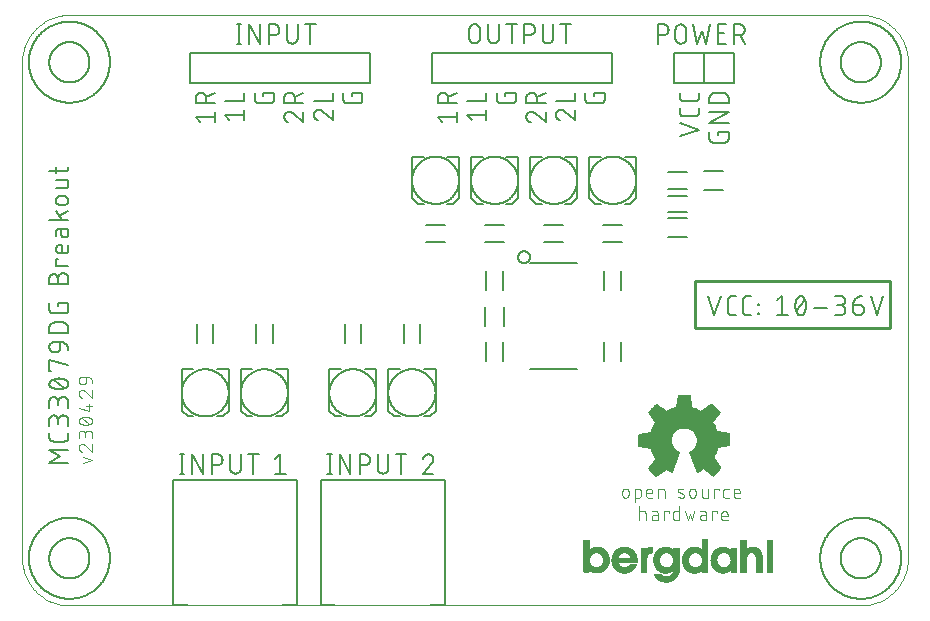
<source format=gto>
G75*
%MOIN*%
%OFA0B0*%
%FSLAX25Y25*%
%IPPOS*%
%LPD*%
%AMOC8*
5,1,8,0,0,1.08239X$1,22.5*
%
%ADD10C,0.00000*%
%ADD11C,0.00600*%
%ADD12C,0.00400*%
%ADD13C,0.01000*%
%ADD14C,0.00500*%
%ADD15C,0.00039*%
%ADD16C,0.00200*%
D10*
X0024622Y0042589D02*
X0288402Y0042589D01*
X0288783Y0042594D01*
X0289163Y0042607D01*
X0289543Y0042630D01*
X0289922Y0042663D01*
X0290300Y0042704D01*
X0290677Y0042754D01*
X0291053Y0042814D01*
X0291428Y0042882D01*
X0291800Y0042960D01*
X0292171Y0043047D01*
X0292539Y0043142D01*
X0292905Y0043247D01*
X0293268Y0043360D01*
X0293629Y0043482D01*
X0293986Y0043612D01*
X0294340Y0043752D01*
X0294691Y0043899D01*
X0295038Y0044056D01*
X0295381Y0044220D01*
X0295720Y0044393D01*
X0296055Y0044574D01*
X0296386Y0044763D01*
X0296711Y0044960D01*
X0297032Y0045164D01*
X0297348Y0045377D01*
X0297658Y0045597D01*
X0297964Y0045824D01*
X0298263Y0046059D01*
X0298557Y0046301D01*
X0298845Y0046549D01*
X0299127Y0046805D01*
X0299402Y0047068D01*
X0299671Y0047337D01*
X0299934Y0047612D01*
X0300190Y0047894D01*
X0300438Y0048182D01*
X0300680Y0048476D01*
X0300915Y0048775D01*
X0301142Y0049081D01*
X0301362Y0049391D01*
X0301575Y0049707D01*
X0301779Y0050028D01*
X0301976Y0050353D01*
X0302165Y0050684D01*
X0302346Y0051019D01*
X0302519Y0051358D01*
X0302683Y0051701D01*
X0302840Y0052048D01*
X0302987Y0052399D01*
X0303127Y0052753D01*
X0303257Y0053110D01*
X0303379Y0053471D01*
X0303492Y0053834D01*
X0303597Y0054200D01*
X0303692Y0054568D01*
X0303779Y0054939D01*
X0303857Y0055311D01*
X0303925Y0055686D01*
X0303985Y0056062D01*
X0304035Y0056439D01*
X0304076Y0056817D01*
X0304109Y0057196D01*
X0304132Y0057576D01*
X0304145Y0057956D01*
X0304150Y0058337D01*
X0304150Y0223691D01*
X0304145Y0224072D01*
X0304132Y0224452D01*
X0304109Y0224832D01*
X0304076Y0225211D01*
X0304035Y0225589D01*
X0303985Y0225966D01*
X0303925Y0226342D01*
X0303857Y0226717D01*
X0303779Y0227089D01*
X0303692Y0227460D01*
X0303597Y0227828D01*
X0303492Y0228194D01*
X0303379Y0228557D01*
X0303257Y0228918D01*
X0303127Y0229275D01*
X0302987Y0229629D01*
X0302840Y0229980D01*
X0302683Y0230327D01*
X0302519Y0230670D01*
X0302346Y0231009D01*
X0302165Y0231344D01*
X0301976Y0231675D01*
X0301779Y0232000D01*
X0301575Y0232321D01*
X0301362Y0232637D01*
X0301142Y0232947D01*
X0300915Y0233253D01*
X0300680Y0233552D01*
X0300438Y0233846D01*
X0300190Y0234134D01*
X0299934Y0234416D01*
X0299671Y0234691D01*
X0299402Y0234960D01*
X0299127Y0235223D01*
X0298845Y0235479D01*
X0298557Y0235727D01*
X0298263Y0235969D01*
X0297964Y0236204D01*
X0297658Y0236431D01*
X0297348Y0236651D01*
X0297032Y0236864D01*
X0296711Y0237068D01*
X0296386Y0237265D01*
X0296055Y0237454D01*
X0295720Y0237635D01*
X0295381Y0237808D01*
X0295038Y0237972D01*
X0294691Y0238129D01*
X0294340Y0238276D01*
X0293986Y0238416D01*
X0293629Y0238546D01*
X0293268Y0238668D01*
X0292905Y0238781D01*
X0292539Y0238886D01*
X0292171Y0238981D01*
X0291800Y0239068D01*
X0291428Y0239146D01*
X0291053Y0239214D01*
X0290677Y0239274D01*
X0290300Y0239324D01*
X0289922Y0239365D01*
X0289543Y0239398D01*
X0289163Y0239421D01*
X0288783Y0239434D01*
X0288402Y0239439D01*
X0024622Y0239439D01*
X0024241Y0239434D01*
X0023861Y0239421D01*
X0023481Y0239398D01*
X0023102Y0239365D01*
X0022724Y0239324D01*
X0022347Y0239274D01*
X0021971Y0239214D01*
X0021596Y0239146D01*
X0021224Y0239068D01*
X0020853Y0238981D01*
X0020485Y0238886D01*
X0020119Y0238781D01*
X0019756Y0238668D01*
X0019395Y0238546D01*
X0019038Y0238416D01*
X0018684Y0238276D01*
X0018333Y0238129D01*
X0017986Y0237972D01*
X0017643Y0237808D01*
X0017304Y0237635D01*
X0016969Y0237454D01*
X0016638Y0237265D01*
X0016313Y0237068D01*
X0015992Y0236864D01*
X0015676Y0236651D01*
X0015366Y0236431D01*
X0015060Y0236204D01*
X0014761Y0235969D01*
X0014467Y0235727D01*
X0014179Y0235479D01*
X0013897Y0235223D01*
X0013622Y0234960D01*
X0013353Y0234691D01*
X0013090Y0234416D01*
X0012834Y0234134D01*
X0012586Y0233846D01*
X0012344Y0233552D01*
X0012109Y0233253D01*
X0011882Y0232947D01*
X0011662Y0232637D01*
X0011449Y0232321D01*
X0011245Y0232000D01*
X0011048Y0231675D01*
X0010859Y0231344D01*
X0010678Y0231009D01*
X0010505Y0230670D01*
X0010341Y0230327D01*
X0010184Y0229980D01*
X0010037Y0229629D01*
X0009897Y0229275D01*
X0009767Y0228918D01*
X0009645Y0228557D01*
X0009532Y0228194D01*
X0009427Y0227828D01*
X0009332Y0227460D01*
X0009245Y0227089D01*
X0009167Y0226717D01*
X0009099Y0226342D01*
X0009039Y0225966D01*
X0008989Y0225589D01*
X0008948Y0225211D01*
X0008915Y0224832D01*
X0008892Y0224452D01*
X0008879Y0224072D01*
X0008874Y0223691D01*
X0008874Y0058337D01*
X0008879Y0057956D01*
X0008892Y0057576D01*
X0008915Y0057196D01*
X0008948Y0056817D01*
X0008989Y0056439D01*
X0009039Y0056062D01*
X0009099Y0055686D01*
X0009167Y0055311D01*
X0009245Y0054939D01*
X0009332Y0054568D01*
X0009427Y0054200D01*
X0009532Y0053834D01*
X0009645Y0053471D01*
X0009767Y0053110D01*
X0009897Y0052753D01*
X0010037Y0052399D01*
X0010184Y0052048D01*
X0010341Y0051701D01*
X0010505Y0051358D01*
X0010678Y0051019D01*
X0010859Y0050684D01*
X0011048Y0050353D01*
X0011245Y0050028D01*
X0011449Y0049707D01*
X0011662Y0049391D01*
X0011882Y0049081D01*
X0012109Y0048775D01*
X0012344Y0048476D01*
X0012586Y0048182D01*
X0012834Y0047894D01*
X0013090Y0047612D01*
X0013353Y0047337D01*
X0013622Y0047068D01*
X0013897Y0046805D01*
X0014179Y0046549D01*
X0014467Y0046301D01*
X0014761Y0046059D01*
X0015060Y0045824D01*
X0015366Y0045597D01*
X0015676Y0045377D01*
X0015992Y0045164D01*
X0016313Y0044960D01*
X0016638Y0044763D01*
X0016969Y0044574D01*
X0017304Y0044393D01*
X0017643Y0044220D01*
X0017986Y0044056D01*
X0018333Y0043899D01*
X0018684Y0043752D01*
X0019038Y0043612D01*
X0019395Y0043482D01*
X0019756Y0043360D01*
X0020119Y0043247D01*
X0020485Y0043142D01*
X0020853Y0043047D01*
X0021224Y0042960D01*
X0021596Y0042882D01*
X0021971Y0042814D01*
X0022347Y0042754D01*
X0022724Y0042704D01*
X0023102Y0042663D01*
X0023481Y0042630D01*
X0023861Y0042607D01*
X0024241Y0042594D01*
X0024622Y0042589D01*
D11*
X0017929Y0058337D02*
X0017931Y0058501D01*
X0017937Y0058665D01*
X0017947Y0058829D01*
X0017961Y0058993D01*
X0017979Y0059156D01*
X0018001Y0059319D01*
X0018028Y0059481D01*
X0018058Y0059643D01*
X0018092Y0059803D01*
X0018130Y0059963D01*
X0018171Y0060122D01*
X0018217Y0060280D01*
X0018267Y0060436D01*
X0018320Y0060592D01*
X0018377Y0060746D01*
X0018438Y0060898D01*
X0018503Y0061049D01*
X0018572Y0061199D01*
X0018644Y0061346D01*
X0018719Y0061492D01*
X0018799Y0061636D01*
X0018881Y0061778D01*
X0018967Y0061918D01*
X0019057Y0062055D01*
X0019150Y0062191D01*
X0019246Y0062324D01*
X0019346Y0062455D01*
X0019448Y0062583D01*
X0019554Y0062709D01*
X0019663Y0062832D01*
X0019775Y0062952D01*
X0019889Y0063070D01*
X0020007Y0063184D01*
X0020127Y0063296D01*
X0020250Y0063405D01*
X0020376Y0063511D01*
X0020504Y0063613D01*
X0020635Y0063713D01*
X0020768Y0063809D01*
X0020904Y0063902D01*
X0021041Y0063992D01*
X0021181Y0064078D01*
X0021323Y0064160D01*
X0021467Y0064240D01*
X0021613Y0064315D01*
X0021760Y0064387D01*
X0021910Y0064456D01*
X0022061Y0064521D01*
X0022213Y0064582D01*
X0022367Y0064639D01*
X0022523Y0064692D01*
X0022679Y0064742D01*
X0022837Y0064788D01*
X0022996Y0064829D01*
X0023156Y0064867D01*
X0023316Y0064901D01*
X0023478Y0064931D01*
X0023640Y0064958D01*
X0023803Y0064980D01*
X0023966Y0064998D01*
X0024130Y0065012D01*
X0024294Y0065022D01*
X0024458Y0065028D01*
X0024622Y0065030D01*
X0024786Y0065028D01*
X0024950Y0065022D01*
X0025114Y0065012D01*
X0025278Y0064998D01*
X0025441Y0064980D01*
X0025604Y0064958D01*
X0025766Y0064931D01*
X0025928Y0064901D01*
X0026088Y0064867D01*
X0026248Y0064829D01*
X0026407Y0064788D01*
X0026565Y0064742D01*
X0026721Y0064692D01*
X0026877Y0064639D01*
X0027031Y0064582D01*
X0027183Y0064521D01*
X0027334Y0064456D01*
X0027484Y0064387D01*
X0027631Y0064315D01*
X0027777Y0064240D01*
X0027921Y0064160D01*
X0028063Y0064078D01*
X0028203Y0063992D01*
X0028340Y0063902D01*
X0028476Y0063809D01*
X0028609Y0063713D01*
X0028740Y0063613D01*
X0028868Y0063511D01*
X0028994Y0063405D01*
X0029117Y0063296D01*
X0029237Y0063184D01*
X0029355Y0063070D01*
X0029469Y0062952D01*
X0029581Y0062832D01*
X0029690Y0062709D01*
X0029796Y0062583D01*
X0029898Y0062455D01*
X0029998Y0062324D01*
X0030094Y0062191D01*
X0030187Y0062055D01*
X0030277Y0061918D01*
X0030363Y0061778D01*
X0030445Y0061636D01*
X0030525Y0061492D01*
X0030600Y0061346D01*
X0030672Y0061199D01*
X0030741Y0061049D01*
X0030806Y0060898D01*
X0030867Y0060746D01*
X0030924Y0060592D01*
X0030977Y0060436D01*
X0031027Y0060280D01*
X0031073Y0060122D01*
X0031114Y0059963D01*
X0031152Y0059803D01*
X0031186Y0059643D01*
X0031216Y0059481D01*
X0031243Y0059319D01*
X0031265Y0059156D01*
X0031283Y0058993D01*
X0031297Y0058829D01*
X0031307Y0058665D01*
X0031313Y0058501D01*
X0031315Y0058337D01*
X0031313Y0058173D01*
X0031307Y0058009D01*
X0031297Y0057845D01*
X0031283Y0057681D01*
X0031265Y0057518D01*
X0031243Y0057355D01*
X0031216Y0057193D01*
X0031186Y0057031D01*
X0031152Y0056871D01*
X0031114Y0056711D01*
X0031073Y0056552D01*
X0031027Y0056394D01*
X0030977Y0056238D01*
X0030924Y0056082D01*
X0030867Y0055928D01*
X0030806Y0055776D01*
X0030741Y0055625D01*
X0030672Y0055475D01*
X0030600Y0055328D01*
X0030525Y0055182D01*
X0030445Y0055038D01*
X0030363Y0054896D01*
X0030277Y0054756D01*
X0030187Y0054619D01*
X0030094Y0054483D01*
X0029998Y0054350D01*
X0029898Y0054219D01*
X0029796Y0054091D01*
X0029690Y0053965D01*
X0029581Y0053842D01*
X0029469Y0053722D01*
X0029355Y0053604D01*
X0029237Y0053490D01*
X0029117Y0053378D01*
X0028994Y0053269D01*
X0028868Y0053163D01*
X0028740Y0053061D01*
X0028609Y0052961D01*
X0028476Y0052865D01*
X0028340Y0052772D01*
X0028203Y0052682D01*
X0028063Y0052596D01*
X0027921Y0052514D01*
X0027777Y0052434D01*
X0027631Y0052359D01*
X0027484Y0052287D01*
X0027334Y0052218D01*
X0027183Y0052153D01*
X0027031Y0052092D01*
X0026877Y0052035D01*
X0026721Y0051982D01*
X0026565Y0051932D01*
X0026407Y0051886D01*
X0026248Y0051845D01*
X0026088Y0051807D01*
X0025928Y0051773D01*
X0025766Y0051743D01*
X0025604Y0051716D01*
X0025441Y0051694D01*
X0025278Y0051676D01*
X0025114Y0051662D01*
X0024950Y0051652D01*
X0024786Y0051646D01*
X0024622Y0051644D01*
X0024458Y0051646D01*
X0024294Y0051652D01*
X0024130Y0051662D01*
X0023966Y0051676D01*
X0023803Y0051694D01*
X0023640Y0051716D01*
X0023478Y0051743D01*
X0023316Y0051773D01*
X0023156Y0051807D01*
X0022996Y0051845D01*
X0022837Y0051886D01*
X0022679Y0051932D01*
X0022523Y0051982D01*
X0022367Y0052035D01*
X0022213Y0052092D01*
X0022061Y0052153D01*
X0021910Y0052218D01*
X0021760Y0052287D01*
X0021613Y0052359D01*
X0021467Y0052434D01*
X0021323Y0052514D01*
X0021181Y0052596D01*
X0021041Y0052682D01*
X0020904Y0052772D01*
X0020768Y0052865D01*
X0020635Y0052961D01*
X0020504Y0053061D01*
X0020376Y0053163D01*
X0020250Y0053269D01*
X0020127Y0053378D01*
X0020007Y0053490D01*
X0019889Y0053604D01*
X0019775Y0053722D01*
X0019663Y0053842D01*
X0019554Y0053965D01*
X0019448Y0054091D01*
X0019346Y0054219D01*
X0019246Y0054350D01*
X0019150Y0054483D01*
X0019057Y0054619D01*
X0018967Y0054756D01*
X0018881Y0054896D01*
X0018799Y0055038D01*
X0018719Y0055182D01*
X0018644Y0055328D01*
X0018572Y0055475D01*
X0018503Y0055625D01*
X0018438Y0055776D01*
X0018377Y0055928D01*
X0018320Y0056082D01*
X0018267Y0056238D01*
X0018217Y0056394D01*
X0018171Y0056552D01*
X0018130Y0056711D01*
X0018092Y0056871D01*
X0018058Y0057031D01*
X0018028Y0057193D01*
X0018001Y0057355D01*
X0017979Y0057518D01*
X0017961Y0057681D01*
X0017947Y0057845D01*
X0017937Y0058009D01*
X0017931Y0058173D01*
X0017929Y0058337D01*
X0011122Y0058337D02*
X0011126Y0058668D01*
X0011138Y0058999D01*
X0011159Y0059330D01*
X0011187Y0059660D01*
X0011224Y0059990D01*
X0011268Y0060318D01*
X0011321Y0060645D01*
X0011381Y0060971D01*
X0011450Y0061295D01*
X0011527Y0061617D01*
X0011611Y0061938D01*
X0011703Y0062256D01*
X0011803Y0062572D01*
X0011911Y0062885D01*
X0012027Y0063196D01*
X0012150Y0063503D01*
X0012280Y0063808D01*
X0012418Y0064109D01*
X0012563Y0064407D01*
X0012716Y0064701D01*
X0012876Y0064991D01*
X0013043Y0065277D01*
X0013216Y0065559D01*
X0013397Y0065837D01*
X0013585Y0066110D01*
X0013779Y0066379D01*
X0013979Y0066643D01*
X0014186Y0066901D01*
X0014400Y0067155D01*
X0014619Y0067403D01*
X0014845Y0067646D01*
X0015076Y0067883D01*
X0015313Y0068114D01*
X0015556Y0068340D01*
X0015804Y0068559D01*
X0016058Y0068773D01*
X0016316Y0068980D01*
X0016580Y0069180D01*
X0016849Y0069374D01*
X0017122Y0069562D01*
X0017400Y0069743D01*
X0017682Y0069916D01*
X0017968Y0070083D01*
X0018258Y0070243D01*
X0018552Y0070396D01*
X0018850Y0070541D01*
X0019151Y0070679D01*
X0019456Y0070809D01*
X0019763Y0070932D01*
X0020074Y0071048D01*
X0020387Y0071156D01*
X0020703Y0071256D01*
X0021021Y0071348D01*
X0021342Y0071432D01*
X0021664Y0071509D01*
X0021988Y0071578D01*
X0022314Y0071638D01*
X0022641Y0071691D01*
X0022969Y0071735D01*
X0023299Y0071772D01*
X0023629Y0071800D01*
X0023960Y0071821D01*
X0024291Y0071833D01*
X0024622Y0071837D01*
X0024953Y0071833D01*
X0025284Y0071821D01*
X0025615Y0071800D01*
X0025945Y0071772D01*
X0026275Y0071735D01*
X0026603Y0071691D01*
X0026930Y0071638D01*
X0027256Y0071578D01*
X0027580Y0071509D01*
X0027902Y0071432D01*
X0028223Y0071348D01*
X0028541Y0071256D01*
X0028857Y0071156D01*
X0029170Y0071048D01*
X0029481Y0070932D01*
X0029788Y0070809D01*
X0030093Y0070679D01*
X0030394Y0070541D01*
X0030692Y0070396D01*
X0030986Y0070243D01*
X0031276Y0070083D01*
X0031562Y0069916D01*
X0031844Y0069743D01*
X0032122Y0069562D01*
X0032395Y0069374D01*
X0032664Y0069180D01*
X0032928Y0068980D01*
X0033186Y0068773D01*
X0033440Y0068559D01*
X0033688Y0068340D01*
X0033931Y0068114D01*
X0034168Y0067883D01*
X0034399Y0067646D01*
X0034625Y0067403D01*
X0034844Y0067155D01*
X0035058Y0066901D01*
X0035265Y0066643D01*
X0035465Y0066379D01*
X0035659Y0066110D01*
X0035847Y0065837D01*
X0036028Y0065559D01*
X0036201Y0065277D01*
X0036368Y0064991D01*
X0036528Y0064701D01*
X0036681Y0064407D01*
X0036826Y0064109D01*
X0036964Y0063808D01*
X0037094Y0063503D01*
X0037217Y0063196D01*
X0037333Y0062885D01*
X0037441Y0062572D01*
X0037541Y0062256D01*
X0037633Y0061938D01*
X0037717Y0061617D01*
X0037794Y0061295D01*
X0037863Y0060971D01*
X0037923Y0060645D01*
X0037976Y0060318D01*
X0038020Y0059990D01*
X0038057Y0059660D01*
X0038085Y0059330D01*
X0038106Y0058999D01*
X0038118Y0058668D01*
X0038122Y0058337D01*
X0038118Y0058006D01*
X0038106Y0057675D01*
X0038085Y0057344D01*
X0038057Y0057014D01*
X0038020Y0056684D01*
X0037976Y0056356D01*
X0037923Y0056029D01*
X0037863Y0055703D01*
X0037794Y0055379D01*
X0037717Y0055057D01*
X0037633Y0054736D01*
X0037541Y0054418D01*
X0037441Y0054102D01*
X0037333Y0053789D01*
X0037217Y0053478D01*
X0037094Y0053171D01*
X0036964Y0052866D01*
X0036826Y0052565D01*
X0036681Y0052267D01*
X0036528Y0051973D01*
X0036368Y0051683D01*
X0036201Y0051397D01*
X0036028Y0051115D01*
X0035847Y0050837D01*
X0035659Y0050564D01*
X0035465Y0050295D01*
X0035265Y0050031D01*
X0035058Y0049773D01*
X0034844Y0049519D01*
X0034625Y0049271D01*
X0034399Y0049028D01*
X0034168Y0048791D01*
X0033931Y0048560D01*
X0033688Y0048334D01*
X0033440Y0048115D01*
X0033186Y0047901D01*
X0032928Y0047694D01*
X0032664Y0047494D01*
X0032395Y0047300D01*
X0032122Y0047112D01*
X0031844Y0046931D01*
X0031562Y0046758D01*
X0031276Y0046591D01*
X0030986Y0046431D01*
X0030692Y0046278D01*
X0030394Y0046133D01*
X0030093Y0045995D01*
X0029788Y0045865D01*
X0029481Y0045742D01*
X0029170Y0045626D01*
X0028857Y0045518D01*
X0028541Y0045418D01*
X0028223Y0045326D01*
X0027902Y0045242D01*
X0027580Y0045165D01*
X0027256Y0045096D01*
X0026930Y0045036D01*
X0026603Y0044983D01*
X0026275Y0044939D01*
X0025945Y0044902D01*
X0025615Y0044874D01*
X0025284Y0044853D01*
X0024953Y0044841D01*
X0024622Y0044837D01*
X0024291Y0044841D01*
X0023960Y0044853D01*
X0023629Y0044874D01*
X0023299Y0044902D01*
X0022969Y0044939D01*
X0022641Y0044983D01*
X0022314Y0045036D01*
X0021988Y0045096D01*
X0021664Y0045165D01*
X0021342Y0045242D01*
X0021021Y0045326D01*
X0020703Y0045418D01*
X0020387Y0045518D01*
X0020074Y0045626D01*
X0019763Y0045742D01*
X0019456Y0045865D01*
X0019151Y0045995D01*
X0018850Y0046133D01*
X0018552Y0046278D01*
X0018258Y0046431D01*
X0017968Y0046591D01*
X0017682Y0046758D01*
X0017400Y0046931D01*
X0017122Y0047112D01*
X0016849Y0047300D01*
X0016580Y0047494D01*
X0016316Y0047694D01*
X0016058Y0047901D01*
X0015804Y0048115D01*
X0015556Y0048334D01*
X0015313Y0048560D01*
X0015076Y0048791D01*
X0014845Y0049028D01*
X0014619Y0049271D01*
X0014400Y0049519D01*
X0014186Y0049773D01*
X0013979Y0050031D01*
X0013779Y0050295D01*
X0013585Y0050564D01*
X0013397Y0050837D01*
X0013216Y0051115D01*
X0013043Y0051397D01*
X0012876Y0051683D01*
X0012716Y0051973D01*
X0012563Y0052267D01*
X0012418Y0052565D01*
X0012280Y0052866D01*
X0012150Y0053171D01*
X0012027Y0053478D01*
X0011911Y0053789D01*
X0011803Y0054102D01*
X0011703Y0054418D01*
X0011611Y0054736D01*
X0011527Y0055057D01*
X0011450Y0055379D01*
X0011381Y0055703D01*
X0011321Y0056029D01*
X0011268Y0056356D01*
X0011224Y0056684D01*
X0011187Y0057014D01*
X0011159Y0057344D01*
X0011138Y0057675D01*
X0011126Y0058006D01*
X0011122Y0058337D01*
X0017922Y0090133D02*
X0021478Y0092266D01*
X0017922Y0094399D01*
X0024322Y0094399D01*
X0022900Y0097242D02*
X0019344Y0097242D01*
X0019270Y0097244D01*
X0019195Y0097250D01*
X0019122Y0097260D01*
X0019048Y0097273D01*
X0018976Y0097290D01*
X0018905Y0097312D01*
X0018834Y0097336D01*
X0018766Y0097365D01*
X0018698Y0097397D01*
X0018633Y0097433D01*
X0018570Y0097471D01*
X0018508Y0097514D01*
X0018449Y0097559D01*
X0018393Y0097607D01*
X0018339Y0097658D01*
X0018287Y0097712D01*
X0018239Y0097769D01*
X0018194Y0097828D01*
X0018151Y0097890D01*
X0018113Y0097953D01*
X0018077Y0098018D01*
X0018045Y0098086D01*
X0018016Y0098154D01*
X0017992Y0098225D01*
X0017970Y0098296D01*
X0017953Y0098368D01*
X0017940Y0098442D01*
X0017930Y0098515D01*
X0017924Y0098590D01*
X0017922Y0098664D01*
X0017922Y0100087D01*
X0017922Y0102386D02*
X0017922Y0104519D01*
X0017924Y0104593D01*
X0017930Y0104668D01*
X0017940Y0104741D01*
X0017953Y0104815D01*
X0017970Y0104887D01*
X0017992Y0104958D01*
X0018016Y0105029D01*
X0018045Y0105097D01*
X0018077Y0105165D01*
X0018113Y0105230D01*
X0018151Y0105293D01*
X0018194Y0105355D01*
X0018239Y0105414D01*
X0018287Y0105471D01*
X0018338Y0105525D01*
X0018392Y0105576D01*
X0018449Y0105624D01*
X0018508Y0105669D01*
X0018570Y0105712D01*
X0018633Y0105750D01*
X0018698Y0105786D01*
X0018766Y0105818D01*
X0018834Y0105847D01*
X0018905Y0105871D01*
X0018976Y0105893D01*
X0019048Y0105910D01*
X0019122Y0105923D01*
X0019195Y0105933D01*
X0019270Y0105939D01*
X0019344Y0105941D01*
X0019418Y0105939D01*
X0019493Y0105933D01*
X0019566Y0105923D01*
X0019640Y0105910D01*
X0019712Y0105893D01*
X0019783Y0105871D01*
X0019854Y0105847D01*
X0019922Y0105818D01*
X0019990Y0105786D01*
X0020055Y0105750D01*
X0020118Y0105712D01*
X0020180Y0105669D01*
X0020239Y0105624D01*
X0020296Y0105576D01*
X0020350Y0105525D01*
X0020401Y0105471D01*
X0020449Y0105414D01*
X0020494Y0105355D01*
X0020537Y0105293D01*
X0020575Y0105230D01*
X0020611Y0105165D01*
X0020643Y0105097D01*
X0020672Y0105029D01*
X0020696Y0104958D01*
X0020718Y0104887D01*
X0020735Y0104815D01*
X0020748Y0104741D01*
X0020758Y0104668D01*
X0020764Y0104593D01*
X0020766Y0104519D01*
X0020766Y0103097D01*
X0020766Y0104164D02*
X0020768Y0104247D01*
X0020774Y0104330D01*
X0020784Y0104413D01*
X0020797Y0104496D01*
X0020815Y0104577D01*
X0020836Y0104658D01*
X0020861Y0104737D01*
X0020890Y0104815D01*
X0020922Y0104892D01*
X0020958Y0104967D01*
X0020997Y0105041D01*
X0021040Y0105112D01*
X0021086Y0105182D01*
X0021136Y0105249D01*
X0021188Y0105314D01*
X0021243Y0105376D01*
X0021302Y0105436D01*
X0021363Y0105493D01*
X0021426Y0105547D01*
X0021492Y0105598D01*
X0021561Y0105645D01*
X0021631Y0105690D01*
X0021704Y0105731D01*
X0021778Y0105768D01*
X0021854Y0105803D01*
X0021932Y0105833D01*
X0022010Y0105860D01*
X0022091Y0105883D01*
X0022172Y0105903D01*
X0022254Y0105918D01*
X0022336Y0105930D01*
X0022419Y0105938D01*
X0022502Y0105942D01*
X0022586Y0105942D01*
X0022669Y0105938D01*
X0022752Y0105930D01*
X0022834Y0105918D01*
X0022916Y0105903D01*
X0022997Y0105883D01*
X0023078Y0105860D01*
X0023156Y0105833D01*
X0023234Y0105803D01*
X0023310Y0105768D01*
X0023384Y0105731D01*
X0023457Y0105690D01*
X0023527Y0105645D01*
X0023596Y0105598D01*
X0023662Y0105547D01*
X0023725Y0105493D01*
X0023786Y0105436D01*
X0023845Y0105376D01*
X0023900Y0105314D01*
X0023952Y0105249D01*
X0024002Y0105182D01*
X0024048Y0105112D01*
X0024091Y0105041D01*
X0024130Y0104967D01*
X0024166Y0104892D01*
X0024198Y0104815D01*
X0024227Y0104737D01*
X0024252Y0104658D01*
X0024273Y0104577D01*
X0024291Y0104496D01*
X0024304Y0104413D01*
X0024314Y0104330D01*
X0024320Y0104247D01*
X0024322Y0104164D01*
X0024322Y0102386D01*
X0024322Y0100087D02*
X0024322Y0098664D01*
X0024320Y0098590D01*
X0024314Y0098515D01*
X0024304Y0098442D01*
X0024291Y0098368D01*
X0024274Y0098296D01*
X0024252Y0098225D01*
X0024228Y0098154D01*
X0024199Y0098086D01*
X0024167Y0098018D01*
X0024131Y0097953D01*
X0024093Y0097890D01*
X0024050Y0097828D01*
X0024005Y0097769D01*
X0023957Y0097712D01*
X0023906Y0097658D01*
X0023852Y0097607D01*
X0023795Y0097559D01*
X0023736Y0097514D01*
X0023674Y0097471D01*
X0023611Y0097433D01*
X0023546Y0097397D01*
X0023478Y0097365D01*
X0023410Y0097336D01*
X0023339Y0097312D01*
X0023268Y0097290D01*
X0023196Y0097273D01*
X0023122Y0097260D01*
X0023049Y0097250D01*
X0022974Y0097244D01*
X0022900Y0097242D01*
X0024322Y0090133D02*
X0017922Y0090133D01*
X0017922Y0108540D02*
X0017922Y0110673D01*
X0017924Y0110747D01*
X0017930Y0110822D01*
X0017940Y0110895D01*
X0017953Y0110969D01*
X0017970Y0111041D01*
X0017992Y0111112D01*
X0018016Y0111183D01*
X0018045Y0111251D01*
X0018077Y0111319D01*
X0018113Y0111384D01*
X0018151Y0111447D01*
X0018194Y0111509D01*
X0018239Y0111568D01*
X0018287Y0111625D01*
X0018338Y0111679D01*
X0018392Y0111730D01*
X0018449Y0111778D01*
X0018508Y0111823D01*
X0018570Y0111866D01*
X0018633Y0111904D01*
X0018698Y0111940D01*
X0018766Y0111972D01*
X0018834Y0112001D01*
X0018905Y0112025D01*
X0018976Y0112047D01*
X0019048Y0112064D01*
X0019122Y0112077D01*
X0019195Y0112087D01*
X0019270Y0112093D01*
X0019344Y0112095D01*
X0019418Y0112093D01*
X0019493Y0112087D01*
X0019566Y0112077D01*
X0019640Y0112064D01*
X0019712Y0112047D01*
X0019783Y0112025D01*
X0019854Y0112001D01*
X0019922Y0111972D01*
X0019990Y0111940D01*
X0020055Y0111904D01*
X0020118Y0111866D01*
X0020180Y0111823D01*
X0020239Y0111778D01*
X0020296Y0111730D01*
X0020350Y0111679D01*
X0020401Y0111625D01*
X0020449Y0111568D01*
X0020494Y0111509D01*
X0020537Y0111447D01*
X0020575Y0111384D01*
X0020611Y0111319D01*
X0020643Y0111251D01*
X0020672Y0111183D01*
X0020696Y0111112D01*
X0020718Y0111041D01*
X0020735Y0110969D01*
X0020748Y0110895D01*
X0020758Y0110822D01*
X0020764Y0110747D01*
X0020766Y0110673D01*
X0020766Y0109251D01*
X0020766Y0110318D02*
X0020768Y0110401D01*
X0020774Y0110484D01*
X0020784Y0110567D01*
X0020797Y0110650D01*
X0020815Y0110731D01*
X0020836Y0110812D01*
X0020861Y0110891D01*
X0020890Y0110969D01*
X0020922Y0111046D01*
X0020958Y0111121D01*
X0020997Y0111195D01*
X0021040Y0111266D01*
X0021086Y0111336D01*
X0021136Y0111403D01*
X0021188Y0111468D01*
X0021243Y0111530D01*
X0021302Y0111590D01*
X0021363Y0111647D01*
X0021426Y0111701D01*
X0021492Y0111752D01*
X0021561Y0111799D01*
X0021631Y0111844D01*
X0021704Y0111885D01*
X0021778Y0111922D01*
X0021854Y0111957D01*
X0021932Y0111987D01*
X0022010Y0112014D01*
X0022091Y0112037D01*
X0022172Y0112057D01*
X0022254Y0112072D01*
X0022336Y0112084D01*
X0022419Y0112092D01*
X0022502Y0112096D01*
X0022586Y0112096D01*
X0022669Y0112092D01*
X0022752Y0112084D01*
X0022834Y0112072D01*
X0022916Y0112057D01*
X0022997Y0112037D01*
X0023078Y0112014D01*
X0023156Y0111987D01*
X0023234Y0111957D01*
X0023310Y0111922D01*
X0023384Y0111885D01*
X0023457Y0111844D01*
X0023527Y0111799D01*
X0023596Y0111752D01*
X0023662Y0111701D01*
X0023725Y0111647D01*
X0023786Y0111590D01*
X0023845Y0111530D01*
X0023900Y0111468D01*
X0023952Y0111403D01*
X0024002Y0111336D01*
X0024048Y0111266D01*
X0024091Y0111195D01*
X0024130Y0111121D01*
X0024166Y0111046D01*
X0024198Y0110969D01*
X0024227Y0110891D01*
X0024252Y0110812D01*
X0024273Y0110731D01*
X0024291Y0110650D01*
X0024304Y0110567D01*
X0024314Y0110484D01*
X0024320Y0110401D01*
X0024322Y0110318D01*
X0024322Y0108540D01*
X0023433Y0117716D02*
X0023306Y0117776D01*
X0023177Y0117832D01*
X0023047Y0117885D01*
X0022915Y0117935D01*
X0022782Y0117981D01*
X0022648Y0118023D01*
X0022513Y0118062D01*
X0022376Y0118098D01*
X0022239Y0118129D01*
X0022101Y0118157D01*
X0021963Y0118182D01*
X0021824Y0118202D01*
X0021684Y0118219D01*
X0021544Y0118232D01*
X0021403Y0118241D01*
X0021263Y0118247D01*
X0021122Y0118249D01*
X0021122Y0114694D02*
X0020981Y0114696D01*
X0020841Y0114702D01*
X0020700Y0114711D01*
X0020560Y0114724D01*
X0020420Y0114741D01*
X0020281Y0114761D01*
X0020143Y0114786D01*
X0020005Y0114814D01*
X0019868Y0114845D01*
X0019731Y0114881D01*
X0019596Y0114920D01*
X0019462Y0114962D01*
X0019329Y0115008D01*
X0019197Y0115058D01*
X0019067Y0115111D01*
X0018938Y0115167D01*
X0018811Y0115227D01*
X0017922Y0116472D02*
X0017924Y0116543D01*
X0017930Y0116614D01*
X0017939Y0116684D01*
X0017953Y0116754D01*
X0017970Y0116823D01*
X0017990Y0116890D01*
X0018015Y0116957D01*
X0018043Y0117022D01*
X0018074Y0117086D01*
X0018109Y0117148D01*
X0018147Y0117208D01*
X0018188Y0117266D01*
X0018232Y0117321D01*
X0018280Y0117374D01*
X0018330Y0117424D01*
X0018382Y0117472D01*
X0018437Y0117517D01*
X0018495Y0117558D01*
X0018555Y0117597D01*
X0018616Y0117632D01*
X0018680Y0117664D01*
X0018745Y0117692D01*
X0018811Y0117717D01*
X0019344Y0117894D02*
X0022900Y0115050D01*
X0024322Y0116472D02*
X0024320Y0116543D01*
X0024314Y0116614D01*
X0024305Y0116684D01*
X0024291Y0116754D01*
X0024274Y0116823D01*
X0024254Y0116890D01*
X0024229Y0116957D01*
X0024201Y0117022D01*
X0024170Y0117086D01*
X0024135Y0117148D01*
X0024097Y0117208D01*
X0024056Y0117265D01*
X0024012Y0117321D01*
X0023964Y0117374D01*
X0023914Y0117424D01*
X0023862Y0117472D01*
X0023807Y0117517D01*
X0023749Y0117558D01*
X0023689Y0117597D01*
X0023628Y0117632D01*
X0023564Y0117664D01*
X0023499Y0117692D01*
X0023433Y0117717D01*
X0024322Y0116472D02*
X0024320Y0116401D01*
X0024314Y0116330D01*
X0024305Y0116260D01*
X0024291Y0116190D01*
X0024274Y0116121D01*
X0024254Y0116054D01*
X0024229Y0115987D01*
X0024201Y0115922D01*
X0024170Y0115858D01*
X0024135Y0115796D01*
X0024097Y0115736D01*
X0024056Y0115678D01*
X0024012Y0115623D01*
X0023964Y0115570D01*
X0023914Y0115520D01*
X0023862Y0115472D01*
X0023807Y0115427D01*
X0023749Y0115386D01*
X0023689Y0115347D01*
X0023628Y0115312D01*
X0023564Y0115280D01*
X0023499Y0115252D01*
X0023433Y0115227D01*
X0021122Y0118249D02*
X0020981Y0118247D01*
X0020841Y0118241D01*
X0020700Y0118232D01*
X0020560Y0118219D01*
X0020420Y0118202D01*
X0020281Y0118182D01*
X0020143Y0118157D01*
X0020005Y0118129D01*
X0019868Y0118098D01*
X0019731Y0118062D01*
X0019596Y0118023D01*
X0019462Y0117981D01*
X0019329Y0117935D01*
X0019197Y0117885D01*
X0019067Y0117832D01*
X0018938Y0117776D01*
X0018811Y0117716D01*
X0017922Y0116472D02*
X0017924Y0116401D01*
X0017930Y0116330D01*
X0017939Y0116260D01*
X0017953Y0116190D01*
X0017970Y0116121D01*
X0017990Y0116054D01*
X0018015Y0115987D01*
X0018043Y0115922D01*
X0018074Y0115858D01*
X0018109Y0115796D01*
X0018147Y0115736D01*
X0018188Y0115678D01*
X0018232Y0115623D01*
X0018280Y0115570D01*
X0018330Y0115520D01*
X0018382Y0115472D01*
X0018437Y0115427D01*
X0018495Y0115386D01*
X0018555Y0115347D01*
X0018616Y0115312D01*
X0018680Y0115280D01*
X0018745Y0115252D01*
X0018811Y0115227D01*
X0021122Y0114694D02*
X0021263Y0114696D01*
X0021403Y0114702D01*
X0021544Y0114711D01*
X0021684Y0114724D01*
X0021824Y0114741D01*
X0021963Y0114761D01*
X0022101Y0114786D01*
X0022239Y0114814D01*
X0022376Y0114845D01*
X0022513Y0114881D01*
X0022648Y0114920D01*
X0022782Y0114962D01*
X0022915Y0115008D01*
X0023047Y0115058D01*
X0023177Y0115111D01*
X0023306Y0115167D01*
X0023433Y0115227D01*
X0018633Y0120848D02*
X0017922Y0120848D01*
X0017922Y0124404D01*
X0024322Y0122626D01*
X0024322Y0127713D02*
X0024320Y0127817D01*
X0024314Y0127921D01*
X0024305Y0128024D01*
X0024292Y0128127D01*
X0024275Y0128230D01*
X0024254Y0128331D01*
X0024230Y0128432D01*
X0024201Y0128532D01*
X0024170Y0128631D01*
X0024134Y0128729D01*
X0024095Y0128825D01*
X0024053Y0128920D01*
X0024007Y0129013D01*
X0023958Y0129105D01*
X0023906Y0129195D01*
X0023850Y0129282D01*
X0023791Y0129368D01*
X0023729Y0129451D01*
X0023664Y0129532D01*
X0023596Y0129611D01*
X0023525Y0129687D01*
X0023452Y0129760D01*
X0023376Y0129831D01*
X0023297Y0129899D01*
X0023216Y0129964D01*
X0023133Y0130026D01*
X0023047Y0130085D01*
X0022960Y0130141D01*
X0022870Y0130193D01*
X0022778Y0130242D01*
X0022685Y0130288D01*
X0022590Y0130330D01*
X0022494Y0130369D01*
X0022396Y0130405D01*
X0022297Y0130436D01*
X0022197Y0130465D01*
X0022096Y0130489D01*
X0021995Y0130510D01*
X0021892Y0130527D01*
X0021789Y0130540D01*
X0021686Y0130549D01*
X0021582Y0130555D01*
X0021478Y0130557D01*
X0021478Y0130558D02*
X0019700Y0130558D01*
X0021478Y0130558D02*
X0021478Y0128424D01*
X0021477Y0128424D02*
X0021475Y0128350D01*
X0021469Y0128275D01*
X0021459Y0128202D01*
X0021446Y0128128D01*
X0021429Y0128056D01*
X0021407Y0127985D01*
X0021383Y0127914D01*
X0021354Y0127846D01*
X0021322Y0127778D01*
X0021286Y0127713D01*
X0021248Y0127650D01*
X0021205Y0127588D01*
X0021160Y0127529D01*
X0021112Y0127472D01*
X0021061Y0127418D01*
X0021007Y0127367D01*
X0020950Y0127319D01*
X0020891Y0127274D01*
X0020829Y0127231D01*
X0020766Y0127193D01*
X0020701Y0127157D01*
X0020633Y0127125D01*
X0020565Y0127096D01*
X0020494Y0127072D01*
X0020423Y0127050D01*
X0020351Y0127033D01*
X0020277Y0127020D01*
X0020204Y0127010D01*
X0020129Y0127004D01*
X0020055Y0127002D01*
X0019700Y0127002D01*
X0019617Y0127004D01*
X0019534Y0127010D01*
X0019451Y0127020D01*
X0019368Y0127033D01*
X0019287Y0127051D01*
X0019206Y0127072D01*
X0019127Y0127097D01*
X0019049Y0127126D01*
X0018972Y0127158D01*
X0018897Y0127194D01*
X0018823Y0127233D01*
X0018752Y0127276D01*
X0018682Y0127322D01*
X0018615Y0127372D01*
X0018550Y0127424D01*
X0018488Y0127479D01*
X0018428Y0127538D01*
X0018371Y0127599D01*
X0018317Y0127662D01*
X0018266Y0127728D01*
X0018219Y0127797D01*
X0018174Y0127867D01*
X0018133Y0127940D01*
X0018096Y0128014D01*
X0018061Y0128090D01*
X0018031Y0128168D01*
X0018004Y0128246D01*
X0017981Y0128327D01*
X0017961Y0128408D01*
X0017946Y0128490D01*
X0017934Y0128572D01*
X0017926Y0128655D01*
X0017922Y0128738D01*
X0017922Y0128822D01*
X0017926Y0128905D01*
X0017934Y0128988D01*
X0017946Y0129070D01*
X0017961Y0129152D01*
X0017981Y0129233D01*
X0018004Y0129314D01*
X0018031Y0129392D01*
X0018061Y0129470D01*
X0018096Y0129546D01*
X0018133Y0129620D01*
X0018174Y0129693D01*
X0018219Y0129763D01*
X0018266Y0129832D01*
X0018317Y0129898D01*
X0018371Y0129961D01*
X0018428Y0130022D01*
X0018488Y0130081D01*
X0018550Y0130136D01*
X0018615Y0130188D01*
X0018682Y0130238D01*
X0018752Y0130284D01*
X0018823Y0130327D01*
X0018897Y0130366D01*
X0018972Y0130402D01*
X0019049Y0130434D01*
X0019127Y0130463D01*
X0019206Y0130488D01*
X0019287Y0130509D01*
X0019368Y0130527D01*
X0019451Y0130540D01*
X0019534Y0130550D01*
X0019617Y0130556D01*
X0019700Y0130558D01*
X0017922Y0133361D02*
X0017922Y0135139D01*
X0017922Y0133361D02*
X0024322Y0133361D01*
X0024322Y0135139D01*
X0024320Y0135221D01*
X0024314Y0135303D01*
X0024305Y0135385D01*
X0024292Y0135466D01*
X0024275Y0135546D01*
X0024254Y0135626D01*
X0024230Y0135704D01*
X0024202Y0135781D01*
X0024171Y0135857D01*
X0024136Y0135932D01*
X0024097Y0136004D01*
X0024056Y0136075D01*
X0024011Y0136144D01*
X0023963Y0136210D01*
X0023912Y0136275D01*
X0023858Y0136337D01*
X0023801Y0136396D01*
X0023742Y0136453D01*
X0023680Y0136507D01*
X0023615Y0136558D01*
X0023549Y0136606D01*
X0023480Y0136651D01*
X0023409Y0136692D01*
X0023337Y0136731D01*
X0023262Y0136766D01*
X0023186Y0136797D01*
X0023109Y0136825D01*
X0023031Y0136849D01*
X0022951Y0136870D01*
X0022871Y0136887D01*
X0022790Y0136900D01*
X0022708Y0136909D01*
X0022626Y0136915D01*
X0022544Y0136917D01*
X0019700Y0136917D01*
X0019618Y0136915D01*
X0019536Y0136909D01*
X0019454Y0136900D01*
X0019373Y0136887D01*
X0019293Y0136870D01*
X0019213Y0136849D01*
X0019135Y0136825D01*
X0019058Y0136797D01*
X0018982Y0136766D01*
X0018907Y0136731D01*
X0018835Y0136692D01*
X0018764Y0136651D01*
X0018695Y0136606D01*
X0018629Y0136558D01*
X0018564Y0136507D01*
X0018502Y0136453D01*
X0018443Y0136396D01*
X0018386Y0136337D01*
X0018332Y0136275D01*
X0018281Y0136210D01*
X0018233Y0136144D01*
X0018188Y0136075D01*
X0018147Y0136004D01*
X0018108Y0135932D01*
X0018073Y0135857D01*
X0018042Y0135781D01*
X0018014Y0135704D01*
X0017990Y0135626D01*
X0017969Y0135546D01*
X0017952Y0135466D01*
X0017939Y0135385D01*
X0017930Y0135303D01*
X0017924Y0135221D01*
X0017922Y0135139D01*
X0019344Y0139926D02*
X0022900Y0139926D01*
X0022974Y0139928D01*
X0023049Y0139934D01*
X0023122Y0139944D01*
X0023196Y0139957D01*
X0023268Y0139974D01*
X0023339Y0139996D01*
X0023410Y0140020D01*
X0023478Y0140049D01*
X0023546Y0140081D01*
X0023611Y0140117D01*
X0023674Y0140155D01*
X0023736Y0140198D01*
X0023795Y0140243D01*
X0023852Y0140291D01*
X0023906Y0140342D01*
X0023957Y0140396D01*
X0024005Y0140453D01*
X0024050Y0140512D01*
X0024093Y0140574D01*
X0024131Y0140637D01*
X0024167Y0140702D01*
X0024199Y0140770D01*
X0024228Y0140838D01*
X0024252Y0140909D01*
X0024274Y0140980D01*
X0024291Y0141052D01*
X0024304Y0141126D01*
X0024314Y0141199D01*
X0024320Y0141274D01*
X0024322Y0141348D01*
X0024322Y0143481D01*
X0020766Y0143481D01*
X0020766Y0142414D01*
X0019344Y0139926D02*
X0019270Y0139928D01*
X0019195Y0139934D01*
X0019122Y0139944D01*
X0019048Y0139957D01*
X0018976Y0139974D01*
X0018905Y0139996D01*
X0018834Y0140020D01*
X0018766Y0140049D01*
X0018698Y0140081D01*
X0018633Y0140117D01*
X0018570Y0140155D01*
X0018508Y0140198D01*
X0018449Y0140243D01*
X0018393Y0140291D01*
X0018339Y0140342D01*
X0018287Y0140396D01*
X0018239Y0140453D01*
X0018194Y0140512D01*
X0018151Y0140574D01*
X0018113Y0140637D01*
X0018077Y0140702D01*
X0018045Y0140770D01*
X0018016Y0140838D01*
X0017992Y0140909D01*
X0017970Y0140980D01*
X0017953Y0141052D01*
X0017940Y0141126D01*
X0017930Y0141199D01*
X0017924Y0141274D01*
X0017922Y0141348D01*
X0017922Y0143481D01*
X0017922Y0149855D02*
X0017922Y0151633D01*
X0017924Y0151707D01*
X0017930Y0151782D01*
X0017940Y0151855D01*
X0017953Y0151929D01*
X0017970Y0152001D01*
X0017992Y0152072D01*
X0018016Y0152143D01*
X0018045Y0152211D01*
X0018077Y0152279D01*
X0018113Y0152344D01*
X0018151Y0152407D01*
X0018194Y0152469D01*
X0018239Y0152528D01*
X0018287Y0152585D01*
X0018338Y0152639D01*
X0018392Y0152690D01*
X0018449Y0152738D01*
X0018508Y0152783D01*
X0018570Y0152826D01*
X0018633Y0152864D01*
X0018698Y0152900D01*
X0018766Y0152932D01*
X0018834Y0152961D01*
X0018905Y0152985D01*
X0018976Y0153007D01*
X0019048Y0153024D01*
X0019122Y0153037D01*
X0019195Y0153047D01*
X0019270Y0153053D01*
X0019344Y0153055D01*
X0019418Y0153053D01*
X0019493Y0153047D01*
X0019566Y0153037D01*
X0019640Y0153024D01*
X0019712Y0153007D01*
X0019783Y0152985D01*
X0019854Y0152961D01*
X0019922Y0152932D01*
X0019990Y0152900D01*
X0020055Y0152864D01*
X0020118Y0152826D01*
X0020180Y0152783D01*
X0020239Y0152738D01*
X0020296Y0152690D01*
X0020350Y0152639D01*
X0020401Y0152585D01*
X0020449Y0152528D01*
X0020494Y0152469D01*
X0020537Y0152407D01*
X0020575Y0152344D01*
X0020611Y0152279D01*
X0020643Y0152211D01*
X0020672Y0152143D01*
X0020696Y0152072D01*
X0020718Y0152001D01*
X0020735Y0151929D01*
X0020748Y0151855D01*
X0020758Y0151782D01*
X0020764Y0151707D01*
X0020766Y0151633D01*
X0020766Y0149855D01*
X0020766Y0151633D02*
X0020768Y0151716D01*
X0020774Y0151799D01*
X0020784Y0151882D01*
X0020797Y0151965D01*
X0020815Y0152046D01*
X0020836Y0152127D01*
X0020861Y0152206D01*
X0020890Y0152284D01*
X0020922Y0152361D01*
X0020958Y0152436D01*
X0020997Y0152510D01*
X0021040Y0152581D01*
X0021086Y0152651D01*
X0021136Y0152718D01*
X0021188Y0152783D01*
X0021243Y0152845D01*
X0021302Y0152905D01*
X0021363Y0152962D01*
X0021426Y0153016D01*
X0021492Y0153067D01*
X0021561Y0153114D01*
X0021631Y0153159D01*
X0021704Y0153200D01*
X0021778Y0153237D01*
X0021854Y0153272D01*
X0021932Y0153302D01*
X0022010Y0153329D01*
X0022091Y0153352D01*
X0022172Y0153372D01*
X0022254Y0153387D01*
X0022336Y0153399D01*
X0022419Y0153407D01*
X0022502Y0153411D01*
X0022586Y0153411D01*
X0022669Y0153407D01*
X0022752Y0153399D01*
X0022834Y0153387D01*
X0022916Y0153372D01*
X0022997Y0153352D01*
X0023078Y0153329D01*
X0023156Y0153302D01*
X0023234Y0153272D01*
X0023310Y0153237D01*
X0023384Y0153200D01*
X0023457Y0153159D01*
X0023527Y0153114D01*
X0023596Y0153067D01*
X0023662Y0153016D01*
X0023725Y0152962D01*
X0023786Y0152905D01*
X0023845Y0152845D01*
X0023900Y0152783D01*
X0023952Y0152718D01*
X0024002Y0152651D01*
X0024048Y0152581D01*
X0024091Y0152510D01*
X0024130Y0152436D01*
X0024166Y0152361D01*
X0024198Y0152284D01*
X0024227Y0152206D01*
X0024252Y0152127D01*
X0024273Y0152046D01*
X0024291Y0151965D01*
X0024304Y0151882D01*
X0024314Y0151799D01*
X0024320Y0151716D01*
X0024322Y0151633D01*
X0024322Y0149855D01*
X0017922Y0149855D01*
X0020055Y0155905D02*
X0020055Y0158038D01*
X0020766Y0158038D01*
X0021478Y0159974D02*
X0023255Y0159974D01*
X0022189Y0159974D02*
X0022189Y0162818D01*
X0021478Y0162818D01*
X0021404Y0162816D01*
X0021329Y0162810D01*
X0021256Y0162800D01*
X0021182Y0162787D01*
X0021110Y0162770D01*
X0021039Y0162748D01*
X0020968Y0162724D01*
X0020900Y0162695D01*
X0020832Y0162663D01*
X0020767Y0162627D01*
X0020704Y0162589D01*
X0020642Y0162546D01*
X0020583Y0162501D01*
X0020526Y0162453D01*
X0020472Y0162402D01*
X0020421Y0162348D01*
X0020373Y0162291D01*
X0020328Y0162232D01*
X0020285Y0162170D01*
X0020247Y0162107D01*
X0020211Y0162042D01*
X0020179Y0161974D01*
X0020150Y0161906D01*
X0020126Y0161835D01*
X0020104Y0161764D01*
X0020087Y0161692D01*
X0020074Y0161618D01*
X0020064Y0161545D01*
X0020058Y0161470D01*
X0020056Y0161396D01*
X0020058Y0161322D01*
X0020064Y0161247D01*
X0020074Y0161174D01*
X0020087Y0161100D01*
X0020104Y0161028D01*
X0020126Y0160957D01*
X0020150Y0160886D01*
X0020179Y0160818D01*
X0020211Y0160750D01*
X0020247Y0160685D01*
X0020285Y0160622D01*
X0020328Y0160560D01*
X0020373Y0160501D01*
X0020421Y0160444D01*
X0020472Y0160390D01*
X0020526Y0160339D01*
X0020583Y0160291D01*
X0020642Y0160246D01*
X0020704Y0160203D01*
X0020767Y0160165D01*
X0020832Y0160129D01*
X0020900Y0160097D01*
X0020968Y0160068D01*
X0021039Y0160044D01*
X0021110Y0160022D01*
X0021182Y0160005D01*
X0021256Y0159992D01*
X0021329Y0159982D01*
X0021404Y0159976D01*
X0021478Y0159974D01*
X0023255Y0159974D02*
X0023319Y0159976D01*
X0023384Y0159982D01*
X0023447Y0159991D01*
X0023510Y0160005D01*
X0023572Y0160022D01*
X0023633Y0160043D01*
X0023693Y0160068D01*
X0023751Y0160096D01*
X0023807Y0160128D01*
X0023861Y0160163D01*
X0023913Y0160201D01*
X0023963Y0160242D01*
X0024009Y0160287D01*
X0024054Y0160333D01*
X0024095Y0160383D01*
X0024133Y0160435D01*
X0024168Y0160489D01*
X0024200Y0160545D01*
X0024228Y0160603D01*
X0024253Y0160663D01*
X0024274Y0160724D01*
X0024291Y0160786D01*
X0024305Y0160849D01*
X0024314Y0160912D01*
X0024320Y0160977D01*
X0024322Y0161041D01*
X0024322Y0162818D01*
X0020055Y0165634D02*
X0020055Y0167056D01*
X0020057Y0167120D01*
X0020063Y0167185D01*
X0020072Y0167248D01*
X0020086Y0167311D01*
X0020103Y0167373D01*
X0020124Y0167434D01*
X0020149Y0167494D01*
X0020177Y0167552D01*
X0020209Y0167608D01*
X0020244Y0167662D01*
X0020282Y0167714D01*
X0020323Y0167764D01*
X0020368Y0167810D01*
X0020414Y0167855D01*
X0020464Y0167896D01*
X0020516Y0167934D01*
X0020570Y0167969D01*
X0020626Y0168001D01*
X0020684Y0168029D01*
X0020744Y0168054D01*
X0020805Y0168075D01*
X0020867Y0168092D01*
X0020930Y0168106D01*
X0020993Y0168115D01*
X0021058Y0168121D01*
X0021122Y0168123D01*
X0024322Y0168123D01*
X0024322Y0166523D01*
X0024320Y0166453D01*
X0024314Y0166384D01*
X0024304Y0166315D01*
X0024291Y0166246D01*
X0024273Y0166179D01*
X0024252Y0166112D01*
X0024227Y0166047D01*
X0024199Y0165983D01*
X0024167Y0165921D01*
X0024131Y0165861D01*
X0024093Y0165803D01*
X0024051Y0165747D01*
X0024006Y0165694D01*
X0023958Y0165643D01*
X0023907Y0165595D01*
X0023854Y0165550D01*
X0023798Y0165508D01*
X0023740Y0165470D01*
X0023680Y0165434D01*
X0023618Y0165402D01*
X0023554Y0165374D01*
X0023489Y0165349D01*
X0023422Y0165328D01*
X0023355Y0165310D01*
X0023286Y0165297D01*
X0023217Y0165287D01*
X0023148Y0165281D01*
X0023078Y0165279D01*
X0023008Y0165281D01*
X0022939Y0165287D01*
X0022870Y0165297D01*
X0022801Y0165310D01*
X0022734Y0165328D01*
X0022667Y0165349D01*
X0022602Y0165374D01*
X0022538Y0165402D01*
X0022476Y0165434D01*
X0022416Y0165470D01*
X0022358Y0165508D01*
X0022302Y0165550D01*
X0022249Y0165595D01*
X0022198Y0165643D01*
X0022150Y0165694D01*
X0022105Y0165747D01*
X0022063Y0165803D01*
X0022025Y0165861D01*
X0021989Y0165921D01*
X0021957Y0165983D01*
X0021929Y0166047D01*
X0021904Y0166112D01*
X0021883Y0166179D01*
X0021865Y0166246D01*
X0021852Y0166315D01*
X0021842Y0166384D01*
X0021836Y0166453D01*
X0021834Y0166523D01*
X0021833Y0166523D02*
X0021833Y0168123D01*
X0022189Y0171118D02*
X0020055Y0173962D01*
X0021300Y0172362D02*
X0024322Y0173962D01*
X0022900Y0176180D02*
X0021478Y0176180D01*
X0021404Y0176182D01*
X0021329Y0176188D01*
X0021256Y0176198D01*
X0021182Y0176211D01*
X0021110Y0176228D01*
X0021039Y0176250D01*
X0020968Y0176274D01*
X0020900Y0176303D01*
X0020832Y0176335D01*
X0020767Y0176371D01*
X0020704Y0176409D01*
X0020642Y0176452D01*
X0020583Y0176497D01*
X0020526Y0176545D01*
X0020472Y0176596D01*
X0020421Y0176650D01*
X0020373Y0176707D01*
X0020328Y0176766D01*
X0020285Y0176828D01*
X0020247Y0176891D01*
X0020211Y0176956D01*
X0020179Y0177024D01*
X0020150Y0177092D01*
X0020126Y0177163D01*
X0020104Y0177234D01*
X0020087Y0177306D01*
X0020074Y0177380D01*
X0020064Y0177453D01*
X0020058Y0177528D01*
X0020056Y0177602D01*
X0020058Y0177676D01*
X0020064Y0177751D01*
X0020074Y0177824D01*
X0020087Y0177898D01*
X0020104Y0177970D01*
X0020126Y0178041D01*
X0020150Y0178112D01*
X0020179Y0178180D01*
X0020211Y0178248D01*
X0020247Y0178313D01*
X0020285Y0178376D01*
X0020328Y0178438D01*
X0020373Y0178497D01*
X0020421Y0178554D01*
X0020472Y0178608D01*
X0020526Y0178659D01*
X0020583Y0178707D01*
X0020642Y0178752D01*
X0020704Y0178795D01*
X0020767Y0178833D01*
X0020832Y0178869D01*
X0020900Y0178901D01*
X0020968Y0178930D01*
X0021039Y0178954D01*
X0021110Y0178976D01*
X0021182Y0178993D01*
X0021256Y0179006D01*
X0021329Y0179016D01*
X0021404Y0179022D01*
X0021478Y0179024D01*
X0022900Y0179024D01*
X0022974Y0179022D01*
X0023049Y0179016D01*
X0023122Y0179006D01*
X0023196Y0178993D01*
X0023268Y0178976D01*
X0023339Y0178954D01*
X0023410Y0178930D01*
X0023478Y0178901D01*
X0023546Y0178869D01*
X0023611Y0178833D01*
X0023674Y0178795D01*
X0023736Y0178752D01*
X0023795Y0178707D01*
X0023852Y0178659D01*
X0023906Y0178608D01*
X0023957Y0178554D01*
X0024005Y0178497D01*
X0024050Y0178438D01*
X0024093Y0178376D01*
X0024131Y0178313D01*
X0024167Y0178248D01*
X0024199Y0178180D01*
X0024228Y0178112D01*
X0024252Y0178041D01*
X0024274Y0177970D01*
X0024291Y0177898D01*
X0024304Y0177824D01*
X0024314Y0177751D01*
X0024320Y0177676D01*
X0024322Y0177602D01*
X0024320Y0177528D01*
X0024314Y0177453D01*
X0024304Y0177380D01*
X0024291Y0177306D01*
X0024274Y0177234D01*
X0024252Y0177163D01*
X0024228Y0177092D01*
X0024199Y0177024D01*
X0024167Y0176956D01*
X0024131Y0176891D01*
X0024093Y0176828D01*
X0024050Y0176766D01*
X0024005Y0176707D01*
X0023957Y0176650D01*
X0023906Y0176596D01*
X0023852Y0176545D01*
X0023795Y0176497D01*
X0023736Y0176452D01*
X0023674Y0176409D01*
X0023611Y0176371D01*
X0023546Y0176335D01*
X0023478Y0176303D01*
X0023410Y0176274D01*
X0023339Y0176250D01*
X0023268Y0176228D01*
X0023196Y0176211D01*
X0023122Y0176198D01*
X0023049Y0176188D01*
X0022974Y0176182D01*
X0022900Y0176180D01*
X0024322Y0171118D02*
X0017922Y0171118D01*
X0020055Y0181718D02*
X0023255Y0181718D01*
X0023319Y0181720D01*
X0023384Y0181726D01*
X0023447Y0181735D01*
X0023510Y0181749D01*
X0023572Y0181766D01*
X0023633Y0181787D01*
X0023693Y0181812D01*
X0023751Y0181840D01*
X0023807Y0181872D01*
X0023861Y0181907D01*
X0023913Y0181945D01*
X0023963Y0181986D01*
X0024009Y0182031D01*
X0024054Y0182077D01*
X0024095Y0182127D01*
X0024133Y0182179D01*
X0024168Y0182233D01*
X0024200Y0182289D01*
X0024228Y0182347D01*
X0024253Y0182407D01*
X0024274Y0182468D01*
X0024291Y0182530D01*
X0024305Y0182593D01*
X0024314Y0182656D01*
X0024320Y0182721D01*
X0024322Y0182785D01*
X0024322Y0184563D01*
X0020055Y0184563D01*
X0020055Y0186746D02*
X0020055Y0188879D01*
X0017922Y0187457D02*
X0023255Y0187457D01*
X0023319Y0187459D01*
X0023384Y0187465D01*
X0023447Y0187474D01*
X0023510Y0187488D01*
X0023572Y0187505D01*
X0023633Y0187526D01*
X0023693Y0187551D01*
X0023751Y0187579D01*
X0023807Y0187611D01*
X0023861Y0187646D01*
X0023913Y0187684D01*
X0023963Y0187725D01*
X0024009Y0187770D01*
X0024054Y0187816D01*
X0024095Y0187866D01*
X0024133Y0187918D01*
X0024168Y0187972D01*
X0024200Y0188028D01*
X0024228Y0188086D01*
X0024253Y0188146D01*
X0024274Y0188207D01*
X0024291Y0188269D01*
X0024305Y0188332D01*
X0024314Y0188395D01*
X0024320Y0188460D01*
X0024322Y0188524D01*
X0024322Y0188879D01*
X0024322Y0155905D02*
X0020055Y0155905D01*
X0068120Y0203598D02*
X0066698Y0205375D01*
X0073098Y0205375D01*
X0073098Y0203598D02*
X0073098Y0207153D01*
X0073098Y0209993D02*
X0066698Y0209993D01*
X0066698Y0211771D01*
X0066697Y0211771D02*
X0066699Y0211854D01*
X0066705Y0211937D01*
X0066715Y0212020D01*
X0066728Y0212103D01*
X0066746Y0212184D01*
X0066767Y0212265D01*
X0066792Y0212344D01*
X0066821Y0212422D01*
X0066853Y0212499D01*
X0066889Y0212574D01*
X0066928Y0212648D01*
X0066971Y0212719D01*
X0067017Y0212789D01*
X0067067Y0212856D01*
X0067119Y0212921D01*
X0067174Y0212983D01*
X0067233Y0213043D01*
X0067294Y0213100D01*
X0067357Y0213154D01*
X0067423Y0213205D01*
X0067492Y0213252D01*
X0067562Y0213297D01*
X0067635Y0213338D01*
X0067709Y0213375D01*
X0067785Y0213410D01*
X0067863Y0213440D01*
X0067941Y0213467D01*
X0068022Y0213490D01*
X0068103Y0213510D01*
X0068185Y0213525D01*
X0068267Y0213537D01*
X0068350Y0213545D01*
X0068433Y0213549D01*
X0068517Y0213549D01*
X0068600Y0213545D01*
X0068683Y0213537D01*
X0068765Y0213525D01*
X0068847Y0213510D01*
X0068928Y0213490D01*
X0069009Y0213467D01*
X0069087Y0213440D01*
X0069165Y0213410D01*
X0069241Y0213375D01*
X0069315Y0213338D01*
X0069388Y0213297D01*
X0069458Y0213252D01*
X0069527Y0213205D01*
X0069593Y0213154D01*
X0069656Y0213100D01*
X0069717Y0213043D01*
X0069776Y0212983D01*
X0069831Y0212921D01*
X0069883Y0212856D01*
X0069933Y0212789D01*
X0069979Y0212719D01*
X0070022Y0212648D01*
X0070061Y0212574D01*
X0070097Y0212499D01*
X0070129Y0212422D01*
X0070158Y0212344D01*
X0070183Y0212265D01*
X0070204Y0212184D01*
X0070222Y0212103D01*
X0070235Y0212020D01*
X0070245Y0211937D01*
X0070251Y0211854D01*
X0070253Y0211771D01*
X0070253Y0209993D01*
X0070253Y0212126D02*
X0073098Y0213548D01*
X0076540Y0210704D02*
X0082940Y0210704D01*
X0082940Y0213548D01*
X0086383Y0213548D02*
X0086383Y0211415D01*
X0086385Y0211341D01*
X0086391Y0211266D01*
X0086401Y0211193D01*
X0086414Y0211119D01*
X0086431Y0211047D01*
X0086453Y0210976D01*
X0086477Y0210905D01*
X0086506Y0210837D01*
X0086538Y0210769D01*
X0086574Y0210704D01*
X0086612Y0210641D01*
X0086655Y0210579D01*
X0086700Y0210520D01*
X0086748Y0210463D01*
X0086800Y0210409D01*
X0086854Y0210358D01*
X0086910Y0210310D01*
X0086969Y0210265D01*
X0087031Y0210222D01*
X0087094Y0210184D01*
X0087159Y0210148D01*
X0087227Y0210116D01*
X0087295Y0210087D01*
X0087366Y0210063D01*
X0087437Y0210041D01*
X0087509Y0210024D01*
X0087583Y0210011D01*
X0087656Y0210001D01*
X0087731Y0209995D01*
X0087805Y0209993D01*
X0091360Y0209993D01*
X0091434Y0209995D01*
X0091509Y0210001D01*
X0091582Y0210011D01*
X0091656Y0210024D01*
X0091728Y0210041D01*
X0091799Y0210063D01*
X0091870Y0210087D01*
X0091938Y0210116D01*
X0092006Y0210148D01*
X0092071Y0210184D01*
X0092134Y0210222D01*
X0092196Y0210265D01*
X0092255Y0210310D01*
X0092312Y0210358D01*
X0092366Y0210409D01*
X0092417Y0210463D01*
X0092465Y0210520D01*
X0092510Y0210579D01*
X0092553Y0210641D01*
X0092591Y0210704D01*
X0092627Y0210769D01*
X0092659Y0210837D01*
X0092688Y0210905D01*
X0092712Y0210976D01*
X0092734Y0211047D01*
X0092751Y0211119D01*
X0092764Y0211193D01*
X0092774Y0211266D01*
X0092780Y0211341D01*
X0092782Y0211415D01*
X0092783Y0211415D02*
X0092783Y0213548D01*
X0089227Y0213548D01*
X0089227Y0212482D01*
X0096225Y0211771D02*
X0096225Y0209993D01*
X0102625Y0209993D01*
X0102625Y0207153D02*
X0102625Y0203598D01*
X0099070Y0206620D01*
X0096225Y0205553D02*
X0096227Y0205464D01*
X0096233Y0205375D01*
X0096242Y0205286D01*
X0096256Y0205198D01*
X0096273Y0205111D01*
X0096294Y0205024D01*
X0096319Y0204938D01*
X0096347Y0204854D01*
X0096380Y0204771D01*
X0096415Y0204689D01*
X0096455Y0204609D01*
X0096497Y0204531D01*
X0096543Y0204454D01*
X0096592Y0204380D01*
X0096645Y0204308D01*
X0096700Y0204238D01*
X0096759Y0204171D01*
X0096820Y0204106D01*
X0096884Y0204044D01*
X0096951Y0203985D01*
X0097020Y0203929D01*
X0097092Y0203876D01*
X0097166Y0203826D01*
X0097242Y0203779D01*
X0097319Y0203736D01*
X0097399Y0203696D01*
X0097480Y0203659D01*
X0097563Y0203626D01*
X0097648Y0203597D01*
X0099070Y0206621D02*
X0099012Y0206678D01*
X0098951Y0206734D01*
X0098888Y0206786D01*
X0098823Y0206835D01*
X0098755Y0206881D01*
X0098685Y0206923D01*
X0098613Y0206963D01*
X0098540Y0206998D01*
X0098464Y0207031D01*
X0098388Y0207059D01*
X0098310Y0207084D01*
X0098231Y0207105D01*
X0098151Y0207123D01*
X0098070Y0207136D01*
X0097989Y0207146D01*
X0097907Y0207152D01*
X0097825Y0207154D01*
X0097825Y0207153D02*
X0097746Y0207151D01*
X0097668Y0207145D01*
X0097590Y0207136D01*
X0097513Y0207122D01*
X0097436Y0207105D01*
X0097361Y0207084D01*
X0097286Y0207059D01*
X0097213Y0207031D01*
X0097141Y0206999D01*
X0097071Y0206964D01*
X0097002Y0206925D01*
X0096936Y0206883D01*
X0096872Y0206838D01*
X0096810Y0206790D01*
X0096751Y0206739D01*
X0096694Y0206684D01*
X0096639Y0206627D01*
X0096588Y0206568D01*
X0096540Y0206506D01*
X0096495Y0206442D01*
X0096453Y0206376D01*
X0096414Y0206307D01*
X0096379Y0206237D01*
X0096347Y0206165D01*
X0096319Y0206092D01*
X0096294Y0206017D01*
X0096273Y0205942D01*
X0096256Y0205865D01*
X0096242Y0205788D01*
X0096233Y0205710D01*
X0096227Y0205632D01*
X0096225Y0205553D01*
X0099781Y0209993D02*
X0099781Y0211771D01*
X0099781Y0212126D02*
X0102625Y0213548D01*
X0106068Y0210704D02*
X0112468Y0210704D01*
X0112468Y0213548D01*
X0115910Y0213548D02*
X0115910Y0211415D01*
X0115912Y0211341D01*
X0115918Y0211266D01*
X0115928Y0211193D01*
X0115941Y0211119D01*
X0115958Y0211047D01*
X0115980Y0210976D01*
X0116004Y0210905D01*
X0116033Y0210837D01*
X0116065Y0210769D01*
X0116101Y0210704D01*
X0116139Y0210641D01*
X0116182Y0210579D01*
X0116227Y0210520D01*
X0116275Y0210463D01*
X0116327Y0210409D01*
X0116381Y0210358D01*
X0116437Y0210310D01*
X0116496Y0210265D01*
X0116558Y0210222D01*
X0116621Y0210184D01*
X0116686Y0210148D01*
X0116754Y0210116D01*
X0116822Y0210087D01*
X0116893Y0210063D01*
X0116964Y0210041D01*
X0117036Y0210024D01*
X0117110Y0210011D01*
X0117183Y0210001D01*
X0117258Y0209995D01*
X0117332Y0209993D01*
X0120888Y0209993D01*
X0120962Y0209995D01*
X0121037Y0210001D01*
X0121110Y0210011D01*
X0121184Y0210024D01*
X0121256Y0210041D01*
X0121327Y0210063D01*
X0121398Y0210087D01*
X0121466Y0210116D01*
X0121534Y0210148D01*
X0121599Y0210184D01*
X0121662Y0210222D01*
X0121724Y0210265D01*
X0121783Y0210310D01*
X0121840Y0210358D01*
X0121894Y0210409D01*
X0121945Y0210463D01*
X0121993Y0210520D01*
X0122038Y0210579D01*
X0122081Y0210641D01*
X0122119Y0210704D01*
X0122155Y0210769D01*
X0122187Y0210837D01*
X0122216Y0210905D01*
X0122240Y0210976D01*
X0122262Y0211047D01*
X0122279Y0211119D01*
X0122292Y0211193D01*
X0122302Y0211266D01*
X0122308Y0211341D01*
X0122310Y0211415D01*
X0122310Y0213548D01*
X0118755Y0213548D01*
X0118755Y0212482D01*
X0112468Y0207889D02*
X0112468Y0204333D01*
X0108912Y0207355D01*
X0106067Y0206289D02*
X0106069Y0206200D01*
X0106075Y0206111D01*
X0106084Y0206022D01*
X0106098Y0205934D01*
X0106115Y0205847D01*
X0106136Y0205760D01*
X0106161Y0205674D01*
X0106189Y0205590D01*
X0106222Y0205507D01*
X0106257Y0205425D01*
X0106297Y0205345D01*
X0106339Y0205267D01*
X0106385Y0205190D01*
X0106434Y0205116D01*
X0106487Y0205044D01*
X0106542Y0204974D01*
X0106601Y0204907D01*
X0106662Y0204842D01*
X0106726Y0204780D01*
X0106793Y0204721D01*
X0106862Y0204665D01*
X0106934Y0204612D01*
X0107008Y0204562D01*
X0107084Y0204515D01*
X0107161Y0204472D01*
X0107241Y0204432D01*
X0107322Y0204395D01*
X0107405Y0204362D01*
X0107490Y0204333D01*
X0108913Y0207356D02*
X0108855Y0207413D01*
X0108794Y0207469D01*
X0108731Y0207521D01*
X0108666Y0207570D01*
X0108598Y0207616D01*
X0108528Y0207658D01*
X0108456Y0207698D01*
X0108383Y0207733D01*
X0108307Y0207766D01*
X0108231Y0207794D01*
X0108153Y0207819D01*
X0108074Y0207840D01*
X0107994Y0207858D01*
X0107913Y0207871D01*
X0107832Y0207881D01*
X0107750Y0207887D01*
X0107668Y0207889D01*
X0107589Y0207887D01*
X0107511Y0207881D01*
X0107433Y0207872D01*
X0107356Y0207858D01*
X0107279Y0207841D01*
X0107204Y0207820D01*
X0107129Y0207795D01*
X0107056Y0207767D01*
X0106984Y0207735D01*
X0106914Y0207700D01*
X0106845Y0207661D01*
X0106779Y0207619D01*
X0106715Y0207574D01*
X0106653Y0207526D01*
X0106594Y0207475D01*
X0106537Y0207420D01*
X0106482Y0207363D01*
X0106431Y0207304D01*
X0106383Y0207242D01*
X0106338Y0207178D01*
X0106296Y0207112D01*
X0106257Y0207043D01*
X0106222Y0206973D01*
X0106190Y0206901D01*
X0106162Y0206828D01*
X0106137Y0206753D01*
X0106116Y0206678D01*
X0106099Y0206601D01*
X0106085Y0206524D01*
X0106076Y0206446D01*
X0106070Y0206368D01*
X0106068Y0206289D01*
X0099781Y0211771D02*
X0099779Y0211854D01*
X0099773Y0211937D01*
X0099763Y0212020D01*
X0099750Y0212103D01*
X0099732Y0212184D01*
X0099711Y0212265D01*
X0099686Y0212344D01*
X0099657Y0212422D01*
X0099625Y0212499D01*
X0099589Y0212574D01*
X0099550Y0212648D01*
X0099507Y0212719D01*
X0099461Y0212789D01*
X0099411Y0212856D01*
X0099359Y0212921D01*
X0099304Y0212983D01*
X0099245Y0213043D01*
X0099184Y0213100D01*
X0099121Y0213154D01*
X0099055Y0213205D01*
X0098986Y0213252D01*
X0098916Y0213297D01*
X0098843Y0213338D01*
X0098769Y0213375D01*
X0098693Y0213410D01*
X0098615Y0213440D01*
X0098537Y0213467D01*
X0098456Y0213490D01*
X0098375Y0213510D01*
X0098293Y0213525D01*
X0098211Y0213537D01*
X0098128Y0213545D01*
X0098045Y0213549D01*
X0097961Y0213549D01*
X0097878Y0213545D01*
X0097795Y0213537D01*
X0097713Y0213525D01*
X0097631Y0213510D01*
X0097550Y0213490D01*
X0097469Y0213467D01*
X0097391Y0213440D01*
X0097313Y0213410D01*
X0097237Y0213375D01*
X0097163Y0213338D01*
X0097090Y0213297D01*
X0097020Y0213252D01*
X0096951Y0213205D01*
X0096885Y0213154D01*
X0096822Y0213100D01*
X0096761Y0213043D01*
X0096702Y0212983D01*
X0096647Y0212921D01*
X0096595Y0212856D01*
X0096545Y0212789D01*
X0096499Y0212719D01*
X0096456Y0212648D01*
X0096417Y0212574D01*
X0096381Y0212499D01*
X0096349Y0212422D01*
X0096320Y0212344D01*
X0096295Y0212265D01*
X0096274Y0212184D01*
X0096256Y0212103D01*
X0096243Y0212020D01*
X0096233Y0211937D01*
X0096227Y0211854D01*
X0096225Y0211771D01*
X0082940Y0207889D02*
X0082940Y0204333D01*
X0082940Y0206111D02*
X0076540Y0206111D01*
X0077962Y0204333D01*
X0080377Y0229896D02*
X0081800Y0229896D01*
X0081089Y0229896D02*
X0081089Y0236296D01*
X0081800Y0236296D02*
X0080377Y0236296D01*
X0084439Y0236296D02*
X0087995Y0229896D01*
X0087995Y0236296D01*
X0091087Y0236296D02*
X0092864Y0236296D01*
X0092864Y0236297D02*
X0092947Y0236295D01*
X0093030Y0236289D01*
X0093113Y0236279D01*
X0093196Y0236266D01*
X0093277Y0236248D01*
X0093358Y0236227D01*
X0093437Y0236202D01*
X0093515Y0236173D01*
X0093592Y0236141D01*
X0093667Y0236105D01*
X0093741Y0236066D01*
X0093812Y0236023D01*
X0093882Y0235977D01*
X0093949Y0235927D01*
X0094014Y0235875D01*
X0094076Y0235820D01*
X0094136Y0235761D01*
X0094193Y0235700D01*
X0094247Y0235637D01*
X0094298Y0235571D01*
X0094345Y0235502D01*
X0094390Y0235432D01*
X0094431Y0235359D01*
X0094468Y0235285D01*
X0094503Y0235209D01*
X0094533Y0235131D01*
X0094560Y0235053D01*
X0094583Y0234972D01*
X0094603Y0234891D01*
X0094618Y0234809D01*
X0094630Y0234727D01*
X0094638Y0234644D01*
X0094642Y0234561D01*
X0094642Y0234477D01*
X0094638Y0234394D01*
X0094630Y0234311D01*
X0094618Y0234229D01*
X0094603Y0234147D01*
X0094583Y0234066D01*
X0094560Y0233985D01*
X0094533Y0233907D01*
X0094503Y0233829D01*
X0094468Y0233753D01*
X0094431Y0233679D01*
X0094390Y0233606D01*
X0094345Y0233536D01*
X0094298Y0233467D01*
X0094247Y0233401D01*
X0094193Y0233338D01*
X0094136Y0233277D01*
X0094076Y0233218D01*
X0094014Y0233163D01*
X0093949Y0233111D01*
X0093882Y0233061D01*
X0093812Y0233015D01*
X0093741Y0232972D01*
X0093667Y0232933D01*
X0093592Y0232897D01*
X0093515Y0232865D01*
X0093437Y0232836D01*
X0093358Y0232811D01*
X0093277Y0232790D01*
X0093196Y0232772D01*
X0093113Y0232759D01*
X0093030Y0232749D01*
X0092947Y0232743D01*
X0092864Y0232741D01*
X0091087Y0232741D01*
X0091087Y0229896D02*
X0091087Y0236296D01*
X0097157Y0236296D02*
X0097157Y0231674D01*
X0097159Y0231591D01*
X0097165Y0231508D01*
X0097175Y0231425D01*
X0097188Y0231342D01*
X0097206Y0231261D01*
X0097227Y0231180D01*
X0097252Y0231101D01*
X0097281Y0231023D01*
X0097313Y0230946D01*
X0097349Y0230871D01*
X0097388Y0230797D01*
X0097431Y0230726D01*
X0097477Y0230656D01*
X0097527Y0230589D01*
X0097579Y0230524D01*
X0097634Y0230462D01*
X0097693Y0230402D01*
X0097754Y0230345D01*
X0097817Y0230291D01*
X0097883Y0230240D01*
X0097952Y0230193D01*
X0098022Y0230148D01*
X0098095Y0230107D01*
X0098169Y0230070D01*
X0098245Y0230035D01*
X0098323Y0230005D01*
X0098401Y0229978D01*
X0098482Y0229955D01*
X0098563Y0229935D01*
X0098645Y0229920D01*
X0098727Y0229908D01*
X0098810Y0229900D01*
X0098893Y0229896D01*
X0098977Y0229896D01*
X0099060Y0229900D01*
X0099143Y0229908D01*
X0099225Y0229920D01*
X0099307Y0229935D01*
X0099388Y0229955D01*
X0099469Y0229978D01*
X0099547Y0230005D01*
X0099625Y0230035D01*
X0099701Y0230070D01*
X0099775Y0230107D01*
X0099848Y0230148D01*
X0099918Y0230193D01*
X0099987Y0230240D01*
X0100053Y0230291D01*
X0100116Y0230345D01*
X0100177Y0230402D01*
X0100236Y0230462D01*
X0100291Y0230524D01*
X0100343Y0230589D01*
X0100393Y0230656D01*
X0100439Y0230726D01*
X0100482Y0230797D01*
X0100521Y0230871D01*
X0100557Y0230946D01*
X0100589Y0231023D01*
X0100618Y0231101D01*
X0100643Y0231180D01*
X0100664Y0231261D01*
X0100682Y0231342D01*
X0100695Y0231425D01*
X0100705Y0231508D01*
X0100711Y0231591D01*
X0100713Y0231674D01*
X0100713Y0236296D01*
X0103106Y0236296D02*
X0106662Y0236296D01*
X0104884Y0236296D02*
X0104884Y0229896D01*
X0084439Y0229896D02*
X0084439Y0236296D01*
X0017929Y0223691D02*
X0017931Y0223855D01*
X0017937Y0224019D01*
X0017947Y0224183D01*
X0017961Y0224347D01*
X0017979Y0224510D01*
X0018001Y0224673D01*
X0018028Y0224835D01*
X0018058Y0224997D01*
X0018092Y0225157D01*
X0018130Y0225317D01*
X0018171Y0225476D01*
X0018217Y0225634D01*
X0018267Y0225790D01*
X0018320Y0225946D01*
X0018377Y0226100D01*
X0018438Y0226252D01*
X0018503Y0226403D01*
X0018572Y0226553D01*
X0018644Y0226700D01*
X0018719Y0226846D01*
X0018799Y0226990D01*
X0018881Y0227132D01*
X0018967Y0227272D01*
X0019057Y0227409D01*
X0019150Y0227545D01*
X0019246Y0227678D01*
X0019346Y0227809D01*
X0019448Y0227937D01*
X0019554Y0228063D01*
X0019663Y0228186D01*
X0019775Y0228306D01*
X0019889Y0228424D01*
X0020007Y0228538D01*
X0020127Y0228650D01*
X0020250Y0228759D01*
X0020376Y0228865D01*
X0020504Y0228967D01*
X0020635Y0229067D01*
X0020768Y0229163D01*
X0020904Y0229256D01*
X0021041Y0229346D01*
X0021181Y0229432D01*
X0021323Y0229514D01*
X0021467Y0229594D01*
X0021613Y0229669D01*
X0021760Y0229741D01*
X0021910Y0229810D01*
X0022061Y0229875D01*
X0022213Y0229936D01*
X0022367Y0229993D01*
X0022523Y0230046D01*
X0022679Y0230096D01*
X0022837Y0230142D01*
X0022996Y0230183D01*
X0023156Y0230221D01*
X0023316Y0230255D01*
X0023478Y0230285D01*
X0023640Y0230312D01*
X0023803Y0230334D01*
X0023966Y0230352D01*
X0024130Y0230366D01*
X0024294Y0230376D01*
X0024458Y0230382D01*
X0024622Y0230384D01*
X0024786Y0230382D01*
X0024950Y0230376D01*
X0025114Y0230366D01*
X0025278Y0230352D01*
X0025441Y0230334D01*
X0025604Y0230312D01*
X0025766Y0230285D01*
X0025928Y0230255D01*
X0026088Y0230221D01*
X0026248Y0230183D01*
X0026407Y0230142D01*
X0026565Y0230096D01*
X0026721Y0230046D01*
X0026877Y0229993D01*
X0027031Y0229936D01*
X0027183Y0229875D01*
X0027334Y0229810D01*
X0027484Y0229741D01*
X0027631Y0229669D01*
X0027777Y0229594D01*
X0027921Y0229514D01*
X0028063Y0229432D01*
X0028203Y0229346D01*
X0028340Y0229256D01*
X0028476Y0229163D01*
X0028609Y0229067D01*
X0028740Y0228967D01*
X0028868Y0228865D01*
X0028994Y0228759D01*
X0029117Y0228650D01*
X0029237Y0228538D01*
X0029355Y0228424D01*
X0029469Y0228306D01*
X0029581Y0228186D01*
X0029690Y0228063D01*
X0029796Y0227937D01*
X0029898Y0227809D01*
X0029998Y0227678D01*
X0030094Y0227545D01*
X0030187Y0227409D01*
X0030277Y0227272D01*
X0030363Y0227132D01*
X0030445Y0226990D01*
X0030525Y0226846D01*
X0030600Y0226700D01*
X0030672Y0226553D01*
X0030741Y0226403D01*
X0030806Y0226252D01*
X0030867Y0226100D01*
X0030924Y0225946D01*
X0030977Y0225790D01*
X0031027Y0225634D01*
X0031073Y0225476D01*
X0031114Y0225317D01*
X0031152Y0225157D01*
X0031186Y0224997D01*
X0031216Y0224835D01*
X0031243Y0224673D01*
X0031265Y0224510D01*
X0031283Y0224347D01*
X0031297Y0224183D01*
X0031307Y0224019D01*
X0031313Y0223855D01*
X0031315Y0223691D01*
X0031313Y0223527D01*
X0031307Y0223363D01*
X0031297Y0223199D01*
X0031283Y0223035D01*
X0031265Y0222872D01*
X0031243Y0222709D01*
X0031216Y0222547D01*
X0031186Y0222385D01*
X0031152Y0222225D01*
X0031114Y0222065D01*
X0031073Y0221906D01*
X0031027Y0221748D01*
X0030977Y0221592D01*
X0030924Y0221436D01*
X0030867Y0221282D01*
X0030806Y0221130D01*
X0030741Y0220979D01*
X0030672Y0220829D01*
X0030600Y0220682D01*
X0030525Y0220536D01*
X0030445Y0220392D01*
X0030363Y0220250D01*
X0030277Y0220110D01*
X0030187Y0219973D01*
X0030094Y0219837D01*
X0029998Y0219704D01*
X0029898Y0219573D01*
X0029796Y0219445D01*
X0029690Y0219319D01*
X0029581Y0219196D01*
X0029469Y0219076D01*
X0029355Y0218958D01*
X0029237Y0218844D01*
X0029117Y0218732D01*
X0028994Y0218623D01*
X0028868Y0218517D01*
X0028740Y0218415D01*
X0028609Y0218315D01*
X0028476Y0218219D01*
X0028340Y0218126D01*
X0028203Y0218036D01*
X0028063Y0217950D01*
X0027921Y0217868D01*
X0027777Y0217788D01*
X0027631Y0217713D01*
X0027484Y0217641D01*
X0027334Y0217572D01*
X0027183Y0217507D01*
X0027031Y0217446D01*
X0026877Y0217389D01*
X0026721Y0217336D01*
X0026565Y0217286D01*
X0026407Y0217240D01*
X0026248Y0217199D01*
X0026088Y0217161D01*
X0025928Y0217127D01*
X0025766Y0217097D01*
X0025604Y0217070D01*
X0025441Y0217048D01*
X0025278Y0217030D01*
X0025114Y0217016D01*
X0024950Y0217006D01*
X0024786Y0217000D01*
X0024622Y0216998D01*
X0024458Y0217000D01*
X0024294Y0217006D01*
X0024130Y0217016D01*
X0023966Y0217030D01*
X0023803Y0217048D01*
X0023640Y0217070D01*
X0023478Y0217097D01*
X0023316Y0217127D01*
X0023156Y0217161D01*
X0022996Y0217199D01*
X0022837Y0217240D01*
X0022679Y0217286D01*
X0022523Y0217336D01*
X0022367Y0217389D01*
X0022213Y0217446D01*
X0022061Y0217507D01*
X0021910Y0217572D01*
X0021760Y0217641D01*
X0021613Y0217713D01*
X0021467Y0217788D01*
X0021323Y0217868D01*
X0021181Y0217950D01*
X0021041Y0218036D01*
X0020904Y0218126D01*
X0020768Y0218219D01*
X0020635Y0218315D01*
X0020504Y0218415D01*
X0020376Y0218517D01*
X0020250Y0218623D01*
X0020127Y0218732D01*
X0020007Y0218844D01*
X0019889Y0218958D01*
X0019775Y0219076D01*
X0019663Y0219196D01*
X0019554Y0219319D01*
X0019448Y0219445D01*
X0019346Y0219573D01*
X0019246Y0219704D01*
X0019150Y0219837D01*
X0019057Y0219973D01*
X0018967Y0220110D01*
X0018881Y0220250D01*
X0018799Y0220392D01*
X0018719Y0220536D01*
X0018644Y0220682D01*
X0018572Y0220829D01*
X0018503Y0220979D01*
X0018438Y0221130D01*
X0018377Y0221282D01*
X0018320Y0221436D01*
X0018267Y0221592D01*
X0018217Y0221748D01*
X0018171Y0221906D01*
X0018130Y0222065D01*
X0018092Y0222225D01*
X0018058Y0222385D01*
X0018028Y0222547D01*
X0018001Y0222709D01*
X0017979Y0222872D01*
X0017961Y0223035D01*
X0017947Y0223199D01*
X0017937Y0223363D01*
X0017931Y0223527D01*
X0017929Y0223691D01*
X0011122Y0223691D02*
X0011126Y0224022D01*
X0011138Y0224353D01*
X0011159Y0224684D01*
X0011187Y0225014D01*
X0011224Y0225344D01*
X0011268Y0225672D01*
X0011321Y0225999D01*
X0011381Y0226325D01*
X0011450Y0226649D01*
X0011527Y0226971D01*
X0011611Y0227292D01*
X0011703Y0227610D01*
X0011803Y0227926D01*
X0011911Y0228239D01*
X0012027Y0228550D01*
X0012150Y0228857D01*
X0012280Y0229162D01*
X0012418Y0229463D01*
X0012563Y0229761D01*
X0012716Y0230055D01*
X0012876Y0230345D01*
X0013043Y0230631D01*
X0013216Y0230913D01*
X0013397Y0231191D01*
X0013585Y0231464D01*
X0013779Y0231733D01*
X0013979Y0231997D01*
X0014186Y0232255D01*
X0014400Y0232509D01*
X0014619Y0232757D01*
X0014845Y0233000D01*
X0015076Y0233237D01*
X0015313Y0233468D01*
X0015556Y0233694D01*
X0015804Y0233913D01*
X0016058Y0234127D01*
X0016316Y0234334D01*
X0016580Y0234534D01*
X0016849Y0234728D01*
X0017122Y0234916D01*
X0017400Y0235097D01*
X0017682Y0235270D01*
X0017968Y0235437D01*
X0018258Y0235597D01*
X0018552Y0235750D01*
X0018850Y0235895D01*
X0019151Y0236033D01*
X0019456Y0236163D01*
X0019763Y0236286D01*
X0020074Y0236402D01*
X0020387Y0236510D01*
X0020703Y0236610D01*
X0021021Y0236702D01*
X0021342Y0236786D01*
X0021664Y0236863D01*
X0021988Y0236932D01*
X0022314Y0236992D01*
X0022641Y0237045D01*
X0022969Y0237089D01*
X0023299Y0237126D01*
X0023629Y0237154D01*
X0023960Y0237175D01*
X0024291Y0237187D01*
X0024622Y0237191D01*
X0024953Y0237187D01*
X0025284Y0237175D01*
X0025615Y0237154D01*
X0025945Y0237126D01*
X0026275Y0237089D01*
X0026603Y0237045D01*
X0026930Y0236992D01*
X0027256Y0236932D01*
X0027580Y0236863D01*
X0027902Y0236786D01*
X0028223Y0236702D01*
X0028541Y0236610D01*
X0028857Y0236510D01*
X0029170Y0236402D01*
X0029481Y0236286D01*
X0029788Y0236163D01*
X0030093Y0236033D01*
X0030394Y0235895D01*
X0030692Y0235750D01*
X0030986Y0235597D01*
X0031276Y0235437D01*
X0031562Y0235270D01*
X0031844Y0235097D01*
X0032122Y0234916D01*
X0032395Y0234728D01*
X0032664Y0234534D01*
X0032928Y0234334D01*
X0033186Y0234127D01*
X0033440Y0233913D01*
X0033688Y0233694D01*
X0033931Y0233468D01*
X0034168Y0233237D01*
X0034399Y0233000D01*
X0034625Y0232757D01*
X0034844Y0232509D01*
X0035058Y0232255D01*
X0035265Y0231997D01*
X0035465Y0231733D01*
X0035659Y0231464D01*
X0035847Y0231191D01*
X0036028Y0230913D01*
X0036201Y0230631D01*
X0036368Y0230345D01*
X0036528Y0230055D01*
X0036681Y0229761D01*
X0036826Y0229463D01*
X0036964Y0229162D01*
X0037094Y0228857D01*
X0037217Y0228550D01*
X0037333Y0228239D01*
X0037441Y0227926D01*
X0037541Y0227610D01*
X0037633Y0227292D01*
X0037717Y0226971D01*
X0037794Y0226649D01*
X0037863Y0226325D01*
X0037923Y0225999D01*
X0037976Y0225672D01*
X0038020Y0225344D01*
X0038057Y0225014D01*
X0038085Y0224684D01*
X0038106Y0224353D01*
X0038118Y0224022D01*
X0038122Y0223691D01*
X0038118Y0223360D01*
X0038106Y0223029D01*
X0038085Y0222698D01*
X0038057Y0222368D01*
X0038020Y0222038D01*
X0037976Y0221710D01*
X0037923Y0221383D01*
X0037863Y0221057D01*
X0037794Y0220733D01*
X0037717Y0220411D01*
X0037633Y0220090D01*
X0037541Y0219772D01*
X0037441Y0219456D01*
X0037333Y0219143D01*
X0037217Y0218832D01*
X0037094Y0218525D01*
X0036964Y0218220D01*
X0036826Y0217919D01*
X0036681Y0217621D01*
X0036528Y0217327D01*
X0036368Y0217037D01*
X0036201Y0216751D01*
X0036028Y0216469D01*
X0035847Y0216191D01*
X0035659Y0215918D01*
X0035465Y0215649D01*
X0035265Y0215385D01*
X0035058Y0215127D01*
X0034844Y0214873D01*
X0034625Y0214625D01*
X0034399Y0214382D01*
X0034168Y0214145D01*
X0033931Y0213914D01*
X0033688Y0213688D01*
X0033440Y0213469D01*
X0033186Y0213255D01*
X0032928Y0213048D01*
X0032664Y0212848D01*
X0032395Y0212654D01*
X0032122Y0212466D01*
X0031844Y0212285D01*
X0031562Y0212112D01*
X0031276Y0211945D01*
X0030986Y0211785D01*
X0030692Y0211632D01*
X0030394Y0211487D01*
X0030093Y0211349D01*
X0029788Y0211219D01*
X0029481Y0211096D01*
X0029170Y0210980D01*
X0028857Y0210872D01*
X0028541Y0210772D01*
X0028223Y0210680D01*
X0027902Y0210596D01*
X0027580Y0210519D01*
X0027256Y0210450D01*
X0026930Y0210390D01*
X0026603Y0210337D01*
X0026275Y0210293D01*
X0025945Y0210256D01*
X0025615Y0210228D01*
X0025284Y0210207D01*
X0024953Y0210195D01*
X0024622Y0210191D01*
X0024291Y0210195D01*
X0023960Y0210207D01*
X0023629Y0210228D01*
X0023299Y0210256D01*
X0022969Y0210293D01*
X0022641Y0210337D01*
X0022314Y0210390D01*
X0021988Y0210450D01*
X0021664Y0210519D01*
X0021342Y0210596D01*
X0021021Y0210680D01*
X0020703Y0210772D01*
X0020387Y0210872D01*
X0020074Y0210980D01*
X0019763Y0211096D01*
X0019456Y0211219D01*
X0019151Y0211349D01*
X0018850Y0211487D01*
X0018552Y0211632D01*
X0018258Y0211785D01*
X0017968Y0211945D01*
X0017682Y0212112D01*
X0017400Y0212285D01*
X0017122Y0212466D01*
X0016849Y0212654D01*
X0016580Y0212848D01*
X0016316Y0213048D01*
X0016058Y0213255D01*
X0015804Y0213469D01*
X0015556Y0213688D01*
X0015313Y0213914D01*
X0015076Y0214145D01*
X0014845Y0214382D01*
X0014619Y0214625D01*
X0014400Y0214873D01*
X0014186Y0215127D01*
X0013979Y0215385D01*
X0013779Y0215649D01*
X0013585Y0215918D01*
X0013397Y0216191D01*
X0013216Y0216469D01*
X0013043Y0216751D01*
X0012876Y0217037D01*
X0012716Y0217327D01*
X0012563Y0217621D01*
X0012418Y0217919D01*
X0012280Y0218220D01*
X0012150Y0218525D01*
X0012027Y0218832D01*
X0011911Y0219143D01*
X0011803Y0219456D01*
X0011703Y0219772D01*
X0011611Y0220090D01*
X0011527Y0220411D01*
X0011450Y0220733D01*
X0011381Y0221057D01*
X0011321Y0221383D01*
X0011268Y0221710D01*
X0011224Y0222038D01*
X0011187Y0222368D01*
X0011159Y0222698D01*
X0011138Y0223029D01*
X0011126Y0223360D01*
X0011122Y0223691D01*
X0147406Y0211771D02*
X0147406Y0209993D01*
X0153806Y0209993D01*
X0153806Y0207153D02*
X0153806Y0203598D01*
X0153806Y0205375D02*
X0147406Y0205375D01*
X0148829Y0203598D01*
X0150962Y0209993D02*
X0150962Y0211771D01*
X0150962Y0212126D02*
X0153806Y0213548D01*
X0157249Y0210704D02*
X0163649Y0210704D01*
X0163649Y0213548D01*
X0167091Y0213548D02*
X0167091Y0211415D01*
X0167092Y0211415D02*
X0167094Y0211341D01*
X0167100Y0211266D01*
X0167110Y0211193D01*
X0167123Y0211119D01*
X0167140Y0211047D01*
X0167162Y0210976D01*
X0167186Y0210905D01*
X0167215Y0210837D01*
X0167247Y0210769D01*
X0167283Y0210704D01*
X0167321Y0210641D01*
X0167364Y0210579D01*
X0167409Y0210520D01*
X0167457Y0210463D01*
X0167509Y0210409D01*
X0167563Y0210358D01*
X0167619Y0210310D01*
X0167678Y0210265D01*
X0167740Y0210222D01*
X0167803Y0210184D01*
X0167868Y0210148D01*
X0167936Y0210116D01*
X0168004Y0210087D01*
X0168075Y0210063D01*
X0168146Y0210041D01*
X0168218Y0210024D01*
X0168292Y0210011D01*
X0168365Y0210001D01*
X0168440Y0209995D01*
X0168514Y0209993D01*
X0172069Y0209993D01*
X0172143Y0209995D01*
X0172218Y0210001D01*
X0172291Y0210011D01*
X0172365Y0210024D01*
X0172437Y0210041D01*
X0172508Y0210063D01*
X0172579Y0210087D01*
X0172647Y0210116D01*
X0172715Y0210148D01*
X0172780Y0210184D01*
X0172843Y0210222D01*
X0172905Y0210265D01*
X0172964Y0210310D01*
X0173021Y0210358D01*
X0173075Y0210409D01*
X0173126Y0210463D01*
X0173174Y0210520D01*
X0173219Y0210579D01*
X0173262Y0210641D01*
X0173300Y0210704D01*
X0173336Y0210769D01*
X0173368Y0210837D01*
X0173397Y0210905D01*
X0173421Y0210976D01*
X0173443Y0211047D01*
X0173460Y0211119D01*
X0173473Y0211193D01*
X0173483Y0211266D01*
X0173489Y0211341D01*
X0173491Y0211415D01*
X0173491Y0213548D01*
X0169936Y0213548D01*
X0169936Y0212482D01*
X0176934Y0211771D02*
X0176934Y0209993D01*
X0183334Y0209993D01*
X0183334Y0207153D02*
X0183334Y0203598D01*
X0179778Y0206620D01*
X0176933Y0205553D02*
X0176935Y0205464D01*
X0176941Y0205375D01*
X0176950Y0205286D01*
X0176964Y0205198D01*
X0176981Y0205111D01*
X0177002Y0205024D01*
X0177027Y0204938D01*
X0177055Y0204854D01*
X0177088Y0204771D01*
X0177123Y0204689D01*
X0177163Y0204609D01*
X0177205Y0204531D01*
X0177251Y0204454D01*
X0177300Y0204380D01*
X0177353Y0204308D01*
X0177408Y0204238D01*
X0177467Y0204171D01*
X0177528Y0204106D01*
X0177592Y0204044D01*
X0177659Y0203985D01*
X0177728Y0203929D01*
X0177800Y0203876D01*
X0177874Y0203826D01*
X0177950Y0203779D01*
X0178027Y0203736D01*
X0178107Y0203696D01*
X0178188Y0203659D01*
X0178271Y0203626D01*
X0178356Y0203597D01*
X0179779Y0206621D02*
X0179721Y0206678D01*
X0179660Y0206734D01*
X0179597Y0206786D01*
X0179532Y0206835D01*
X0179464Y0206881D01*
X0179394Y0206923D01*
X0179322Y0206963D01*
X0179249Y0206998D01*
X0179173Y0207031D01*
X0179097Y0207059D01*
X0179019Y0207084D01*
X0178940Y0207105D01*
X0178860Y0207123D01*
X0178779Y0207136D01*
X0178698Y0207146D01*
X0178616Y0207152D01*
X0178534Y0207154D01*
X0178534Y0207153D02*
X0178455Y0207151D01*
X0178377Y0207145D01*
X0178299Y0207136D01*
X0178222Y0207122D01*
X0178145Y0207105D01*
X0178070Y0207084D01*
X0177995Y0207059D01*
X0177922Y0207031D01*
X0177850Y0206999D01*
X0177780Y0206964D01*
X0177711Y0206925D01*
X0177645Y0206883D01*
X0177581Y0206838D01*
X0177519Y0206790D01*
X0177460Y0206739D01*
X0177403Y0206684D01*
X0177348Y0206627D01*
X0177297Y0206568D01*
X0177249Y0206506D01*
X0177204Y0206442D01*
X0177162Y0206376D01*
X0177123Y0206307D01*
X0177088Y0206237D01*
X0177056Y0206165D01*
X0177028Y0206092D01*
X0177003Y0206017D01*
X0176982Y0205942D01*
X0176965Y0205865D01*
X0176951Y0205788D01*
X0176942Y0205710D01*
X0176936Y0205632D01*
X0176934Y0205553D01*
X0180489Y0209993D02*
X0180489Y0211771D01*
X0180489Y0212126D02*
X0183334Y0213548D01*
X0186776Y0210704D02*
X0193176Y0210704D01*
X0193176Y0213548D01*
X0196619Y0213548D02*
X0196619Y0211415D01*
X0196621Y0211341D01*
X0196627Y0211266D01*
X0196637Y0211193D01*
X0196650Y0211119D01*
X0196667Y0211047D01*
X0196689Y0210976D01*
X0196713Y0210905D01*
X0196742Y0210837D01*
X0196774Y0210769D01*
X0196810Y0210704D01*
X0196848Y0210641D01*
X0196891Y0210579D01*
X0196936Y0210520D01*
X0196984Y0210463D01*
X0197036Y0210409D01*
X0197090Y0210358D01*
X0197146Y0210310D01*
X0197205Y0210265D01*
X0197267Y0210222D01*
X0197330Y0210184D01*
X0197395Y0210148D01*
X0197463Y0210116D01*
X0197531Y0210087D01*
X0197602Y0210063D01*
X0197673Y0210041D01*
X0197745Y0210024D01*
X0197819Y0210011D01*
X0197892Y0210001D01*
X0197967Y0209995D01*
X0198041Y0209993D01*
X0201597Y0209993D01*
X0201671Y0209995D01*
X0201746Y0210001D01*
X0201819Y0210011D01*
X0201893Y0210024D01*
X0201965Y0210041D01*
X0202036Y0210063D01*
X0202107Y0210087D01*
X0202175Y0210116D01*
X0202243Y0210148D01*
X0202308Y0210184D01*
X0202371Y0210222D01*
X0202433Y0210265D01*
X0202492Y0210310D01*
X0202549Y0210358D01*
X0202603Y0210409D01*
X0202654Y0210463D01*
X0202702Y0210520D01*
X0202747Y0210579D01*
X0202790Y0210641D01*
X0202828Y0210704D01*
X0202864Y0210769D01*
X0202896Y0210837D01*
X0202925Y0210905D01*
X0202949Y0210976D01*
X0202971Y0211047D01*
X0202988Y0211119D01*
X0203001Y0211193D01*
X0203011Y0211266D01*
X0203017Y0211341D01*
X0203019Y0211415D01*
X0203019Y0213548D01*
X0199463Y0213548D01*
X0199463Y0212482D01*
X0193176Y0207889D02*
X0193176Y0204333D01*
X0189621Y0207355D01*
X0186776Y0206289D02*
X0186778Y0206200D01*
X0186784Y0206111D01*
X0186793Y0206022D01*
X0186807Y0205934D01*
X0186824Y0205847D01*
X0186845Y0205760D01*
X0186870Y0205674D01*
X0186898Y0205590D01*
X0186931Y0205507D01*
X0186966Y0205425D01*
X0187006Y0205345D01*
X0187048Y0205267D01*
X0187094Y0205190D01*
X0187143Y0205116D01*
X0187196Y0205044D01*
X0187251Y0204974D01*
X0187310Y0204907D01*
X0187371Y0204842D01*
X0187435Y0204780D01*
X0187502Y0204721D01*
X0187571Y0204665D01*
X0187643Y0204612D01*
X0187717Y0204562D01*
X0187793Y0204515D01*
X0187870Y0204472D01*
X0187950Y0204432D01*
X0188031Y0204395D01*
X0188114Y0204362D01*
X0188199Y0204333D01*
X0189621Y0207356D02*
X0189563Y0207413D01*
X0189502Y0207469D01*
X0189439Y0207521D01*
X0189374Y0207570D01*
X0189306Y0207616D01*
X0189236Y0207658D01*
X0189164Y0207698D01*
X0189091Y0207733D01*
X0189015Y0207766D01*
X0188939Y0207794D01*
X0188861Y0207819D01*
X0188782Y0207840D01*
X0188702Y0207858D01*
X0188621Y0207871D01*
X0188540Y0207881D01*
X0188458Y0207887D01*
X0188376Y0207889D01*
X0188297Y0207887D01*
X0188219Y0207881D01*
X0188141Y0207872D01*
X0188064Y0207858D01*
X0187987Y0207841D01*
X0187912Y0207820D01*
X0187837Y0207795D01*
X0187764Y0207767D01*
X0187692Y0207735D01*
X0187622Y0207700D01*
X0187553Y0207661D01*
X0187487Y0207619D01*
X0187423Y0207574D01*
X0187361Y0207526D01*
X0187302Y0207475D01*
X0187245Y0207420D01*
X0187190Y0207363D01*
X0187139Y0207304D01*
X0187091Y0207242D01*
X0187046Y0207178D01*
X0187004Y0207112D01*
X0186965Y0207043D01*
X0186930Y0206973D01*
X0186898Y0206901D01*
X0186870Y0206828D01*
X0186845Y0206753D01*
X0186824Y0206678D01*
X0186807Y0206601D01*
X0186793Y0206524D01*
X0186784Y0206446D01*
X0186778Y0206368D01*
X0186776Y0206289D01*
X0180490Y0211771D02*
X0180488Y0211854D01*
X0180482Y0211937D01*
X0180472Y0212020D01*
X0180459Y0212103D01*
X0180441Y0212184D01*
X0180420Y0212265D01*
X0180395Y0212344D01*
X0180366Y0212422D01*
X0180334Y0212499D01*
X0180298Y0212574D01*
X0180259Y0212648D01*
X0180216Y0212719D01*
X0180170Y0212789D01*
X0180120Y0212856D01*
X0180068Y0212921D01*
X0180013Y0212983D01*
X0179954Y0213043D01*
X0179893Y0213100D01*
X0179830Y0213154D01*
X0179764Y0213205D01*
X0179695Y0213252D01*
X0179625Y0213297D01*
X0179552Y0213338D01*
X0179478Y0213375D01*
X0179402Y0213410D01*
X0179324Y0213440D01*
X0179246Y0213467D01*
X0179165Y0213490D01*
X0179084Y0213510D01*
X0179002Y0213525D01*
X0178920Y0213537D01*
X0178837Y0213545D01*
X0178754Y0213549D01*
X0178670Y0213549D01*
X0178587Y0213545D01*
X0178504Y0213537D01*
X0178422Y0213525D01*
X0178340Y0213510D01*
X0178259Y0213490D01*
X0178178Y0213467D01*
X0178100Y0213440D01*
X0178022Y0213410D01*
X0177946Y0213375D01*
X0177872Y0213338D01*
X0177799Y0213297D01*
X0177729Y0213252D01*
X0177660Y0213205D01*
X0177594Y0213154D01*
X0177531Y0213100D01*
X0177470Y0213043D01*
X0177411Y0212983D01*
X0177356Y0212921D01*
X0177304Y0212856D01*
X0177254Y0212789D01*
X0177208Y0212719D01*
X0177165Y0212648D01*
X0177126Y0212574D01*
X0177090Y0212499D01*
X0177058Y0212422D01*
X0177029Y0212344D01*
X0177004Y0212265D01*
X0176983Y0212184D01*
X0176965Y0212103D01*
X0176952Y0212020D01*
X0176942Y0211937D01*
X0176936Y0211854D01*
X0176934Y0211771D01*
X0163649Y0207889D02*
X0163649Y0204333D01*
X0163649Y0206111D02*
X0157249Y0206111D01*
X0158671Y0204333D01*
X0150962Y0211771D02*
X0150960Y0211854D01*
X0150954Y0211937D01*
X0150944Y0212020D01*
X0150931Y0212103D01*
X0150913Y0212184D01*
X0150892Y0212265D01*
X0150867Y0212344D01*
X0150838Y0212422D01*
X0150806Y0212499D01*
X0150770Y0212574D01*
X0150731Y0212648D01*
X0150688Y0212719D01*
X0150642Y0212789D01*
X0150592Y0212856D01*
X0150540Y0212921D01*
X0150485Y0212983D01*
X0150426Y0213043D01*
X0150365Y0213100D01*
X0150302Y0213154D01*
X0150236Y0213205D01*
X0150167Y0213252D01*
X0150097Y0213297D01*
X0150024Y0213338D01*
X0149950Y0213375D01*
X0149874Y0213410D01*
X0149796Y0213440D01*
X0149718Y0213467D01*
X0149637Y0213490D01*
X0149556Y0213510D01*
X0149474Y0213525D01*
X0149392Y0213537D01*
X0149309Y0213545D01*
X0149226Y0213549D01*
X0149142Y0213549D01*
X0149059Y0213545D01*
X0148976Y0213537D01*
X0148894Y0213525D01*
X0148812Y0213510D01*
X0148731Y0213490D01*
X0148650Y0213467D01*
X0148572Y0213440D01*
X0148494Y0213410D01*
X0148418Y0213375D01*
X0148344Y0213338D01*
X0148271Y0213297D01*
X0148201Y0213252D01*
X0148132Y0213205D01*
X0148066Y0213154D01*
X0148003Y0213100D01*
X0147942Y0213043D01*
X0147883Y0212983D01*
X0147828Y0212921D01*
X0147776Y0212856D01*
X0147726Y0212789D01*
X0147680Y0212719D01*
X0147637Y0212648D01*
X0147598Y0212574D01*
X0147562Y0212499D01*
X0147530Y0212422D01*
X0147501Y0212344D01*
X0147476Y0212265D01*
X0147455Y0212184D01*
X0147437Y0212103D01*
X0147424Y0212020D01*
X0147414Y0211937D01*
X0147408Y0211854D01*
X0147406Y0211771D01*
X0172026Y0230015D02*
X0172026Y0236415D01*
X0170248Y0236415D02*
X0173804Y0236415D01*
X0176280Y0236415D02*
X0178058Y0236415D01*
X0176280Y0236415D02*
X0176280Y0230015D01*
X0176280Y0232859D02*
X0178058Y0232859D01*
X0178141Y0232861D01*
X0178224Y0232867D01*
X0178307Y0232877D01*
X0178390Y0232890D01*
X0178471Y0232908D01*
X0178552Y0232929D01*
X0178631Y0232954D01*
X0178709Y0232983D01*
X0178786Y0233015D01*
X0178861Y0233051D01*
X0178935Y0233090D01*
X0179006Y0233133D01*
X0179076Y0233179D01*
X0179143Y0233229D01*
X0179208Y0233281D01*
X0179270Y0233336D01*
X0179330Y0233395D01*
X0179387Y0233456D01*
X0179441Y0233519D01*
X0179492Y0233585D01*
X0179539Y0233654D01*
X0179584Y0233724D01*
X0179625Y0233797D01*
X0179662Y0233871D01*
X0179697Y0233947D01*
X0179727Y0234025D01*
X0179754Y0234103D01*
X0179777Y0234184D01*
X0179797Y0234265D01*
X0179812Y0234347D01*
X0179824Y0234429D01*
X0179832Y0234512D01*
X0179836Y0234595D01*
X0179836Y0234679D01*
X0179832Y0234762D01*
X0179824Y0234845D01*
X0179812Y0234927D01*
X0179797Y0235009D01*
X0179777Y0235090D01*
X0179754Y0235171D01*
X0179727Y0235249D01*
X0179697Y0235327D01*
X0179662Y0235403D01*
X0179625Y0235477D01*
X0179584Y0235550D01*
X0179539Y0235620D01*
X0179492Y0235689D01*
X0179441Y0235755D01*
X0179387Y0235818D01*
X0179330Y0235879D01*
X0179270Y0235938D01*
X0179208Y0235993D01*
X0179143Y0236045D01*
X0179076Y0236095D01*
X0179006Y0236141D01*
X0178935Y0236184D01*
X0178861Y0236223D01*
X0178786Y0236259D01*
X0178709Y0236291D01*
X0178631Y0236320D01*
X0178552Y0236345D01*
X0178471Y0236366D01*
X0178390Y0236384D01*
X0178307Y0236397D01*
X0178224Y0236407D01*
X0178141Y0236413D01*
X0178058Y0236415D01*
X0182351Y0236415D02*
X0182351Y0231792D01*
X0182353Y0231709D01*
X0182359Y0231626D01*
X0182369Y0231543D01*
X0182382Y0231460D01*
X0182400Y0231379D01*
X0182421Y0231298D01*
X0182446Y0231219D01*
X0182475Y0231141D01*
X0182507Y0231064D01*
X0182543Y0230989D01*
X0182582Y0230915D01*
X0182625Y0230844D01*
X0182671Y0230774D01*
X0182721Y0230707D01*
X0182773Y0230642D01*
X0182828Y0230580D01*
X0182887Y0230520D01*
X0182948Y0230463D01*
X0183011Y0230409D01*
X0183077Y0230358D01*
X0183146Y0230311D01*
X0183216Y0230266D01*
X0183289Y0230225D01*
X0183363Y0230188D01*
X0183439Y0230153D01*
X0183517Y0230123D01*
X0183595Y0230096D01*
X0183676Y0230073D01*
X0183757Y0230053D01*
X0183839Y0230038D01*
X0183921Y0230026D01*
X0184004Y0230018D01*
X0184087Y0230014D01*
X0184171Y0230014D01*
X0184254Y0230018D01*
X0184337Y0230026D01*
X0184419Y0230038D01*
X0184501Y0230053D01*
X0184582Y0230073D01*
X0184663Y0230096D01*
X0184741Y0230123D01*
X0184819Y0230153D01*
X0184895Y0230188D01*
X0184969Y0230225D01*
X0185042Y0230266D01*
X0185112Y0230311D01*
X0185181Y0230358D01*
X0185247Y0230409D01*
X0185310Y0230463D01*
X0185371Y0230520D01*
X0185430Y0230580D01*
X0185485Y0230642D01*
X0185537Y0230707D01*
X0185587Y0230774D01*
X0185633Y0230844D01*
X0185676Y0230915D01*
X0185715Y0230989D01*
X0185751Y0231064D01*
X0185783Y0231141D01*
X0185812Y0231219D01*
X0185837Y0231298D01*
X0185858Y0231379D01*
X0185876Y0231460D01*
X0185889Y0231543D01*
X0185899Y0231626D01*
X0185905Y0231709D01*
X0185907Y0231792D01*
X0185906Y0231792D02*
X0185906Y0236415D01*
X0188300Y0236415D02*
X0191855Y0236415D01*
X0190078Y0236415D02*
X0190078Y0230015D01*
X0167855Y0231792D02*
X0167855Y0236415D01*
X0164299Y0236415D02*
X0164299Y0231792D01*
X0164301Y0231709D01*
X0164307Y0231626D01*
X0164317Y0231543D01*
X0164330Y0231460D01*
X0164348Y0231379D01*
X0164369Y0231298D01*
X0164394Y0231219D01*
X0164423Y0231141D01*
X0164455Y0231064D01*
X0164491Y0230989D01*
X0164530Y0230915D01*
X0164573Y0230844D01*
X0164619Y0230774D01*
X0164669Y0230707D01*
X0164721Y0230642D01*
X0164776Y0230580D01*
X0164835Y0230520D01*
X0164896Y0230463D01*
X0164959Y0230409D01*
X0165025Y0230358D01*
X0165094Y0230311D01*
X0165164Y0230266D01*
X0165237Y0230225D01*
X0165311Y0230188D01*
X0165387Y0230153D01*
X0165465Y0230123D01*
X0165543Y0230096D01*
X0165624Y0230073D01*
X0165705Y0230053D01*
X0165787Y0230038D01*
X0165869Y0230026D01*
X0165952Y0230018D01*
X0166035Y0230014D01*
X0166119Y0230014D01*
X0166202Y0230018D01*
X0166285Y0230026D01*
X0166367Y0230038D01*
X0166449Y0230053D01*
X0166530Y0230073D01*
X0166611Y0230096D01*
X0166689Y0230123D01*
X0166767Y0230153D01*
X0166843Y0230188D01*
X0166917Y0230225D01*
X0166990Y0230266D01*
X0167060Y0230311D01*
X0167129Y0230358D01*
X0167195Y0230409D01*
X0167258Y0230463D01*
X0167319Y0230520D01*
X0167378Y0230580D01*
X0167433Y0230642D01*
X0167485Y0230707D01*
X0167535Y0230774D01*
X0167581Y0230844D01*
X0167624Y0230915D01*
X0167663Y0230989D01*
X0167699Y0231064D01*
X0167731Y0231141D01*
X0167760Y0231219D01*
X0167785Y0231298D01*
X0167806Y0231379D01*
X0167824Y0231460D01*
X0167837Y0231543D01*
X0167847Y0231626D01*
X0167853Y0231709D01*
X0167855Y0231792D01*
X0161495Y0231792D02*
X0161495Y0234637D01*
X0161496Y0234637D02*
X0161494Y0234720D01*
X0161488Y0234803D01*
X0161478Y0234886D01*
X0161465Y0234969D01*
X0161447Y0235050D01*
X0161426Y0235131D01*
X0161401Y0235210D01*
X0161372Y0235288D01*
X0161340Y0235365D01*
X0161304Y0235440D01*
X0161265Y0235514D01*
X0161222Y0235585D01*
X0161176Y0235655D01*
X0161126Y0235722D01*
X0161074Y0235787D01*
X0161019Y0235849D01*
X0160960Y0235909D01*
X0160899Y0235966D01*
X0160836Y0236020D01*
X0160770Y0236071D01*
X0160701Y0236118D01*
X0160631Y0236163D01*
X0160558Y0236204D01*
X0160484Y0236241D01*
X0160408Y0236276D01*
X0160330Y0236306D01*
X0160252Y0236333D01*
X0160171Y0236356D01*
X0160090Y0236376D01*
X0160008Y0236391D01*
X0159926Y0236403D01*
X0159843Y0236411D01*
X0159760Y0236415D01*
X0159676Y0236415D01*
X0159593Y0236411D01*
X0159510Y0236403D01*
X0159428Y0236391D01*
X0159346Y0236376D01*
X0159265Y0236356D01*
X0159184Y0236333D01*
X0159106Y0236306D01*
X0159028Y0236276D01*
X0158952Y0236241D01*
X0158878Y0236204D01*
X0158805Y0236163D01*
X0158735Y0236118D01*
X0158666Y0236071D01*
X0158600Y0236020D01*
X0158537Y0235966D01*
X0158476Y0235909D01*
X0158417Y0235849D01*
X0158362Y0235787D01*
X0158310Y0235722D01*
X0158260Y0235655D01*
X0158214Y0235585D01*
X0158171Y0235514D01*
X0158132Y0235440D01*
X0158096Y0235365D01*
X0158064Y0235288D01*
X0158035Y0235210D01*
X0158010Y0235131D01*
X0157989Y0235050D01*
X0157971Y0234969D01*
X0157958Y0234886D01*
X0157948Y0234803D01*
X0157942Y0234720D01*
X0157940Y0234637D01*
X0157940Y0231792D01*
X0157942Y0231709D01*
X0157948Y0231626D01*
X0157958Y0231543D01*
X0157971Y0231460D01*
X0157989Y0231379D01*
X0158010Y0231298D01*
X0158035Y0231219D01*
X0158064Y0231141D01*
X0158096Y0231064D01*
X0158132Y0230989D01*
X0158171Y0230915D01*
X0158214Y0230844D01*
X0158260Y0230774D01*
X0158310Y0230707D01*
X0158362Y0230642D01*
X0158417Y0230580D01*
X0158476Y0230520D01*
X0158537Y0230463D01*
X0158600Y0230409D01*
X0158666Y0230358D01*
X0158735Y0230311D01*
X0158805Y0230266D01*
X0158878Y0230225D01*
X0158952Y0230188D01*
X0159028Y0230153D01*
X0159106Y0230123D01*
X0159184Y0230096D01*
X0159265Y0230073D01*
X0159346Y0230053D01*
X0159428Y0230038D01*
X0159510Y0230026D01*
X0159593Y0230018D01*
X0159676Y0230014D01*
X0159760Y0230014D01*
X0159843Y0230018D01*
X0159926Y0230026D01*
X0160008Y0230038D01*
X0160090Y0230053D01*
X0160171Y0230073D01*
X0160252Y0230096D01*
X0160330Y0230123D01*
X0160408Y0230153D01*
X0160484Y0230188D01*
X0160558Y0230225D01*
X0160631Y0230266D01*
X0160701Y0230311D01*
X0160770Y0230358D01*
X0160836Y0230409D01*
X0160899Y0230463D01*
X0160960Y0230520D01*
X0161019Y0230580D01*
X0161074Y0230642D01*
X0161126Y0230707D01*
X0161176Y0230774D01*
X0161222Y0230844D01*
X0161265Y0230915D01*
X0161304Y0230989D01*
X0161340Y0231064D01*
X0161372Y0231141D01*
X0161401Y0231219D01*
X0161426Y0231298D01*
X0161447Y0231379D01*
X0161465Y0231460D01*
X0161478Y0231543D01*
X0161488Y0231626D01*
X0161494Y0231709D01*
X0161496Y0231792D01*
X0220779Y0232741D02*
X0222557Y0232741D01*
X0222640Y0232743D01*
X0222723Y0232749D01*
X0222806Y0232759D01*
X0222889Y0232772D01*
X0222970Y0232790D01*
X0223051Y0232811D01*
X0223130Y0232836D01*
X0223208Y0232865D01*
X0223285Y0232897D01*
X0223360Y0232933D01*
X0223434Y0232972D01*
X0223505Y0233015D01*
X0223575Y0233061D01*
X0223642Y0233111D01*
X0223707Y0233163D01*
X0223769Y0233218D01*
X0223829Y0233277D01*
X0223886Y0233338D01*
X0223940Y0233401D01*
X0223991Y0233467D01*
X0224038Y0233536D01*
X0224083Y0233606D01*
X0224124Y0233679D01*
X0224161Y0233753D01*
X0224196Y0233829D01*
X0224226Y0233907D01*
X0224253Y0233985D01*
X0224276Y0234066D01*
X0224296Y0234147D01*
X0224311Y0234229D01*
X0224323Y0234311D01*
X0224331Y0234394D01*
X0224335Y0234477D01*
X0224335Y0234561D01*
X0224331Y0234644D01*
X0224323Y0234727D01*
X0224311Y0234809D01*
X0224296Y0234891D01*
X0224276Y0234972D01*
X0224253Y0235053D01*
X0224226Y0235131D01*
X0224196Y0235209D01*
X0224161Y0235285D01*
X0224124Y0235359D01*
X0224083Y0235432D01*
X0224038Y0235502D01*
X0223991Y0235571D01*
X0223940Y0235637D01*
X0223886Y0235700D01*
X0223829Y0235761D01*
X0223769Y0235820D01*
X0223707Y0235875D01*
X0223642Y0235927D01*
X0223575Y0235977D01*
X0223505Y0236023D01*
X0223434Y0236066D01*
X0223360Y0236105D01*
X0223285Y0236141D01*
X0223208Y0236173D01*
X0223130Y0236202D01*
X0223051Y0236227D01*
X0222970Y0236248D01*
X0222889Y0236266D01*
X0222806Y0236279D01*
X0222723Y0236289D01*
X0222640Y0236295D01*
X0222557Y0236297D01*
X0222557Y0236296D02*
X0220779Y0236296D01*
X0220779Y0229896D01*
X0226645Y0231674D02*
X0226645Y0234519D01*
X0226647Y0234602D01*
X0226653Y0234685D01*
X0226663Y0234768D01*
X0226676Y0234851D01*
X0226694Y0234932D01*
X0226715Y0235013D01*
X0226740Y0235092D01*
X0226769Y0235170D01*
X0226801Y0235247D01*
X0226837Y0235322D01*
X0226876Y0235396D01*
X0226919Y0235467D01*
X0226965Y0235537D01*
X0227015Y0235604D01*
X0227067Y0235669D01*
X0227122Y0235731D01*
X0227181Y0235791D01*
X0227242Y0235848D01*
X0227305Y0235902D01*
X0227371Y0235953D01*
X0227440Y0236000D01*
X0227510Y0236045D01*
X0227583Y0236086D01*
X0227657Y0236123D01*
X0227733Y0236158D01*
X0227811Y0236188D01*
X0227889Y0236215D01*
X0227970Y0236238D01*
X0228051Y0236258D01*
X0228133Y0236273D01*
X0228215Y0236285D01*
X0228298Y0236293D01*
X0228381Y0236297D01*
X0228465Y0236297D01*
X0228548Y0236293D01*
X0228631Y0236285D01*
X0228713Y0236273D01*
X0228795Y0236258D01*
X0228876Y0236238D01*
X0228957Y0236215D01*
X0229035Y0236188D01*
X0229113Y0236158D01*
X0229189Y0236123D01*
X0229263Y0236086D01*
X0229336Y0236045D01*
X0229406Y0236000D01*
X0229475Y0235953D01*
X0229541Y0235902D01*
X0229604Y0235848D01*
X0229665Y0235791D01*
X0229724Y0235731D01*
X0229779Y0235669D01*
X0229831Y0235604D01*
X0229881Y0235537D01*
X0229927Y0235467D01*
X0229970Y0235396D01*
X0230009Y0235322D01*
X0230045Y0235247D01*
X0230077Y0235170D01*
X0230106Y0235092D01*
X0230131Y0235013D01*
X0230152Y0234932D01*
X0230170Y0234851D01*
X0230183Y0234768D01*
X0230193Y0234685D01*
X0230199Y0234602D01*
X0230201Y0234519D01*
X0230201Y0231674D01*
X0230199Y0231591D01*
X0230193Y0231508D01*
X0230183Y0231425D01*
X0230170Y0231342D01*
X0230152Y0231261D01*
X0230131Y0231180D01*
X0230106Y0231101D01*
X0230077Y0231023D01*
X0230045Y0230946D01*
X0230009Y0230871D01*
X0229970Y0230797D01*
X0229927Y0230726D01*
X0229881Y0230656D01*
X0229831Y0230589D01*
X0229779Y0230524D01*
X0229724Y0230462D01*
X0229665Y0230402D01*
X0229604Y0230345D01*
X0229541Y0230291D01*
X0229475Y0230240D01*
X0229406Y0230193D01*
X0229336Y0230148D01*
X0229263Y0230107D01*
X0229189Y0230070D01*
X0229113Y0230035D01*
X0229035Y0230005D01*
X0228957Y0229978D01*
X0228876Y0229955D01*
X0228795Y0229935D01*
X0228713Y0229920D01*
X0228631Y0229908D01*
X0228548Y0229900D01*
X0228465Y0229896D01*
X0228381Y0229896D01*
X0228298Y0229900D01*
X0228215Y0229908D01*
X0228133Y0229920D01*
X0228051Y0229935D01*
X0227970Y0229955D01*
X0227889Y0229978D01*
X0227811Y0230005D01*
X0227733Y0230035D01*
X0227657Y0230070D01*
X0227583Y0230107D01*
X0227510Y0230148D01*
X0227440Y0230193D01*
X0227371Y0230240D01*
X0227305Y0230291D01*
X0227242Y0230345D01*
X0227181Y0230402D01*
X0227122Y0230462D01*
X0227067Y0230524D01*
X0227015Y0230589D01*
X0226965Y0230656D01*
X0226919Y0230726D01*
X0226876Y0230797D01*
X0226837Y0230871D01*
X0226801Y0230946D01*
X0226769Y0231023D01*
X0226740Y0231101D01*
X0226715Y0231180D01*
X0226694Y0231261D01*
X0226676Y0231342D01*
X0226663Y0231425D01*
X0226653Y0231508D01*
X0226647Y0231591D01*
X0226645Y0231674D01*
X0232553Y0236296D02*
X0233975Y0229896D01*
X0235398Y0234163D01*
X0236820Y0229896D01*
X0238242Y0236296D01*
X0240811Y0236296D02*
X0243656Y0236296D01*
X0246169Y0236296D02*
X0247947Y0236296D01*
X0247947Y0236297D02*
X0248030Y0236295D01*
X0248113Y0236289D01*
X0248196Y0236279D01*
X0248279Y0236266D01*
X0248360Y0236248D01*
X0248441Y0236227D01*
X0248520Y0236202D01*
X0248598Y0236173D01*
X0248675Y0236141D01*
X0248750Y0236105D01*
X0248824Y0236066D01*
X0248895Y0236023D01*
X0248965Y0235977D01*
X0249032Y0235927D01*
X0249097Y0235875D01*
X0249159Y0235820D01*
X0249219Y0235761D01*
X0249276Y0235700D01*
X0249330Y0235637D01*
X0249381Y0235571D01*
X0249428Y0235502D01*
X0249473Y0235432D01*
X0249514Y0235359D01*
X0249551Y0235285D01*
X0249586Y0235209D01*
X0249616Y0235131D01*
X0249643Y0235053D01*
X0249666Y0234972D01*
X0249686Y0234891D01*
X0249701Y0234809D01*
X0249713Y0234727D01*
X0249721Y0234644D01*
X0249725Y0234561D01*
X0249725Y0234477D01*
X0249721Y0234394D01*
X0249713Y0234311D01*
X0249701Y0234229D01*
X0249686Y0234147D01*
X0249666Y0234066D01*
X0249643Y0233985D01*
X0249616Y0233907D01*
X0249586Y0233829D01*
X0249551Y0233753D01*
X0249514Y0233679D01*
X0249473Y0233606D01*
X0249428Y0233536D01*
X0249381Y0233467D01*
X0249330Y0233401D01*
X0249276Y0233338D01*
X0249219Y0233277D01*
X0249159Y0233218D01*
X0249097Y0233163D01*
X0249032Y0233111D01*
X0248965Y0233061D01*
X0248895Y0233015D01*
X0248824Y0232972D01*
X0248750Y0232933D01*
X0248675Y0232897D01*
X0248598Y0232865D01*
X0248520Y0232836D01*
X0248441Y0232811D01*
X0248360Y0232790D01*
X0248279Y0232772D01*
X0248196Y0232759D01*
X0248113Y0232749D01*
X0248030Y0232743D01*
X0247947Y0232741D01*
X0246169Y0232741D01*
X0248302Y0232741D02*
X0249725Y0229896D01*
X0246169Y0229896D02*
X0246169Y0236296D01*
X0242945Y0233452D02*
X0240811Y0233452D01*
X0240811Y0236296D02*
X0240811Y0229896D01*
X0243656Y0229896D01*
X0242580Y0213548D02*
X0239735Y0213548D01*
X0239735Y0213549D02*
X0239653Y0213547D01*
X0239571Y0213541D01*
X0239489Y0213532D01*
X0239408Y0213519D01*
X0239328Y0213502D01*
X0239248Y0213481D01*
X0239170Y0213457D01*
X0239093Y0213429D01*
X0239017Y0213398D01*
X0238942Y0213363D01*
X0238870Y0213324D01*
X0238799Y0213283D01*
X0238730Y0213238D01*
X0238664Y0213190D01*
X0238599Y0213139D01*
X0238537Y0213085D01*
X0238478Y0213028D01*
X0238421Y0212969D01*
X0238367Y0212907D01*
X0238316Y0212842D01*
X0238268Y0212776D01*
X0238223Y0212707D01*
X0238182Y0212636D01*
X0238143Y0212564D01*
X0238108Y0212489D01*
X0238077Y0212413D01*
X0238049Y0212336D01*
X0238025Y0212258D01*
X0238004Y0212178D01*
X0237987Y0212098D01*
X0237974Y0212017D01*
X0237965Y0211935D01*
X0237959Y0211853D01*
X0237957Y0211771D01*
X0237957Y0209993D01*
X0244357Y0209993D01*
X0244357Y0211771D01*
X0244358Y0211771D02*
X0244356Y0211853D01*
X0244350Y0211935D01*
X0244341Y0212017D01*
X0244328Y0212098D01*
X0244311Y0212178D01*
X0244290Y0212258D01*
X0244266Y0212336D01*
X0244238Y0212413D01*
X0244207Y0212489D01*
X0244172Y0212564D01*
X0244133Y0212636D01*
X0244092Y0212707D01*
X0244047Y0212776D01*
X0243999Y0212842D01*
X0243948Y0212907D01*
X0243894Y0212969D01*
X0243837Y0213028D01*
X0243778Y0213085D01*
X0243716Y0213139D01*
X0243651Y0213190D01*
X0243585Y0213238D01*
X0243516Y0213283D01*
X0243445Y0213324D01*
X0243373Y0213363D01*
X0243298Y0213398D01*
X0243222Y0213429D01*
X0243145Y0213457D01*
X0243067Y0213481D01*
X0242987Y0213502D01*
X0242907Y0213519D01*
X0242826Y0213532D01*
X0242744Y0213541D01*
X0242662Y0213547D01*
X0242580Y0213549D01*
X0244357Y0206984D02*
X0237957Y0206984D01*
X0234515Y0206998D02*
X0234515Y0208420D01*
X0234515Y0206998D02*
X0234513Y0206924D01*
X0234507Y0206849D01*
X0234497Y0206776D01*
X0234484Y0206702D01*
X0234467Y0206630D01*
X0234445Y0206559D01*
X0234421Y0206488D01*
X0234392Y0206420D01*
X0234360Y0206352D01*
X0234324Y0206287D01*
X0234286Y0206224D01*
X0234243Y0206162D01*
X0234198Y0206103D01*
X0234150Y0206046D01*
X0234099Y0205992D01*
X0234045Y0205941D01*
X0233988Y0205893D01*
X0233929Y0205848D01*
X0233867Y0205805D01*
X0233804Y0205767D01*
X0233739Y0205731D01*
X0233671Y0205699D01*
X0233603Y0205670D01*
X0233532Y0205646D01*
X0233461Y0205624D01*
X0233389Y0205607D01*
X0233315Y0205594D01*
X0233242Y0205584D01*
X0233167Y0205578D01*
X0233093Y0205576D01*
X0229537Y0205576D01*
X0229463Y0205578D01*
X0229388Y0205584D01*
X0229315Y0205594D01*
X0229241Y0205607D01*
X0229169Y0205624D01*
X0229098Y0205646D01*
X0229027Y0205670D01*
X0228959Y0205699D01*
X0228891Y0205731D01*
X0228826Y0205767D01*
X0228763Y0205805D01*
X0228701Y0205848D01*
X0228642Y0205893D01*
X0228586Y0205941D01*
X0228532Y0205992D01*
X0228480Y0206046D01*
X0228432Y0206103D01*
X0228387Y0206162D01*
X0228344Y0206224D01*
X0228306Y0206287D01*
X0228270Y0206352D01*
X0228238Y0206420D01*
X0228209Y0206488D01*
X0228185Y0206559D01*
X0228163Y0206630D01*
X0228146Y0206702D01*
X0228133Y0206776D01*
X0228123Y0206849D01*
X0228117Y0206924D01*
X0228115Y0206998D01*
X0228115Y0208420D01*
X0229537Y0210704D02*
X0233093Y0210704D01*
X0233167Y0210706D01*
X0233242Y0210712D01*
X0233315Y0210722D01*
X0233389Y0210735D01*
X0233461Y0210752D01*
X0233532Y0210774D01*
X0233603Y0210798D01*
X0233671Y0210827D01*
X0233739Y0210859D01*
X0233804Y0210895D01*
X0233867Y0210933D01*
X0233929Y0210976D01*
X0233988Y0211021D01*
X0234045Y0211069D01*
X0234099Y0211120D01*
X0234150Y0211174D01*
X0234198Y0211231D01*
X0234243Y0211290D01*
X0234286Y0211352D01*
X0234324Y0211415D01*
X0234360Y0211480D01*
X0234392Y0211548D01*
X0234421Y0211616D01*
X0234445Y0211687D01*
X0234467Y0211758D01*
X0234484Y0211830D01*
X0234497Y0211904D01*
X0234507Y0211977D01*
X0234513Y0212052D01*
X0234515Y0212126D01*
X0234515Y0213548D01*
X0229537Y0210704D02*
X0229463Y0210706D01*
X0229388Y0210712D01*
X0229315Y0210722D01*
X0229241Y0210735D01*
X0229169Y0210752D01*
X0229098Y0210774D01*
X0229027Y0210798D01*
X0228959Y0210827D01*
X0228891Y0210859D01*
X0228826Y0210895D01*
X0228763Y0210933D01*
X0228701Y0210976D01*
X0228642Y0211021D01*
X0228586Y0211069D01*
X0228532Y0211120D01*
X0228480Y0211174D01*
X0228432Y0211231D01*
X0228387Y0211290D01*
X0228344Y0211352D01*
X0228306Y0211415D01*
X0228270Y0211480D01*
X0228238Y0211548D01*
X0228209Y0211616D01*
X0228185Y0211687D01*
X0228163Y0211758D01*
X0228146Y0211830D01*
X0228133Y0211904D01*
X0228123Y0211977D01*
X0228117Y0212052D01*
X0228115Y0212126D01*
X0228115Y0213548D01*
X0228115Y0203348D02*
X0234515Y0201215D01*
X0228115Y0199082D01*
X0237957Y0198286D02*
X0237957Y0200420D01*
X0237958Y0198287D02*
X0237960Y0198213D01*
X0237966Y0198138D01*
X0237976Y0198065D01*
X0237989Y0197991D01*
X0238006Y0197919D01*
X0238028Y0197848D01*
X0238052Y0197777D01*
X0238081Y0197709D01*
X0238113Y0197641D01*
X0238149Y0197576D01*
X0238187Y0197513D01*
X0238230Y0197451D01*
X0238275Y0197392D01*
X0238323Y0197335D01*
X0238375Y0197281D01*
X0238429Y0197230D01*
X0238485Y0197182D01*
X0238544Y0197137D01*
X0238606Y0197094D01*
X0238669Y0197056D01*
X0238734Y0197020D01*
X0238802Y0196988D01*
X0238870Y0196959D01*
X0238941Y0196935D01*
X0239012Y0196913D01*
X0239084Y0196896D01*
X0239158Y0196883D01*
X0239231Y0196873D01*
X0239306Y0196867D01*
X0239380Y0196865D01*
X0239380Y0196864D02*
X0242935Y0196864D01*
X0243009Y0196866D01*
X0243084Y0196872D01*
X0243157Y0196882D01*
X0243231Y0196895D01*
X0243303Y0196912D01*
X0243374Y0196934D01*
X0243445Y0196958D01*
X0243513Y0196987D01*
X0243581Y0197019D01*
X0243646Y0197055D01*
X0243709Y0197093D01*
X0243771Y0197136D01*
X0243830Y0197181D01*
X0243887Y0197229D01*
X0243941Y0197280D01*
X0243992Y0197334D01*
X0244040Y0197391D01*
X0244085Y0197450D01*
X0244128Y0197512D01*
X0244166Y0197575D01*
X0244202Y0197640D01*
X0244234Y0197708D01*
X0244263Y0197776D01*
X0244287Y0197847D01*
X0244309Y0197918D01*
X0244326Y0197990D01*
X0244339Y0198064D01*
X0244349Y0198137D01*
X0244355Y0198212D01*
X0244357Y0198286D01*
X0244357Y0200420D01*
X0240802Y0200420D01*
X0240802Y0199353D01*
X0237957Y0203429D02*
X0244357Y0206984D01*
X0244357Y0203429D02*
X0237957Y0203429D01*
X0281709Y0223691D02*
X0281711Y0223855D01*
X0281717Y0224019D01*
X0281727Y0224183D01*
X0281741Y0224347D01*
X0281759Y0224510D01*
X0281781Y0224673D01*
X0281808Y0224835D01*
X0281838Y0224997D01*
X0281872Y0225157D01*
X0281910Y0225317D01*
X0281951Y0225476D01*
X0281997Y0225634D01*
X0282047Y0225790D01*
X0282100Y0225946D01*
X0282157Y0226100D01*
X0282218Y0226252D01*
X0282283Y0226403D01*
X0282352Y0226553D01*
X0282424Y0226700D01*
X0282499Y0226846D01*
X0282579Y0226990D01*
X0282661Y0227132D01*
X0282747Y0227272D01*
X0282837Y0227409D01*
X0282930Y0227545D01*
X0283026Y0227678D01*
X0283126Y0227809D01*
X0283228Y0227937D01*
X0283334Y0228063D01*
X0283443Y0228186D01*
X0283555Y0228306D01*
X0283669Y0228424D01*
X0283787Y0228538D01*
X0283907Y0228650D01*
X0284030Y0228759D01*
X0284156Y0228865D01*
X0284284Y0228967D01*
X0284415Y0229067D01*
X0284548Y0229163D01*
X0284684Y0229256D01*
X0284821Y0229346D01*
X0284961Y0229432D01*
X0285103Y0229514D01*
X0285247Y0229594D01*
X0285393Y0229669D01*
X0285540Y0229741D01*
X0285690Y0229810D01*
X0285841Y0229875D01*
X0285993Y0229936D01*
X0286147Y0229993D01*
X0286303Y0230046D01*
X0286459Y0230096D01*
X0286617Y0230142D01*
X0286776Y0230183D01*
X0286936Y0230221D01*
X0287096Y0230255D01*
X0287258Y0230285D01*
X0287420Y0230312D01*
X0287583Y0230334D01*
X0287746Y0230352D01*
X0287910Y0230366D01*
X0288074Y0230376D01*
X0288238Y0230382D01*
X0288402Y0230384D01*
X0288566Y0230382D01*
X0288730Y0230376D01*
X0288894Y0230366D01*
X0289058Y0230352D01*
X0289221Y0230334D01*
X0289384Y0230312D01*
X0289546Y0230285D01*
X0289708Y0230255D01*
X0289868Y0230221D01*
X0290028Y0230183D01*
X0290187Y0230142D01*
X0290345Y0230096D01*
X0290501Y0230046D01*
X0290657Y0229993D01*
X0290811Y0229936D01*
X0290963Y0229875D01*
X0291114Y0229810D01*
X0291264Y0229741D01*
X0291411Y0229669D01*
X0291557Y0229594D01*
X0291701Y0229514D01*
X0291843Y0229432D01*
X0291983Y0229346D01*
X0292120Y0229256D01*
X0292256Y0229163D01*
X0292389Y0229067D01*
X0292520Y0228967D01*
X0292648Y0228865D01*
X0292774Y0228759D01*
X0292897Y0228650D01*
X0293017Y0228538D01*
X0293135Y0228424D01*
X0293249Y0228306D01*
X0293361Y0228186D01*
X0293470Y0228063D01*
X0293576Y0227937D01*
X0293678Y0227809D01*
X0293778Y0227678D01*
X0293874Y0227545D01*
X0293967Y0227409D01*
X0294057Y0227272D01*
X0294143Y0227132D01*
X0294225Y0226990D01*
X0294305Y0226846D01*
X0294380Y0226700D01*
X0294452Y0226553D01*
X0294521Y0226403D01*
X0294586Y0226252D01*
X0294647Y0226100D01*
X0294704Y0225946D01*
X0294757Y0225790D01*
X0294807Y0225634D01*
X0294853Y0225476D01*
X0294894Y0225317D01*
X0294932Y0225157D01*
X0294966Y0224997D01*
X0294996Y0224835D01*
X0295023Y0224673D01*
X0295045Y0224510D01*
X0295063Y0224347D01*
X0295077Y0224183D01*
X0295087Y0224019D01*
X0295093Y0223855D01*
X0295095Y0223691D01*
X0295093Y0223527D01*
X0295087Y0223363D01*
X0295077Y0223199D01*
X0295063Y0223035D01*
X0295045Y0222872D01*
X0295023Y0222709D01*
X0294996Y0222547D01*
X0294966Y0222385D01*
X0294932Y0222225D01*
X0294894Y0222065D01*
X0294853Y0221906D01*
X0294807Y0221748D01*
X0294757Y0221592D01*
X0294704Y0221436D01*
X0294647Y0221282D01*
X0294586Y0221130D01*
X0294521Y0220979D01*
X0294452Y0220829D01*
X0294380Y0220682D01*
X0294305Y0220536D01*
X0294225Y0220392D01*
X0294143Y0220250D01*
X0294057Y0220110D01*
X0293967Y0219973D01*
X0293874Y0219837D01*
X0293778Y0219704D01*
X0293678Y0219573D01*
X0293576Y0219445D01*
X0293470Y0219319D01*
X0293361Y0219196D01*
X0293249Y0219076D01*
X0293135Y0218958D01*
X0293017Y0218844D01*
X0292897Y0218732D01*
X0292774Y0218623D01*
X0292648Y0218517D01*
X0292520Y0218415D01*
X0292389Y0218315D01*
X0292256Y0218219D01*
X0292120Y0218126D01*
X0291983Y0218036D01*
X0291843Y0217950D01*
X0291701Y0217868D01*
X0291557Y0217788D01*
X0291411Y0217713D01*
X0291264Y0217641D01*
X0291114Y0217572D01*
X0290963Y0217507D01*
X0290811Y0217446D01*
X0290657Y0217389D01*
X0290501Y0217336D01*
X0290345Y0217286D01*
X0290187Y0217240D01*
X0290028Y0217199D01*
X0289868Y0217161D01*
X0289708Y0217127D01*
X0289546Y0217097D01*
X0289384Y0217070D01*
X0289221Y0217048D01*
X0289058Y0217030D01*
X0288894Y0217016D01*
X0288730Y0217006D01*
X0288566Y0217000D01*
X0288402Y0216998D01*
X0288238Y0217000D01*
X0288074Y0217006D01*
X0287910Y0217016D01*
X0287746Y0217030D01*
X0287583Y0217048D01*
X0287420Y0217070D01*
X0287258Y0217097D01*
X0287096Y0217127D01*
X0286936Y0217161D01*
X0286776Y0217199D01*
X0286617Y0217240D01*
X0286459Y0217286D01*
X0286303Y0217336D01*
X0286147Y0217389D01*
X0285993Y0217446D01*
X0285841Y0217507D01*
X0285690Y0217572D01*
X0285540Y0217641D01*
X0285393Y0217713D01*
X0285247Y0217788D01*
X0285103Y0217868D01*
X0284961Y0217950D01*
X0284821Y0218036D01*
X0284684Y0218126D01*
X0284548Y0218219D01*
X0284415Y0218315D01*
X0284284Y0218415D01*
X0284156Y0218517D01*
X0284030Y0218623D01*
X0283907Y0218732D01*
X0283787Y0218844D01*
X0283669Y0218958D01*
X0283555Y0219076D01*
X0283443Y0219196D01*
X0283334Y0219319D01*
X0283228Y0219445D01*
X0283126Y0219573D01*
X0283026Y0219704D01*
X0282930Y0219837D01*
X0282837Y0219973D01*
X0282747Y0220110D01*
X0282661Y0220250D01*
X0282579Y0220392D01*
X0282499Y0220536D01*
X0282424Y0220682D01*
X0282352Y0220829D01*
X0282283Y0220979D01*
X0282218Y0221130D01*
X0282157Y0221282D01*
X0282100Y0221436D01*
X0282047Y0221592D01*
X0281997Y0221748D01*
X0281951Y0221906D01*
X0281910Y0222065D01*
X0281872Y0222225D01*
X0281838Y0222385D01*
X0281808Y0222547D01*
X0281781Y0222709D01*
X0281759Y0222872D01*
X0281741Y0223035D01*
X0281727Y0223199D01*
X0281717Y0223363D01*
X0281711Y0223527D01*
X0281709Y0223691D01*
X0274902Y0223691D02*
X0274906Y0224022D01*
X0274918Y0224353D01*
X0274939Y0224684D01*
X0274967Y0225014D01*
X0275004Y0225344D01*
X0275048Y0225672D01*
X0275101Y0225999D01*
X0275161Y0226325D01*
X0275230Y0226649D01*
X0275307Y0226971D01*
X0275391Y0227292D01*
X0275483Y0227610D01*
X0275583Y0227926D01*
X0275691Y0228239D01*
X0275807Y0228550D01*
X0275930Y0228857D01*
X0276060Y0229162D01*
X0276198Y0229463D01*
X0276343Y0229761D01*
X0276496Y0230055D01*
X0276656Y0230345D01*
X0276823Y0230631D01*
X0276996Y0230913D01*
X0277177Y0231191D01*
X0277365Y0231464D01*
X0277559Y0231733D01*
X0277759Y0231997D01*
X0277966Y0232255D01*
X0278180Y0232509D01*
X0278399Y0232757D01*
X0278625Y0233000D01*
X0278856Y0233237D01*
X0279093Y0233468D01*
X0279336Y0233694D01*
X0279584Y0233913D01*
X0279838Y0234127D01*
X0280096Y0234334D01*
X0280360Y0234534D01*
X0280629Y0234728D01*
X0280902Y0234916D01*
X0281180Y0235097D01*
X0281462Y0235270D01*
X0281748Y0235437D01*
X0282038Y0235597D01*
X0282332Y0235750D01*
X0282630Y0235895D01*
X0282931Y0236033D01*
X0283236Y0236163D01*
X0283543Y0236286D01*
X0283854Y0236402D01*
X0284167Y0236510D01*
X0284483Y0236610D01*
X0284801Y0236702D01*
X0285122Y0236786D01*
X0285444Y0236863D01*
X0285768Y0236932D01*
X0286094Y0236992D01*
X0286421Y0237045D01*
X0286749Y0237089D01*
X0287079Y0237126D01*
X0287409Y0237154D01*
X0287740Y0237175D01*
X0288071Y0237187D01*
X0288402Y0237191D01*
X0288733Y0237187D01*
X0289064Y0237175D01*
X0289395Y0237154D01*
X0289725Y0237126D01*
X0290055Y0237089D01*
X0290383Y0237045D01*
X0290710Y0236992D01*
X0291036Y0236932D01*
X0291360Y0236863D01*
X0291682Y0236786D01*
X0292003Y0236702D01*
X0292321Y0236610D01*
X0292637Y0236510D01*
X0292950Y0236402D01*
X0293261Y0236286D01*
X0293568Y0236163D01*
X0293873Y0236033D01*
X0294174Y0235895D01*
X0294472Y0235750D01*
X0294766Y0235597D01*
X0295056Y0235437D01*
X0295342Y0235270D01*
X0295624Y0235097D01*
X0295902Y0234916D01*
X0296175Y0234728D01*
X0296444Y0234534D01*
X0296708Y0234334D01*
X0296966Y0234127D01*
X0297220Y0233913D01*
X0297468Y0233694D01*
X0297711Y0233468D01*
X0297948Y0233237D01*
X0298179Y0233000D01*
X0298405Y0232757D01*
X0298624Y0232509D01*
X0298838Y0232255D01*
X0299045Y0231997D01*
X0299245Y0231733D01*
X0299439Y0231464D01*
X0299627Y0231191D01*
X0299808Y0230913D01*
X0299981Y0230631D01*
X0300148Y0230345D01*
X0300308Y0230055D01*
X0300461Y0229761D01*
X0300606Y0229463D01*
X0300744Y0229162D01*
X0300874Y0228857D01*
X0300997Y0228550D01*
X0301113Y0228239D01*
X0301221Y0227926D01*
X0301321Y0227610D01*
X0301413Y0227292D01*
X0301497Y0226971D01*
X0301574Y0226649D01*
X0301643Y0226325D01*
X0301703Y0225999D01*
X0301756Y0225672D01*
X0301800Y0225344D01*
X0301837Y0225014D01*
X0301865Y0224684D01*
X0301886Y0224353D01*
X0301898Y0224022D01*
X0301902Y0223691D01*
X0301898Y0223360D01*
X0301886Y0223029D01*
X0301865Y0222698D01*
X0301837Y0222368D01*
X0301800Y0222038D01*
X0301756Y0221710D01*
X0301703Y0221383D01*
X0301643Y0221057D01*
X0301574Y0220733D01*
X0301497Y0220411D01*
X0301413Y0220090D01*
X0301321Y0219772D01*
X0301221Y0219456D01*
X0301113Y0219143D01*
X0300997Y0218832D01*
X0300874Y0218525D01*
X0300744Y0218220D01*
X0300606Y0217919D01*
X0300461Y0217621D01*
X0300308Y0217327D01*
X0300148Y0217037D01*
X0299981Y0216751D01*
X0299808Y0216469D01*
X0299627Y0216191D01*
X0299439Y0215918D01*
X0299245Y0215649D01*
X0299045Y0215385D01*
X0298838Y0215127D01*
X0298624Y0214873D01*
X0298405Y0214625D01*
X0298179Y0214382D01*
X0297948Y0214145D01*
X0297711Y0213914D01*
X0297468Y0213688D01*
X0297220Y0213469D01*
X0296966Y0213255D01*
X0296708Y0213048D01*
X0296444Y0212848D01*
X0296175Y0212654D01*
X0295902Y0212466D01*
X0295624Y0212285D01*
X0295342Y0212112D01*
X0295056Y0211945D01*
X0294766Y0211785D01*
X0294472Y0211632D01*
X0294174Y0211487D01*
X0293873Y0211349D01*
X0293568Y0211219D01*
X0293261Y0211096D01*
X0292950Y0210980D01*
X0292637Y0210872D01*
X0292321Y0210772D01*
X0292003Y0210680D01*
X0291682Y0210596D01*
X0291360Y0210519D01*
X0291036Y0210450D01*
X0290710Y0210390D01*
X0290383Y0210337D01*
X0290055Y0210293D01*
X0289725Y0210256D01*
X0289395Y0210228D01*
X0289064Y0210207D01*
X0288733Y0210195D01*
X0288402Y0210191D01*
X0288071Y0210195D01*
X0287740Y0210207D01*
X0287409Y0210228D01*
X0287079Y0210256D01*
X0286749Y0210293D01*
X0286421Y0210337D01*
X0286094Y0210390D01*
X0285768Y0210450D01*
X0285444Y0210519D01*
X0285122Y0210596D01*
X0284801Y0210680D01*
X0284483Y0210772D01*
X0284167Y0210872D01*
X0283854Y0210980D01*
X0283543Y0211096D01*
X0283236Y0211219D01*
X0282931Y0211349D01*
X0282630Y0211487D01*
X0282332Y0211632D01*
X0282038Y0211785D01*
X0281748Y0211945D01*
X0281462Y0212112D01*
X0281180Y0212285D01*
X0280902Y0212466D01*
X0280629Y0212654D01*
X0280360Y0212848D01*
X0280096Y0213048D01*
X0279838Y0213255D01*
X0279584Y0213469D01*
X0279336Y0213688D01*
X0279093Y0213914D01*
X0278856Y0214145D01*
X0278625Y0214382D01*
X0278399Y0214625D01*
X0278180Y0214873D01*
X0277966Y0215127D01*
X0277759Y0215385D01*
X0277559Y0215649D01*
X0277365Y0215918D01*
X0277177Y0216191D01*
X0276996Y0216469D01*
X0276823Y0216751D01*
X0276656Y0217037D01*
X0276496Y0217327D01*
X0276343Y0217621D01*
X0276198Y0217919D01*
X0276060Y0218220D01*
X0275930Y0218525D01*
X0275807Y0218832D01*
X0275691Y0219143D01*
X0275583Y0219456D01*
X0275483Y0219772D01*
X0275391Y0220090D01*
X0275307Y0220411D01*
X0275230Y0220733D01*
X0275161Y0221057D01*
X0275101Y0221383D01*
X0275048Y0221710D01*
X0275004Y0222038D01*
X0274967Y0222368D01*
X0274939Y0222698D01*
X0274918Y0223029D01*
X0274906Y0223360D01*
X0274902Y0223691D01*
X0279723Y0145745D02*
X0281857Y0145745D01*
X0281931Y0145743D01*
X0282006Y0145737D01*
X0282079Y0145727D01*
X0282153Y0145714D01*
X0282225Y0145697D01*
X0282296Y0145675D01*
X0282367Y0145651D01*
X0282435Y0145622D01*
X0282503Y0145590D01*
X0282568Y0145554D01*
X0282631Y0145516D01*
X0282693Y0145473D01*
X0282752Y0145428D01*
X0282809Y0145380D01*
X0282863Y0145329D01*
X0282914Y0145275D01*
X0282962Y0145218D01*
X0283007Y0145159D01*
X0283050Y0145097D01*
X0283088Y0145034D01*
X0283124Y0144969D01*
X0283156Y0144901D01*
X0283185Y0144833D01*
X0283209Y0144762D01*
X0283231Y0144691D01*
X0283248Y0144619D01*
X0283261Y0144545D01*
X0283271Y0144472D01*
X0283277Y0144397D01*
X0283279Y0144323D01*
X0283277Y0144249D01*
X0283271Y0144174D01*
X0283261Y0144101D01*
X0283248Y0144027D01*
X0283231Y0143955D01*
X0283209Y0143884D01*
X0283185Y0143813D01*
X0283156Y0143745D01*
X0283124Y0143677D01*
X0283088Y0143612D01*
X0283050Y0143549D01*
X0283007Y0143487D01*
X0282962Y0143428D01*
X0282914Y0143371D01*
X0282863Y0143317D01*
X0282809Y0143266D01*
X0282752Y0143218D01*
X0282693Y0143173D01*
X0282631Y0143130D01*
X0282568Y0143092D01*
X0282503Y0143056D01*
X0282435Y0143024D01*
X0282367Y0142995D01*
X0282296Y0142971D01*
X0282225Y0142949D01*
X0282153Y0142932D01*
X0282079Y0142919D01*
X0282006Y0142909D01*
X0281931Y0142903D01*
X0281857Y0142901D01*
X0280434Y0142901D01*
X0281501Y0142901D02*
X0281584Y0142899D01*
X0281667Y0142893D01*
X0281750Y0142883D01*
X0281833Y0142870D01*
X0281914Y0142852D01*
X0281995Y0142831D01*
X0282074Y0142806D01*
X0282152Y0142777D01*
X0282229Y0142745D01*
X0282304Y0142709D01*
X0282378Y0142670D01*
X0282449Y0142627D01*
X0282519Y0142581D01*
X0282586Y0142531D01*
X0282651Y0142479D01*
X0282713Y0142424D01*
X0282773Y0142365D01*
X0282830Y0142304D01*
X0282884Y0142241D01*
X0282935Y0142175D01*
X0282982Y0142106D01*
X0283027Y0142036D01*
X0283068Y0141963D01*
X0283105Y0141889D01*
X0283140Y0141813D01*
X0283170Y0141735D01*
X0283197Y0141657D01*
X0283220Y0141576D01*
X0283240Y0141495D01*
X0283255Y0141413D01*
X0283267Y0141331D01*
X0283275Y0141248D01*
X0283279Y0141165D01*
X0283279Y0141081D01*
X0283275Y0140998D01*
X0283267Y0140915D01*
X0283255Y0140833D01*
X0283240Y0140751D01*
X0283220Y0140670D01*
X0283197Y0140589D01*
X0283170Y0140511D01*
X0283140Y0140433D01*
X0283105Y0140357D01*
X0283068Y0140283D01*
X0283027Y0140210D01*
X0282982Y0140140D01*
X0282935Y0140071D01*
X0282884Y0140005D01*
X0282830Y0139942D01*
X0282773Y0139881D01*
X0282713Y0139822D01*
X0282651Y0139767D01*
X0282586Y0139715D01*
X0282519Y0139665D01*
X0282449Y0139619D01*
X0282378Y0139576D01*
X0282304Y0139537D01*
X0282229Y0139501D01*
X0282152Y0139469D01*
X0282074Y0139440D01*
X0281995Y0139415D01*
X0281914Y0139394D01*
X0281833Y0139376D01*
X0281750Y0139363D01*
X0281667Y0139353D01*
X0281584Y0139347D01*
X0281501Y0139345D01*
X0279723Y0139345D01*
X0277070Y0141834D02*
X0272804Y0141834D01*
X0267128Y0140234D02*
X0267068Y0140361D01*
X0267012Y0140490D01*
X0266959Y0140620D01*
X0266909Y0140752D01*
X0266863Y0140885D01*
X0266821Y0141019D01*
X0266782Y0141154D01*
X0266746Y0141291D01*
X0266715Y0141428D01*
X0266687Y0141566D01*
X0266662Y0141704D01*
X0266642Y0141843D01*
X0266625Y0141983D01*
X0266612Y0142123D01*
X0266603Y0142264D01*
X0266597Y0142404D01*
X0266595Y0142545D01*
X0270150Y0142545D02*
X0270148Y0142686D01*
X0270142Y0142826D01*
X0270133Y0142967D01*
X0270120Y0143107D01*
X0270103Y0143247D01*
X0270083Y0143386D01*
X0270058Y0143524D01*
X0270030Y0143662D01*
X0269999Y0143799D01*
X0269963Y0143936D01*
X0269924Y0144071D01*
X0269882Y0144205D01*
X0269836Y0144338D01*
X0269786Y0144470D01*
X0269733Y0144600D01*
X0269677Y0144729D01*
X0269617Y0144856D01*
X0269795Y0144323D02*
X0266950Y0140767D01*
X0268373Y0139345D02*
X0268444Y0139347D01*
X0268515Y0139353D01*
X0268585Y0139362D01*
X0268655Y0139376D01*
X0268724Y0139393D01*
X0268791Y0139413D01*
X0268858Y0139438D01*
X0268923Y0139466D01*
X0268987Y0139497D01*
X0269049Y0139532D01*
X0269109Y0139570D01*
X0269166Y0139611D01*
X0269222Y0139655D01*
X0269275Y0139703D01*
X0269325Y0139753D01*
X0269373Y0139805D01*
X0269418Y0139860D01*
X0269459Y0139918D01*
X0269498Y0139978D01*
X0269533Y0140039D01*
X0269565Y0140103D01*
X0269593Y0140168D01*
X0269618Y0140234D01*
X0268373Y0139345D02*
X0268302Y0139347D01*
X0268231Y0139353D01*
X0268161Y0139362D01*
X0268091Y0139376D01*
X0268022Y0139393D01*
X0267955Y0139413D01*
X0267888Y0139438D01*
X0267823Y0139466D01*
X0267759Y0139497D01*
X0267697Y0139532D01*
X0267637Y0139570D01*
X0267579Y0139611D01*
X0267524Y0139655D01*
X0267471Y0139703D01*
X0267421Y0139753D01*
X0267373Y0139805D01*
X0267328Y0139860D01*
X0267287Y0139918D01*
X0267248Y0139978D01*
X0267213Y0140039D01*
X0267181Y0140103D01*
X0267153Y0140168D01*
X0267128Y0140234D01*
X0269617Y0140234D02*
X0269677Y0140361D01*
X0269733Y0140490D01*
X0269786Y0140620D01*
X0269836Y0140752D01*
X0269882Y0140885D01*
X0269924Y0141019D01*
X0269963Y0141154D01*
X0269999Y0141291D01*
X0270030Y0141428D01*
X0270058Y0141566D01*
X0270083Y0141704D01*
X0270103Y0141843D01*
X0270120Y0141983D01*
X0270133Y0142123D01*
X0270142Y0142264D01*
X0270148Y0142404D01*
X0270150Y0142545D01*
X0266595Y0142545D02*
X0266597Y0142686D01*
X0266603Y0142826D01*
X0266612Y0142967D01*
X0266625Y0143107D01*
X0266642Y0143247D01*
X0266662Y0143386D01*
X0266687Y0143524D01*
X0266715Y0143662D01*
X0266746Y0143799D01*
X0266782Y0143936D01*
X0266821Y0144071D01*
X0266863Y0144205D01*
X0266909Y0144338D01*
X0266959Y0144470D01*
X0267012Y0144600D01*
X0267068Y0144729D01*
X0267128Y0144856D01*
X0268373Y0145746D02*
X0268444Y0145744D01*
X0268515Y0145738D01*
X0268585Y0145729D01*
X0268655Y0145715D01*
X0268724Y0145698D01*
X0268791Y0145678D01*
X0268858Y0145653D01*
X0268923Y0145625D01*
X0268987Y0145594D01*
X0269049Y0145559D01*
X0269109Y0145521D01*
X0269167Y0145480D01*
X0269222Y0145436D01*
X0269275Y0145388D01*
X0269325Y0145338D01*
X0269373Y0145286D01*
X0269418Y0145231D01*
X0269459Y0145173D01*
X0269498Y0145113D01*
X0269533Y0145052D01*
X0269565Y0144988D01*
X0269593Y0144923D01*
X0269618Y0144857D01*
X0268373Y0145746D02*
X0268302Y0145744D01*
X0268231Y0145738D01*
X0268161Y0145729D01*
X0268091Y0145715D01*
X0268022Y0145698D01*
X0267955Y0145678D01*
X0267888Y0145653D01*
X0267823Y0145625D01*
X0267759Y0145594D01*
X0267697Y0145559D01*
X0267637Y0145521D01*
X0267579Y0145480D01*
X0267524Y0145436D01*
X0267471Y0145388D01*
X0267421Y0145338D01*
X0267373Y0145286D01*
X0267328Y0145231D01*
X0267287Y0145173D01*
X0267248Y0145113D01*
X0267213Y0145052D01*
X0267181Y0144988D01*
X0267153Y0144923D01*
X0267128Y0144857D01*
X0262219Y0145745D02*
X0262219Y0139345D01*
X0263996Y0139345D02*
X0260441Y0139345D01*
X0260441Y0144323D02*
X0262219Y0145745D01*
X0254601Y0143079D02*
X0254601Y0142723D01*
X0254246Y0142723D01*
X0254246Y0143079D01*
X0254601Y0143079D01*
X0254601Y0140234D02*
X0254601Y0139879D01*
X0254246Y0139879D01*
X0254246Y0140234D01*
X0254601Y0140234D01*
X0251987Y0139345D02*
X0250565Y0139345D01*
X0250491Y0139347D01*
X0250416Y0139353D01*
X0250343Y0139363D01*
X0250269Y0139376D01*
X0250197Y0139393D01*
X0250126Y0139415D01*
X0250055Y0139439D01*
X0249987Y0139468D01*
X0249919Y0139500D01*
X0249854Y0139536D01*
X0249791Y0139574D01*
X0249729Y0139617D01*
X0249670Y0139662D01*
X0249613Y0139710D01*
X0249559Y0139761D01*
X0249508Y0139815D01*
X0249460Y0139872D01*
X0249415Y0139931D01*
X0249372Y0139993D01*
X0249334Y0140056D01*
X0249298Y0140121D01*
X0249266Y0140189D01*
X0249237Y0140257D01*
X0249213Y0140328D01*
X0249191Y0140399D01*
X0249174Y0140471D01*
X0249161Y0140545D01*
X0249151Y0140618D01*
X0249145Y0140693D01*
X0249143Y0140767D01*
X0249143Y0144323D01*
X0249145Y0144397D01*
X0249151Y0144472D01*
X0249161Y0144545D01*
X0249174Y0144619D01*
X0249191Y0144691D01*
X0249213Y0144762D01*
X0249237Y0144833D01*
X0249266Y0144901D01*
X0249298Y0144969D01*
X0249334Y0145034D01*
X0249372Y0145097D01*
X0249415Y0145159D01*
X0249460Y0145218D01*
X0249508Y0145274D01*
X0249559Y0145329D01*
X0249613Y0145380D01*
X0249670Y0145428D01*
X0249729Y0145473D01*
X0249791Y0145516D01*
X0249854Y0145554D01*
X0249919Y0145590D01*
X0249987Y0145622D01*
X0250055Y0145651D01*
X0250126Y0145675D01*
X0250197Y0145697D01*
X0250269Y0145714D01*
X0250343Y0145727D01*
X0250416Y0145737D01*
X0250491Y0145743D01*
X0250565Y0145745D01*
X0251987Y0145745D01*
X0246859Y0145745D02*
X0245437Y0145745D01*
X0245363Y0145743D01*
X0245288Y0145737D01*
X0245215Y0145727D01*
X0245141Y0145714D01*
X0245069Y0145697D01*
X0244998Y0145675D01*
X0244927Y0145651D01*
X0244859Y0145622D01*
X0244791Y0145590D01*
X0244726Y0145554D01*
X0244663Y0145516D01*
X0244601Y0145473D01*
X0244542Y0145428D01*
X0244485Y0145380D01*
X0244431Y0145329D01*
X0244380Y0145274D01*
X0244332Y0145218D01*
X0244287Y0145159D01*
X0244244Y0145097D01*
X0244206Y0145034D01*
X0244170Y0144969D01*
X0244138Y0144901D01*
X0244109Y0144833D01*
X0244085Y0144762D01*
X0244063Y0144691D01*
X0244046Y0144619D01*
X0244033Y0144545D01*
X0244023Y0144472D01*
X0244017Y0144397D01*
X0244015Y0144323D01*
X0244015Y0140767D01*
X0244017Y0140693D01*
X0244023Y0140618D01*
X0244033Y0140545D01*
X0244046Y0140471D01*
X0244063Y0140399D01*
X0244085Y0140328D01*
X0244109Y0140257D01*
X0244138Y0140189D01*
X0244170Y0140121D01*
X0244206Y0140056D01*
X0244244Y0139993D01*
X0244287Y0139931D01*
X0244332Y0139872D01*
X0244380Y0139815D01*
X0244431Y0139761D01*
X0244485Y0139710D01*
X0244542Y0139662D01*
X0244601Y0139617D01*
X0244663Y0139574D01*
X0244726Y0139536D01*
X0244791Y0139500D01*
X0244859Y0139468D01*
X0244927Y0139439D01*
X0244998Y0139415D01*
X0245069Y0139393D01*
X0245141Y0139376D01*
X0245215Y0139363D01*
X0245288Y0139353D01*
X0245363Y0139347D01*
X0245437Y0139345D01*
X0246859Y0139345D01*
X0239654Y0139345D02*
X0241787Y0145745D01*
X0237520Y0145745D02*
X0239654Y0139345D01*
X0285877Y0141123D02*
X0285877Y0142901D01*
X0288011Y0142901D01*
X0285878Y0142901D02*
X0285880Y0143007D01*
X0285886Y0143114D01*
X0285896Y0143219D01*
X0285910Y0143325D01*
X0285928Y0143430D01*
X0285949Y0143534D01*
X0285975Y0143637D01*
X0286004Y0143739D01*
X0286038Y0143840D01*
X0286075Y0143940D01*
X0286115Y0144038D01*
X0286160Y0144135D01*
X0286208Y0144230D01*
X0286259Y0144323D01*
X0286314Y0144414D01*
X0286372Y0144503D01*
X0286434Y0144590D01*
X0286498Y0144674D01*
X0286566Y0144756D01*
X0286637Y0144835D01*
X0286711Y0144912D01*
X0286788Y0144986D01*
X0286867Y0145057D01*
X0286949Y0145125D01*
X0287033Y0145189D01*
X0287120Y0145251D01*
X0287209Y0145309D01*
X0287300Y0145364D01*
X0287393Y0145415D01*
X0287488Y0145463D01*
X0287585Y0145508D01*
X0287683Y0145548D01*
X0287783Y0145585D01*
X0287884Y0145619D01*
X0287986Y0145648D01*
X0288089Y0145674D01*
X0288193Y0145695D01*
X0288298Y0145713D01*
X0288404Y0145727D01*
X0288509Y0145737D01*
X0288616Y0145743D01*
X0288722Y0145745D01*
X0291676Y0145745D02*
X0293809Y0139345D01*
X0295943Y0145745D01*
X0289433Y0141479D02*
X0289433Y0141123D01*
X0289433Y0141479D02*
X0289431Y0141553D01*
X0289425Y0141628D01*
X0289415Y0141701D01*
X0289402Y0141775D01*
X0289385Y0141847D01*
X0289363Y0141918D01*
X0289339Y0141989D01*
X0289310Y0142057D01*
X0289278Y0142125D01*
X0289242Y0142190D01*
X0289204Y0142253D01*
X0289161Y0142315D01*
X0289116Y0142374D01*
X0289068Y0142431D01*
X0289017Y0142485D01*
X0288963Y0142536D01*
X0288906Y0142584D01*
X0288847Y0142629D01*
X0288785Y0142672D01*
X0288722Y0142710D01*
X0288657Y0142746D01*
X0288589Y0142778D01*
X0288521Y0142807D01*
X0288450Y0142831D01*
X0288379Y0142853D01*
X0288307Y0142870D01*
X0288233Y0142883D01*
X0288160Y0142893D01*
X0288085Y0142899D01*
X0288011Y0142901D01*
X0289433Y0141123D02*
X0289431Y0141040D01*
X0289425Y0140957D01*
X0289415Y0140874D01*
X0289402Y0140791D01*
X0289384Y0140710D01*
X0289363Y0140629D01*
X0289338Y0140550D01*
X0289309Y0140472D01*
X0289277Y0140395D01*
X0289241Y0140320D01*
X0289202Y0140246D01*
X0289159Y0140175D01*
X0289113Y0140105D01*
X0289063Y0140038D01*
X0289011Y0139973D01*
X0288956Y0139911D01*
X0288897Y0139851D01*
X0288836Y0139794D01*
X0288773Y0139740D01*
X0288707Y0139689D01*
X0288638Y0139642D01*
X0288568Y0139597D01*
X0288495Y0139556D01*
X0288421Y0139519D01*
X0288345Y0139484D01*
X0288267Y0139454D01*
X0288189Y0139427D01*
X0288108Y0139404D01*
X0288027Y0139384D01*
X0287945Y0139369D01*
X0287863Y0139357D01*
X0287780Y0139349D01*
X0287697Y0139345D01*
X0287613Y0139345D01*
X0287530Y0139349D01*
X0287447Y0139357D01*
X0287365Y0139369D01*
X0287283Y0139384D01*
X0287202Y0139404D01*
X0287121Y0139427D01*
X0287043Y0139454D01*
X0286965Y0139484D01*
X0286889Y0139519D01*
X0286815Y0139556D01*
X0286742Y0139597D01*
X0286672Y0139642D01*
X0286603Y0139689D01*
X0286537Y0139740D01*
X0286474Y0139794D01*
X0286413Y0139851D01*
X0286354Y0139911D01*
X0286299Y0139973D01*
X0286247Y0140038D01*
X0286197Y0140105D01*
X0286151Y0140175D01*
X0286108Y0140246D01*
X0286069Y0140320D01*
X0286033Y0140395D01*
X0286001Y0140472D01*
X0285972Y0140550D01*
X0285947Y0140629D01*
X0285926Y0140710D01*
X0285908Y0140791D01*
X0285895Y0140874D01*
X0285885Y0140957D01*
X0285879Y0141040D01*
X0285877Y0141123D01*
X0281709Y0058337D02*
X0281711Y0058501D01*
X0281717Y0058665D01*
X0281727Y0058829D01*
X0281741Y0058993D01*
X0281759Y0059156D01*
X0281781Y0059319D01*
X0281808Y0059481D01*
X0281838Y0059643D01*
X0281872Y0059803D01*
X0281910Y0059963D01*
X0281951Y0060122D01*
X0281997Y0060280D01*
X0282047Y0060436D01*
X0282100Y0060592D01*
X0282157Y0060746D01*
X0282218Y0060898D01*
X0282283Y0061049D01*
X0282352Y0061199D01*
X0282424Y0061346D01*
X0282499Y0061492D01*
X0282579Y0061636D01*
X0282661Y0061778D01*
X0282747Y0061918D01*
X0282837Y0062055D01*
X0282930Y0062191D01*
X0283026Y0062324D01*
X0283126Y0062455D01*
X0283228Y0062583D01*
X0283334Y0062709D01*
X0283443Y0062832D01*
X0283555Y0062952D01*
X0283669Y0063070D01*
X0283787Y0063184D01*
X0283907Y0063296D01*
X0284030Y0063405D01*
X0284156Y0063511D01*
X0284284Y0063613D01*
X0284415Y0063713D01*
X0284548Y0063809D01*
X0284684Y0063902D01*
X0284821Y0063992D01*
X0284961Y0064078D01*
X0285103Y0064160D01*
X0285247Y0064240D01*
X0285393Y0064315D01*
X0285540Y0064387D01*
X0285690Y0064456D01*
X0285841Y0064521D01*
X0285993Y0064582D01*
X0286147Y0064639D01*
X0286303Y0064692D01*
X0286459Y0064742D01*
X0286617Y0064788D01*
X0286776Y0064829D01*
X0286936Y0064867D01*
X0287096Y0064901D01*
X0287258Y0064931D01*
X0287420Y0064958D01*
X0287583Y0064980D01*
X0287746Y0064998D01*
X0287910Y0065012D01*
X0288074Y0065022D01*
X0288238Y0065028D01*
X0288402Y0065030D01*
X0288566Y0065028D01*
X0288730Y0065022D01*
X0288894Y0065012D01*
X0289058Y0064998D01*
X0289221Y0064980D01*
X0289384Y0064958D01*
X0289546Y0064931D01*
X0289708Y0064901D01*
X0289868Y0064867D01*
X0290028Y0064829D01*
X0290187Y0064788D01*
X0290345Y0064742D01*
X0290501Y0064692D01*
X0290657Y0064639D01*
X0290811Y0064582D01*
X0290963Y0064521D01*
X0291114Y0064456D01*
X0291264Y0064387D01*
X0291411Y0064315D01*
X0291557Y0064240D01*
X0291701Y0064160D01*
X0291843Y0064078D01*
X0291983Y0063992D01*
X0292120Y0063902D01*
X0292256Y0063809D01*
X0292389Y0063713D01*
X0292520Y0063613D01*
X0292648Y0063511D01*
X0292774Y0063405D01*
X0292897Y0063296D01*
X0293017Y0063184D01*
X0293135Y0063070D01*
X0293249Y0062952D01*
X0293361Y0062832D01*
X0293470Y0062709D01*
X0293576Y0062583D01*
X0293678Y0062455D01*
X0293778Y0062324D01*
X0293874Y0062191D01*
X0293967Y0062055D01*
X0294057Y0061918D01*
X0294143Y0061778D01*
X0294225Y0061636D01*
X0294305Y0061492D01*
X0294380Y0061346D01*
X0294452Y0061199D01*
X0294521Y0061049D01*
X0294586Y0060898D01*
X0294647Y0060746D01*
X0294704Y0060592D01*
X0294757Y0060436D01*
X0294807Y0060280D01*
X0294853Y0060122D01*
X0294894Y0059963D01*
X0294932Y0059803D01*
X0294966Y0059643D01*
X0294996Y0059481D01*
X0295023Y0059319D01*
X0295045Y0059156D01*
X0295063Y0058993D01*
X0295077Y0058829D01*
X0295087Y0058665D01*
X0295093Y0058501D01*
X0295095Y0058337D01*
X0295093Y0058173D01*
X0295087Y0058009D01*
X0295077Y0057845D01*
X0295063Y0057681D01*
X0295045Y0057518D01*
X0295023Y0057355D01*
X0294996Y0057193D01*
X0294966Y0057031D01*
X0294932Y0056871D01*
X0294894Y0056711D01*
X0294853Y0056552D01*
X0294807Y0056394D01*
X0294757Y0056238D01*
X0294704Y0056082D01*
X0294647Y0055928D01*
X0294586Y0055776D01*
X0294521Y0055625D01*
X0294452Y0055475D01*
X0294380Y0055328D01*
X0294305Y0055182D01*
X0294225Y0055038D01*
X0294143Y0054896D01*
X0294057Y0054756D01*
X0293967Y0054619D01*
X0293874Y0054483D01*
X0293778Y0054350D01*
X0293678Y0054219D01*
X0293576Y0054091D01*
X0293470Y0053965D01*
X0293361Y0053842D01*
X0293249Y0053722D01*
X0293135Y0053604D01*
X0293017Y0053490D01*
X0292897Y0053378D01*
X0292774Y0053269D01*
X0292648Y0053163D01*
X0292520Y0053061D01*
X0292389Y0052961D01*
X0292256Y0052865D01*
X0292120Y0052772D01*
X0291983Y0052682D01*
X0291843Y0052596D01*
X0291701Y0052514D01*
X0291557Y0052434D01*
X0291411Y0052359D01*
X0291264Y0052287D01*
X0291114Y0052218D01*
X0290963Y0052153D01*
X0290811Y0052092D01*
X0290657Y0052035D01*
X0290501Y0051982D01*
X0290345Y0051932D01*
X0290187Y0051886D01*
X0290028Y0051845D01*
X0289868Y0051807D01*
X0289708Y0051773D01*
X0289546Y0051743D01*
X0289384Y0051716D01*
X0289221Y0051694D01*
X0289058Y0051676D01*
X0288894Y0051662D01*
X0288730Y0051652D01*
X0288566Y0051646D01*
X0288402Y0051644D01*
X0288238Y0051646D01*
X0288074Y0051652D01*
X0287910Y0051662D01*
X0287746Y0051676D01*
X0287583Y0051694D01*
X0287420Y0051716D01*
X0287258Y0051743D01*
X0287096Y0051773D01*
X0286936Y0051807D01*
X0286776Y0051845D01*
X0286617Y0051886D01*
X0286459Y0051932D01*
X0286303Y0051982D01*
X0286147Y0052035D01*
X0285993Y0052092D01*
X0285841Y0052153D01*
X0285690Y0052218D01*
X0285540Y0052287D01*
X0285393Y0052359D01*
X0285247Y0052434D01*
X0285103Y0052514D01*
X0284961Y0052596D01*
X0284821Y0052682D01*
X0284684Y0052772D01*
X0284548Y0052865D01*
X0284415Y0052961D01*
X0284284Y0053061D01*
X0284156Y0053163D01*
X0284030Y0053269D01*
X0283907Y0053378D01*
X0283787Y0053490D01*
X0283669Y0053604D01*
X0283555Y0053722D01*
X0283443Y0053842D01*
X0283334Y0053965D01*
X0283228Y0054091D01*
X0283126Y0054219D01*
X0283026Y0054350D01*
X0282930Y0054483D01*
X0282837Y0054619D01*
X0282747Y0054756D01*
X0282661Y0054896D01*
X0282579Y0055038D01*
X0282499Y0055182D01*
X0282424Y0055328D01*
X0282352Y0055475D01*
X0282283Y0055625D01*
X0282218Y0055776D01*
X0282157Y0055928D01*
X0282100Y0056082D01*
X0282047Y0056238D01*
X0281997Y0056394D01*
X0281951Y0056552D01*
X0281910Y0056711D01*
X0281872Y0056871D01*
X0281838Y0057031D01*
X0281808Y0057193D01*
X0281781Y0057355D01*
X0281759Y0057518D01*
X0281741Y0057681D01*
X0281727Y0057845D01*
X0281717Y0058009D01*
X0281711Y0058173D01*
X0281709Y0058337D01*
X0274902Y0058337D02*
X0274906Y0058668D01*
X0274918Y0058999D01*
X0274939Y0059330D01*
X0274967Y0059660D01*
X0275004Y0059990D01*
X0275048Y0060318D01*
X0275101Y0060645D01*
X0275161Y0060971D01*
X0275230Y0061295D01*
X0275307Y0061617D01*
X0275391Y0061938D01*
X0275483Y0062256D01*
X0275583Y0062572D01*
X0275691Y0062885D01*
X0275807Y0063196D01*
X0275930Y0063503D01*
X0276060Y0063808D01*
X0276198Y0064109D01*
X0276343Y0064407D01*
X0276496Y0064701D01*
X0276656Y0064991D01*
X0276823Y0065277D01*
X0276996Y0065559D01*
X0277177Y0065837D01*
X0277365Y0066110D01*
X0277559Y0066379D01*
X0277759Y0066643D01*
X0277966Y0066901D01*
X0278180Y0067155D01*
X0278399Y0067403D01*
X0278625Y0067646D01*
X0278856Y0067883D01*
X0279093Y0068114D01*
X0279336Y0068340D01*
X0279584Y0068559D01*
X0279838Y0068773D01*
X0280096Y0068980D01*
X0280360Y0069180D01*
X0280629Y0069374D01*
X0280902Y0069562D01*
X0281180Y0069743D01*
X0281462Y0069916D01*
X0281748Y0070083D01*
X0282038Y0070243D01*
X0282332Y0070396D01*
X0282630Y0070541D01*
X0282931Y0070679D01*
X0283236Y0070809D01*
X0283543Y0070932D01*
X0283854Y0071048D01*
X0284167Y0071156D01*
X0284483Y0071256D01*
X0284801Y0071348D01*
X0285122Y0071432D01*
X0285444Y0071509D01*
X0285768Y0071578D01*
X0286094Y0071638D01*
X0286421Y0071691D01*
X0286749Y0071735D01*
X0287079Y0071772D01*
X0287409Y0071800D01*
X0287740Y0071821D01*
X0288071Y0071833D01*
X0288402Y0071837D01*
X0288733Y0071833D01*
X0289064Y0071821D01*
X0289395Y0071800D01*
X0289725Y0071772D01*
X0290055Y0071735D01*
X0290383Y0071691D01*
X0290710Y0071638D01*
X0291036Y0071578D01*
X0291360Y0071509D01*
X0291682Y0071432D01*
X0292003Y0071348D01*
X0292321Y0071256D01*
X0292637Y0071156D01*
X0292950Y0071048D01*
X0293261Y0070932D01*
X0293568Y0070809D01*
X0293873Y0070679D01*
X0294174Y0070541D01*
X0294472Y0070396D01*
X0294766Y0070243D01*
X0295056Y0070083D01*
X0295342Y0069916D01*
X0295624Y0069743D01*
X0295902Y0069562D01*
X0296175Y0069374D01*
X0296444Y0069180D01*
X0296708Y0068980D01*
X0296966Y0068773D01*
X0297220Y0068559D01*
X0297468Y0068340D01*
X0297711Y0068114D01*
X0297948Y0067883D01*
X0298179Y0067646D01*
X0298405Y0067403D01*
X0298624Y0067155D01*
X0298838Y0066901D01*
X0299045Y0066643D01*
X0299245Y0066379D01*
X0299439Y0066110D01*
X0299627Y0065837D01*
X0299808Y0065559D01*
X0299981Y0065277D01*
X0300148Y0064991D01*
X0300308Y0064701D01*
X0300461Y0064407D01*
X0300606Y0064109D01*
X0300744Y0063808D01*
X0300874Y0063503D01*
X0300997Y0063196D01*
X0301113Y0062885D01*
X0301221Y0062572D01*
X0301321Y0062256D01*
X0301413Y0061938D01*
X0301497Y0061617D01*
X0301574Y0061295D01*
X0301643Y0060971D01*
X0301703Y0060645D01*
X0301756Y0060318D01*
X0301800Y0059990D01*
X0301837Y0059660D01*
X0301865Y0059330D01*
X0301886Y0058999D01*
X0301898Y0058668D01*
X0301902Y0058337D01*
X0301898Y0058006D01*
X0301886Y0057675D01*
X0301865Y0057344D01*
X0301837Y0057014D01*
X0301800Y0056684D01*
X0301756Y0056356D01*
X0301703Y0056029D01*
X0301643Y0055703D01*
X0301574Y0055379D01*
X0301497Y0055057D01*
X0301413Y0054736D01*
X0301321Y0054418D01*
X0301221Y0054102D01*
X0301113Y0053789D01*
X0300997Y0053478D01*
X0300874Y0053171D01*
X0300744Y0052866D01*
X0300606Y0052565D01*
X0300461Y0052267D01*
X0300308Y0051973D01*
X0300148Y0051683D01*
X0299981Y0051397D01*
X0299808Y0051115D01*
X0299627Y0050837D01*
X0299439Y0050564D01*
X0299245Y0050295D01*
X0299045Y0050031D01*
X0298838Y0049773D01*
X0298624Y0049519D01*
X0298405Y0049271D01*
X0298179Y0049028D01*
X0297948Y0048791D01*
X0297711Y0048560D01*
X0297468Y0048334D01*
X0297220Y0048115D01*
X0296966Y0047901D01*
X0296708Y0047694D01*
X0296444Y0047494D01*
X0296175Y0047300D01*
X0295902Y0047112D01*
X0295624Y0046931D01*
X0295342Y0046758D01*
X0295056Y0046591D01*
X0294766Y0046431D01*
X0294472Y0046278D01*
X0294174Y0046133D01*
X0293873Y0045995D01*
X0293568Y0045865D01*
X0293261Y0045742D01*
X0292950Y0045626D01*
X0292637Y0045518D01*
X0292321Y0045418D01*
X0292003Y0045326D01*
X0291682Y0045242D01*
X0291360Y0045165D01*
X0291036Y0045096D01*
X0290710Y0045036D01*
X0290383Y0044983D01*
X0290055Y0044939D01*
X0289725Y0044902D01*
X0289395Y0044874D01*
X0289064Y0044853D01*
X0288733Y0044841D01*
X0288402Y0044837D01*
X0288071Y0044841D01*
X0287740Y0044853D01*
X0287409Y0044874D01*
X0287079Y0044902D01*
X0286749Y0044939D01*
X0286421Y0044983D01*
X0286094Y0045036D01*
X0285768Y0045096D01*
X0285444Y0045165D01*
X0285122Y0045242D01*
X0284801Y0045326D01*
X0284483Y0045418D01*
X0284167Y0045518D01*
X0283854Y0045626D01*
X0283543Y0045742D01*
X0283236Y0045865D01*
X0282931Y0045995D01*
X0282630Y0046133D01*
X0282332Y0046278D01*
X0282038Y0046431D01*
X0281748Y0046591D01*
X0281462Y0046758D01*
X0281180Y0046931D01*
X0280902Y0047112D01*
X0280629Y0047300D01*
X0280360Y0047494D01*
X0280096Y0047694D01*
X0279838Y0047901D01*
X0279584Y0048115D01*
X0279336Y0048334D01*
X0279093Y0048560D01*
X0278856Y0048791D01*
X0278625Y0049028D01*
X0278399Y0049271D01*
X0278180Y0049519D01*
X0277966Y0049773D01*
X0277759Y0050031D01*
X0277559Y0050295D01*
X0277365Y0050564D01*
X0277177Y0050837D01*
X0276996Y0051115D01*
X0276823Y0051397D01*
X0276656Y0051683D01*
X0276496Y0051973D01*
X0276343Y0052267D01*
X0276198Y0052565D01*
X0276060Y0052866D01*
X0275930Y0053171D01*
X0275807Y0053478D01*
X0275691Y0053789D01*
X0275583Y0054102D01*
X0275483Y0054418D01*
X0275391Y0054736D01*
X0275307Y0055057D01*
X0275230Y0055379D01*
X0275161Y0055703D01*
X0275101Y0056029D01*
X0275048Y0056356D01*
X0275004Y0056684D01*
X0274967Y0057014D01*
X0274939Y0057344D01*
X0274918Y0057675D01*
X0274906Y0058006D01*
X0274902Y0058337D01*
X0145939Y0086570D02*
X0142383Y0086570D01*
X0145405Y0090125D01*
X0144339Y0092970D02*
X0144250Y0092968D01*
X0144161Y0092962D01*
X0144072Y0092953D01*
X0143984Y0092939D01*
X0143897Y0092922D01*
X0143810Y0092901D01*
X0143724Y0092876D01*
X0143640Y0092848D01*
X0143557Y0092815D01*
X0143475Y0092780D01*
X0143395Y0092740D01*
X0143317Y0092698D01*
X0143240Y0092652D01*
X0143166Y0092603D01*
X0143094Y0092550D01*
X0143024Y0092495D01*
X0142957Y0092436D01*
X0142892Y0092375D01*
X0142830Y0092311D01*
X0142771Y0092244D01*
X0142715Y0092175D01*
X0142662Y0092103D01*
X0142612Y0092029D01*
X0142565Y0091953D01*
X0142522Y0091876D01*
X0142482Y0091796D01*
X0142445Y0091715D01*
X0142412Y0091632D01*
X0142383Y0091547D01*
X0145406Y0090125D02*
X0145463Y0090183D01*
X0145519Y0090244D01*
X0145571Y0090307D01*
X0145620Y0090372D01*
X0145666Y0090440D01*
X0145708Y0090510D01*
X0145748Y0090582D01*
X0145783Y0090655D01*
X0145816Y0090731D01*
X0145844Y0090807D01*
X0145869Y0090885D01*
X0145890Y0090964D01*
X0145908Y0091044D01*
X0145921Y0091125D01*
X0145931Y0091206D01*
X0145937Y0091288D01*
X0145939Y0091370D01*
X0145937Y0091449D01*
X0145931Y0091527D01*
X0145922Y0091605D01*
X0145908Y0091682D01*
X0145891Y0091759D01*
X0145870Y0091834D01*
X0145845Y0091909D01*
X0145817Y0091982D01*
X0145785Y0092054D01*
X0145750Y0092124D01*
X0145711Y0092193D01*
X0145669Y0092259D01*
X0145624Y0092323D01*
X0145576Y0092385D01*
X0145525Y0092444D01*
X0145470Y0092501D01*
X0145413Y0092556D01*
X0145354Y0092607D01*
X0145292Y0092655D01*
X0145228Y0092700D01*
X0145162Y0092742D01*
X0145093Y0092781D01*
X0145023Y0092816D01*
X0144951Y0092848D01*
X0144878Y0092876D01*
X0144803Y0092901D01*
X0144728Y0092922D01*
X0144651Y0092939D01*
X0144574Y0092953D01*
X0144496Y0092962D01*
X0144418Y0092968D01*
X0144339Y0092970D01*
X0136913Y0092970D02*
X0133357Y0092970D01*
X0135135Y0092970D02*
X0135135Y0086570D01*
X0130964Y0088347D02*
X0130964Y0092970D01*
X0127408Y0092970D02*
X0127408Y0088347D01*
X0127410Y0088264D01*
X0127416Y0088181D01*
X0127426Y0088098D01*
X0127439Y0088015D01*
X0127457Y0087934D01*
X0127478Y0087853D01*
X0127503Y0087774D01*
X0127532Y0087696D01*
X0127564Y0087619D01*
X0127600Y0087544D01*
X0127639Y0087470D01*
X0127682Y0087399D01*
X0127728Y0087329D01*
X0127778Y0087262D01*
X0127830Y0087197D01*
X0127885Y0087135D01*
X0127944Y0087075D01*
X0128005Y0087018D01*
X0128068Y0086964D01*
X0128134Y0086913D01*
X0128203Y0086866D01*
X0128273Y0086821D01*
X0128346Y0086780D01*
X0128420Y0086743D01*
X0128496Y0086708D01*
X0128574Y0086678D01*
X0128652Y0086651D01*
X0128733Y0086628D01*
X0128814Y0086608D01*
X0128896Y0086593D01*
X0128978Y0086581D01*
X0129061Y0086573D01*
X0129144Y0086569D01*
X0129228Y0086569D01*
X0129311Y0086573D01*
X0129394Y0086581D01*
X0129476Y0086593D01*
X0129558Y0086608D01*
X0129639Y0086628D01*
X0129720Y0086651D01*
X0129798Y0086678D01*
X0129876Y0086708D01*
X0129952Y0086743D01*
X0130026Y0086780D01*
X0130099Y0086821D01*
X0130169Y0086866D01*
X0130238Y0086913D01*
X0130304Y0086964D01*
X0130367Y0087018D01*
X0130428Y0087075D01*
X0130487Y0087135D01*
X0130542Y0087197D01*
X0130594Y0087262D01*
X0130644Y0087329D01*
X0130690Y0087399D01*
X0130733Y0087470D01*
X0130772Y0087544D01*
X0130808Y0087619D01*
X0130840Y0087696D01*
X0130869Y0087774D01*
X0130894Y0087853D01*
X0130915Y0087934D01*
X0130933Y0088015D01*
X0130946Y0088098D01*
X0130956Y0088181D01*
X0130962Y0088264D01*
X0130964Y0088347D01*
X0123115Y0089414D02*
X0121337Y0089414D01*
X0123115Y0089414D02*
X0123198Y0089416D01*
X0123281Y0089422D01*
X0123364Y0089432D01*
X0123447Y0089445D01*
X0123528Y0089463D01*
X0123609Y0089484D01*
X0123688Y0089509D01*
X0123766Y0089538D01*
X0123843Y0089570D01*
X0123918Y0089606D01*
X0123992Y0089645D01*
X0124063Y0089688D01*
X0124133Y0089734D01*
X0124200Y0089784D01*
X0124265Y0089836D01*
X0124327Y0089891D01*
X0124387Y0089950D01*
X0124444Y0090011D01*
X0124498Y0090074D01*
X0124549Y0090140D01*
X0124596Y0090209D01*
X0124641Y0090279D01*
X0124682Y0090352D01*
X0124719Y0090426D01*
X0124754Y0090502D01*
X0124784Y0090580D01*
X0124811Y0090658D01*
X0124834Y0090739D01*
X0124854Y0090820D01*
X0124869Y0090902D01*
X0124881Y0090984D01*
X0124889Y0091067D01*
X0124893Y0091150D01*
X0124893Y0091234D01*
X0124889Y0091317D01*
X0124881Y0091400D01*
X0124869Y0091482D01*
X0124854Y0091564D01*
X0124834Y0091645D01*
X0124811Y0091726D01*
X0124784Y0091804D01*
X0124754Y0091882D01*
X0124719Y0091958D01*
X0124682Y0092032D01*
X0124641Y0092105D01*
X0124596Y0092175D01*
X0124549Y0092244D01*
X0124498Y0092310D01*
X0124444Y0092373D01*
X0124387Y0092434D01*
X0124327Y0092493D01*
X0124265Y0092548D01*
X0124200Y0092600D01*
X0124133Y0092650D01*
X0124063Y0092696D01*
X0123992Y0092739D01*
X0123918Y0092778D01*
X0123843Y0092814D01*
X0123766Y0092846D01*
X0123688Y0092875D01*
X0123609Y0092900D01*
X0123528Y0092921D01*
X0123447Y0092939D01*
X0123364Y0092952D01*
X0123281Y0092962D01*
X0123198Y0092968D01*
X0123115Y0092970D01*
X0121337Y0092970D01*
X0121337Y0086570D01*
X0118246Y0086570D02*
X0118246Y0092970D01*
X0114690Y0092970D02*
X0118246Y0086570D01*
X0114690Y0086570D02*
X0114690Y0092970D01*
X0112050Y0092970D02*
X0110628Y0092970D01*
X0111339Y0092970D02*
X0111339Y0086570D01*
X0110628Y0086570D02*
X0112050Y0086570D01*
X0096726Y0086570D02*
X0093171Y0086570D01*
X0094948Y0086570D02*
X0094948Y0092970D01*
X0093171Y0091547D01*
X0087700Y0092970D02*
X0084145Y0092970D01*
X0085922Y0092970D02*
X0085922Y0086570D01*
X0081751Y0088347D02*
X0081751Y0092970D01*
X0078196Y0092970D02*
X0078196Y0088347D01*
X0078195Y0088347D02*
X0078197Y0088264D01*
X0078203Y0088181D01*
X0078213Y0088098D01*
X0078226Y0088015D01*
X0078244Y0087934D01*
X0078265Y0087853D01*
X0078290Y0087774D01*
X0078319Y0087696D01*
X0078351Y0087619D01*
X0078387Y0087544D01*
X0078426Y0087470D01*
X0078469Y0087399D01*
X0078515Y0087329D01*
X0078565Y0087262D01*
X0078617Y0087197D01*
X0078672Y0087135D01*
X0078731Y0087075D01*
X0078792Y0087018D01*
X0078855Y0086964D01*
X0078921Y0086913D01*
X0078990Y0086866D01*
X0079060Y0086821D01*
X0079133Y0086780D01*
X0079207Y0086743D01*
X0079283Y0086708D01*
X0079361Y0086678D01*
X0079439Y0086651D01*
X0079520Y0086628D01*
X0079601Y0086608D01*
X0079683Y0086593D01*
X0079765Y0086581D01*
X0079848Y0086573D01*
X0079931Y0086569D01*
X0080015Y0086569D01*
X0080098Y0086573D01*
X0080181Y0086581D01*
X0080263Y0086593D01*
X0080345Y0086608D01*
X0080426Y0086628D01*
X0080507Y0086651D01*
X0080585Y0086678D01*
X0080663Y0086708D01*
X0080739Y0086743D01*
X0080813Y0086780D01*
X0080886Y0086821D01*
X0080956Y0086866D01*
X0081025Y0086913D01*
X0081091Y0086964D01*
X0081154Y0087018D01*
X0081215Y0087075D01*
X0081274Y0087135D01*
X0081329Y0087197D01*
X0081381Y0087262D01*
X0081431Y0087329D01*
X0081477Y0087399D01*
X0081520Y0087470D01*
X0081559Y0087544D01*
X0081595Y0087619D01*
X0081627Y0087696D01*
X0081656Y0087774D01*
X0081681Y0087853D01*
X0081702Y0087934D01*
X0081720Y0088015D01*
X0081733Y0088098D01*
X0081743Y0088181D01*
X0081749Y0088264D01*
X0081751Y0088347D01*
X0073902Y0089414D02*
X0072125Y0089414D01*
X0073902Y0089414D02*
X0073985Y0089416D01*
X0074068Y0089422D01*
X0074151Y0089432D01*
X0074234Y0089445D01*
X0074315Y0089463D01*
X0074396Y0089484D01*
X0074475Y0089509D01*
X0074553Y0089538D01*
X0074630Y0089570D01*
X0074705Y0089606D01*
X0074779Y0089645D01*
X0074850Y0089688D01*
X0074920Y0089734D01*
X0074987Y0089784D01*
X0075052Y0089836D01*
X0075114Y0089891D01*
X0075174Y0089950D01*
X0075231Y0090011D01*
X0075285Y0090074D01*
X0075336Y0090140D01*
X0075383Y0090209D01*
X0075428Y0090279D01*
X0075469Y0090352D01*
X0075506Y0090426D01*
X0075541Y0090502D01*
X0075571Y0090580D01*
X0075598Y0090658D01*
X0075621Y0090739D01*
X0075641Y0090820D01*
X0075656Y0090902D01*
X0075668Y0090984D01*
X0075676Y0091067D01*
X0075680Y0091150D01*
X0075680Y0091234D01*
X0075676Y0091317D01*
X0075668Y0091400D01*
X0075656Y0091482D01*
X0075641Y0091564D01*
X0075621Y0091645D01*
X0075598Y0091726D01*
X0075571Y0091804D01*
X0075541Y0091882D01*
X0075506Y0091958D01*
X0075469Y0092032D01*
X0075428Y0092105D01*
X0075383Y0092175D01*
X0075336Y0092244D01*
X0075285Y0092310D01*
X0075231Y0092373D01*
X0075174Y0092434D01*
X0075114Y0092493D01*
X0075052Y0092548D01*
X0074987Y0092600D01*
X0074920Y0092650D01*
X0074850Y0092696D01*
X0074779Y0092739D01*
X0074705Y0092778D01*
X0074630Y0092814D01*
X0074553Y0092846D01*
X0074475Y0092875D01*
X0074396Y0092900D01*
X0074315Y0092921D01*
X0074234Y0092939D01*
X0074151Y0092952D01*
X0074068Y0092962D01*
X0073985Y0092968D01*
X0073902Y0092970D01*
X0072125Y0092970D01*
X0072125Y0086570D01*
X0069033Y0086570D02*
X0069033Y0092970D01*
X0065477Y0092970D02*
X0069033Y0086570D01*
X0065477Y0086570D02*
X0065477Y0092970D01*
X0062838Y0092970D02*
X0061416Y0092970D01*
X0062127Y0092970D02*
X0062127Y0086570D01*
X0061416Y0086570D02*
X0062838Y0086570D01*
D12*
X0032296Y0091055D02*
X0029229Y0092077D01*
X0029229Y0090033D02*
X0032296Y0091055D01*
X0032296Y0093827D02*
X0032296Y0096383D01*
X0032296Y0098327D02*
X0032296Y0099605D01*
X0032294Y0099675D01*
X0032288Y0099746D01*
X0032279Y0099815D01*
X0032265Y0099884D01*
X0032248Y0099953D01*
X0032227Y0100020D01*
X0032202Y0100086D01*
X0032174Y0100150D01*
X0032142Y0100213D01*
X0032107Y0100274D01*
X0032068Y0100333D01*
X0032027Y0100390D01*
X0031982Y0100444D01*
X0031934Y0100496D01*
X0031884Y0100545D01*
X0031830Y0100592D01*
X0031775Y0100635D01*
X0031717Y0100675D01*
X0031657Y0100712D01*
X0031595Y0100745D01*
X0031531Y0100775D01*
X0031466Y0100802D01*
X0031400Y0100825D01*
X0031332Y0100844D01*
X0031263Y0100859D01*
X0031194Y0100871D01*
X0031124Y0100879D01*
X0031053Y0100883D01*
X0030983Y0100883D01*
X0030912Y0100879D01*
X0030842Y0100871D01*
X0030773Y0100859D01*
X0030704Y0100844D01*
X0030636Y0100825D01*
X0030570Y0100802D01*
X0030505Y0100775D01*
X0030441Y0100745D01*
X0030379Y0100712D01*
X0030319Y0100675D01*
X0030261Y0100635D01*
X0030206Y0100592D01*
X0030152Y0100545D01*
X0030102Y0100496D01*
X0030054Y0100444D01*
X0030009Y0100390D01*
X0029968Y0100333D01*
X0029929Y0100274D01*
X0029894Y0100213D01*
X0029862Y0100150D01*
X0029834Y0100086D01*
X0029809Y0100020D01*
X0029788Y0099953D01*
X0029771Y0099884D01*
X0029757Y0099815D01*
X0029748Y0099746D01*
X0029742Y0099675D01*
X0029740Y0099605D01*
X0029741Y0099860D02*
X0029741Y0098838D01*
X0029740Y0099860D02*
X0029738Y0099923D01*
X0029732Y0099986D01*
X0029723Y0100048D01*
X0029709Y0100109D01*
X0029692Y0100170D01*
X0029671Y0100229D01*
X0029646Y0100287D01*
X0029618Y0100344D01*
X0029587Y0100398D01*
X0029552Y0100450D01*
X0029514Y0100501D01*
X0029473Y0100549D01*
X0029429Y0100594D01*
X0029383Y0100636D01*
X0029334Y0100676D01*
X0029283Y0100712D01*
X0029229Y0100745D01*
X0029174Y0100775D01*
X0029116Y0100801D01*
X0029058Y0100824D01*
X0028998Y0100843D01*
X0028937Y0100858D01*
X0028875Y0100870D01*
X0028812Y0100878D01*
X0028749Y0100882D01*
X0028687Y0100882D01*
X0028624Y0100878D01*
X0028561Y0100870D01*
X0028499Y0100858D01*
X0028438Y0100843D01*
X0028378Y0100824D01*
X0028320Y0100801D01*
X0028262Y0100775D01*
X0028207Y0100745D01*
X0028153Y0100712D01*
X0028102Y0100676D01*
X0028053Y0100636D01*
X0028007Y0100594D01*
X0027963Y0100549D01*
X0027922Y0100501D01*
X0027884Y0100450D01*
X0027849Y0100398D01*
X0027818Y0100344D01*
X0027790Y0100287D01*
X0027765Y0100229D01*
X0027744Y0100170D01*
X0027727Y0100109D01*
X0027713Y0100048D01*
X0027704Y0099986D01*
X0027698Y0099923D01*
X0027696Y0099860D01*
X0027696Y0098327D01*
X0029741Y0095999D02*
X0032296Y0093827D01*
X0028718Y0093828D02*
X0028648Y0093853D01*
X0028579Y0093881D01*
X0028512Y0093912D01*
X0028446Y0093947D01*
X0028383Y0093985D01*
X0028321Y0094027D01*
X0028261Y0094071D01*
X0028204Y0094118D01*
X0028149Y0094168D01*
X0028097Y0094221D01*
X0028047Y0094277D01*
X0028001Y0094334D01*
X0027957Y0094395D01*
X0027916Y0094457D01*
X0027879Y0094521D01*
X0027845Y0094587D01*
X0027814Y0094655D01*
X0027787Y0094724D01*
X0027763Y0094794D01*
X0027742Y0094865D01*
X0027726Y0094938D01*
X0027713Y0095011D01*
X0027703Y0095085D01*
X0027698Y0095159D01*
X0027696Y0095233D01*
X0027698Y0095300D01*
X0027704Y0095367D01*
X0027713Y0095433D01*
X0027727Y0095498D01*
X0027744Y0095563D01*
X0027765Y0095626D01*
X0027790Y0095688D01*
X0027818Y0095749D01*
X0027850Y0095808D01*
X0027885Y0095865D01*
X0027924Y0095920D01*
X0027965Y0095972D01*
X0028010Y0096022D01*
X0028057Y0096069D01*
X0028107Y0096114D01*
X0028159Y0096155D01*
X0028214Y0096194D01*
X0028271Y0096229D01*
X0028330Y0096261D01*
X0028391Y0096289D01*
X0028453Y0096314D01*
X0028516Y0096335D01*
X0028581Y0096352D01*
X0028646Y0096366D01*
X0028712Y0096375D01*
X0028779Y0096381D01*
X0028846Y0096383D01*
X0028846Y0096382D02*
X0028913Y0096380D01*
X0028979Y0096375D01*
X0029045Y0096366D01*
X0029111Y0096353D01*
X0029175Y0096337D01*
X0029239Y0096318D01*
X0029302Y0096295D01*
X0029363Y0096269D01*
X0029423Y0096239D01*
X0029481Y0096206D01*
X0029537Y0096171D01*
X0029591Y0096132D01*
X0029643Y0096090D01*
X0029693Y0096046D01*
X0029740Y0095999D01*
X0031657Y0105000D02*
X0031553Y0105048D01*
X0031448Y0105094D01*
X0031342Y0105136D01*
X0031234Y0105175D01*
X0031125Y0105211D01*
X0031015Y0105243D01*
X0030904Y0105273D01*
X0030792Y0105298D01*
X0030680Y0105321D01*
X0030567Y0105340D01*
X0030453Y0105355D01*
X0030339Y0105367D01*
X0030225Y0105376D01*
X0030111Y0105381D01*
X0029996Y0105383D01*
X0029996Y0102827D02*
X0029881Y0102829D01*
X0029767Y0102834D01*
X0029653Y0102843D01*
X0029539Y0102855D01*
X0029425Y0102870D01*
X0029312Y0102889D01*
X0029200Y0102912D01*
X0029088Y0102937D01*
X0028977Y0102967D01*
X0028867Y0102999D01*
X0028758Y0103035D01*
X0028650Y0103074D01*
X0028544Y0103116D01*
X0028439Y0103162D01*
X0028335Y0103210D01*
X0027696Y0104105D02*
X0027698Y0104164D01*
X0027703Y0104222D01*
X0027712Y0104280D01*
X0027725Y0104337D01*
X0027741Y0104394D01*
X0027761Y0104449D01*
X0027784Y0104503D01*
X0027810Y0104555D01*
X0027840Y0104606D01*
X0027872Y0104655D01*
X0027908Y0104702D01*
X0027946Y0104746D01*
X0027987Y0104788D01*
X0028031Y0104827D01*
X0028077Y0104864D01*
X0028125Y0104897D01*
X0028175Y0104928D01*
X0028227Y0104955D01*
X0028280Y0104979D01*
X0028335Y0105000D01*
X0028718Y0105127D02*
X0031274Y0103083D01*
X0032297Y0104105D02*
X0032295Y0104164D01*
X0032290Y0104222D01*
X0032281Y0104280D01*
X0032268Y0104337D01*
X0032252Y0104394D01*
X0032232Y0104449D01*
X0032209Y0104503D01*
X0032183Y0104555D01*
X0032153Y0104606D01*
X0032121Y0104655D01*
X0032085Y0104702D01*
X0032047Y0104746D01*
X0032006Y0104788D01*
X0031962Y0104827D01*
X0031916Y0104864D01*
X0031868Y0104897D01*
X0031818Y0104928D01*
X0031766Y0104955D01*
X0031713Y0104979D01*
X0031658Y0105000D01*
X0032297Y0104105D02*
X0032295Y0104046D01*
X0032290Y0103988D01*
X0032281Y0103930D01*
X0032268Y0103873D01*
X0032252Y0103816D01*
X0032232Y0103761D01*
X0032209Y0103707D01*
X0032183Y0103655D01*
X0032153Y0103604D01*
X0032121Y0103555D01*
X0032085Y0103508D01*
X0032047Y0103464D01*
X0032006Y0103422D01*
X0031962Y0103383D01*
X0031916Y0103346D01*
X0031868Y0103313D01*
X0031818Y0103282D01*
X0031766Y0103255D01*
X0031713Y0103231D01*
X0031658Y0103210D01*
X0029996Y0105383D02*
X0029881Y0105381D01*
X0029767Y0105376D01*
X0029653Y0105367D01*
X0029539Y0105355D01*
X0029425Y0105340D01*
X0029312Y0105321D01*
X0029200Y0105298D01*
X0029088Y0105273D01*
X0028977Y0105243D01*
X0028867Y0105211D01*
X0028758Y0105175D01*
X0028650Y0105136D01*
X0028544Y0105094D01*
X0028439Y0105048D01*
X0028335Y0105000D01*
X0027696Y0104105D02*
X0027698Y0104046D01*
X0027703Y0103988D01*
X0027712Y0103930D01*
X0027725Y0103873D01*
X0027741Y0103816D01*
X0027761Y0103761D01*
X0027784Y0103707D01*
X0027810Y0103655D01*
X0027840Y0103604D01*
X0027872Y0103555D01*
X0027908Y0103508D01*
X0027946Y0103464D01*
X0027987Y0103422D01*
X0028031Y0103383D01*
X0028077Y0103346D01*
X0028125Y0103313D01*
X0028175Y0103282D01*
X0028227Y0103255D01*
X0028280Y0103231D01*
X0028335Y0103210D01*
X0029996Y0102827D02*
X0030111Y0102829D01*
X0030225Y0102834D01*
X0030339Y0102843D01*
X0030453Y0102855D01*
X0030567Y0102870D01*
X0030680Y0102889D01*
X0030792Y0102912D01*
X0030904Y0102937D01*
X0031015Y0102967D01*
X0031125Y0102999D01*
X0031234Y0103035D01*
X0031342Y0103074D01*
X0031448Y0103116D01*
X0031553Y0103162D01*
X0031657Y0103210D01*
X0031274Y0107327D02*
X0027696Y0108349D01*
X0030252Y0109116D02*
X0032296Y0109116D01*
X0031274Y0109883D02*
X0031274Y0107327D01*
X0032296Y0111827D02*
X0029741Y0113999D01*
X0027696Y0113233D02*
X0027698Y0113159D01*
X0027703Y0113085D01*
X0027713Y0113011D01*
X0027726Y0112938D01*
X0027742Y0112865D01*
X0027763Y0112794D01*
X0027787Y0112724D01*
X0027814Y0112655D01*
X0027845Y0112587D01*
X0027879Y0112521D01*
X0027916Y0112457D01*
X0027957Y0112395D01*
X0028001Y0112334D01*
X0028047Y0112277D01*
X0028097Y0112221D01*
X0028149Y0112168D01*
X0028204Y0112118D01*
X0028261Y0112071D01*
X0028321Y0112027D01*
X0028383Y0111985D01*
X0028446Y0111947D01*
X0028512Y0111912D01*
X0028579Y0111881D01*
X0028648Y0111853D01*
X0028718Y0111828D01*
X0029740Y0113999D02*
X0029693Y0114046D01*
X0029643Y0114090D01*
X0029591Y0114132D01*
X0029537Y0114171D01*
X0029481Y0114206D01*
X0029423Y0114239D01*
X0029363Y0114269D01*
X0029302Y0114295D01*
X0029239Y0114318D01*
X0029175Y0114337D01*
X0029111Y0114353D01*
X0029045Y0114366D01*
X0028979Y0114375D01*
X0028913Y0114380D01*
X0028846Y0114382D01*
X0028846Y0114383D02*
X0028779Y0114381D01*
X0028712Y0114375D01*
X0028646Y0114366D01*
X0028581Y0114352D01*
X0028516Y0114335D01*
X0028453Y0114314D01*
X0028391Y0114289D01*
X0028330Y0114261D01*
X0028271Y0114229D01*
X0028214Y0114194D01*
X0028159Y0114155D01*
X0028107Y0114114D01*
X0028057Y0114069D01*
X0028010Y0114022D01*
X0027965Y0113972D01*
X0027924Y0113920D01*
X0027885Y0113865D01*
X0027850Y0113808D01*
X0027818Y0113749D01*
X0027790Y0113688D01*
X0027765Y0113626D01*
X0027744Y0113563D01*
X0027727Y0113498D01*
X0027713Y0113433D01*
X0027704Y0113367D01*
X0027698Y0113300D01*
X0027696Y0113233D01*
X0028974Y0116327D02*
X0029229Y0116327D01*
X0029291Y0116329D01*
X0029352Y0116334D01*
X0029413Y0116344D01*
X0029474Y0116357D01*
X0029533Y0116373D01*
X0029591Y0116393D01*
X0029648Y0116417D01*
X0029704Y0116444D01*
X0029758Y0116474D01*
X0029810Y0116508D01*
X0029859Y0116544D01*
X0029907Y0116584D01*
X0029952Y0116626D01*
X0029994Y0116671D01*
X0030034Y0116719D01*
X0030070Y0116768D01*
X0030104Y0116820D01*
X0030134Y0116874D01*
X0030161Y0116930D01*
X0030185Y0116987D01*
X0030205Y0117045D01*
X0030221Y0117104D01*
X0030234Y0117165D01*
X0030244Y0117226D01*
X0030249Y0117287D01*
X0030251Y0117349D01*
X0030252Y0117349D02*
X0030252Y0118883D01*
X0028974Y0118883D01*
X0028904Y0118881D01*
X0028833Y0118875D01*
X0028764Y0118866D01*
X0028695Y0118852D01*
X0028626Y0118835D01*
X0028559Y0118814D01*
X0028493Y0118789D01*
X0028429Y0118761D01*
X0028366Y0118729D01*
X0028305Y0118694D01*
X0028246Y0118655D01*
X0028189Y0118614D01*
X0028135Y0118569D01*
X0028083Y0118521D01*
X0028034Y0118471D01*
X0027987Y0118417D01*
X0027944Y0118362D01*
X0027904Y0118304D01*
X0027867Y0118244D01*
X0027834Y0118182D01*
X0027804Y0118118D01*
X0027777Y0118053D01*
X0027754Y0117987D01*
X0027735Y0117919D01*
X0027720Y0117850D01*
X0027708Y0117781D01*
X0027700Y0117711D01*
X0027696Y0117640D01*
X0027696Y0117570D01*
X0027700Y0117499D01*
X0027708Y0117429D01*
X0027720Y0117360D01*
X0027735Y0117291D01*
X0027754Y0117223D01*
X0027777Y0117157D01*
X0027804Y0117092D01*
X0027834Y0117028D01*
X0027867Y0116966D01*
X0027904Y0116906D01*
X0027944Y0116848D01*
X0027987Y0116793D01*
X0028034Y0116739D01*
X0028083Y0116689D01*
X0028135Y0116641D01*
X0028189Y0116596D01*
X0028246Y0116555D01*
X0028305Y0116516D01*
X0028366Y0116481D01*
X0028429Y0116449D01*
X0028493Y0116421D01*
X0028559Y0116396D01*
X0028626Y0116375D01*
X0028695Y0116358D01*
X0028764Y0116344D01*
X0028833Y0116335D01*
X0028904Y0116329D01*
X0028974Y0116327D01*
X0030252Y0118882D02*
X0030341Y0118880D01*
X0030430Y0118874D01*
X0030519Y0118865D01*
X0030607Y0118851D01*
X0030694Y0118834D01*
X0030781Y0118812D01*
X0030867Y0118787D01*
X0030951Y0118759D01*
X0031034Y0118726D01*
X0031116Y0118690D01*
X0031196Y0118651D01*
X0031274Y0118608D01*
X0031350Y0118562D01*
X0031424Y0118512D01*
X0031496Y0118460D01*
X0031566Y0118404D01*
X0031633Y0118345D01*
X0031697Y0118283D01*
X0031759Y0118219D01*
X0031818Y0118152D01*
X0031874Y0118082D01*
X0031926Y0118010D01*
X0031976Y0117936D01*
X0032022Y0117860D01*
X0032065Y0117782D01*
X0032104Y0117702D01*
X0032140Y0117620D01*
X0032173Y0117537D01*
X0032201Y0117453D01*
X0032226Y0117367D01*
X0032248Y0117280D01*
X0032265Y0117193D01*
X0032279Y0117105D01*
X0032288Y0117016D01*
X0032294Y0116927D01*
X0032296Y0116838D01*
X0032296Y0114383D02*
X0032296Y0111827D01*
X0208952Y0080551D02*
X0208952Y0079529D01*
X0208954Y0079466D01*
X0208960Y0079403D01*
X0208969Y0079341D01*
X0208983Y0079280D01*
X0209000Y0079219D01*
X0209021Y0079160D01*
X0209046Y0079102D01*
X0209074Y0079045D01*
X0209105Y0078991D01*
X0209140Y0078939D01*
X0209178Y0078888D01*
X0209219Y0078840D01*
X0209263Y0078795D01*
X0209309Y0078753D01*
X0209358Y0078713D01*
X0209409Y0078677D01*
X0209463Y0078644D01*
X0209518Y0078614D01*
X0209576Y0078588D01*
X0209634Y0078565D01*
X0209694Y0078546D01*
X0209755Y0078531D01*
X0209817Y0078519D01*
X0209880Y0078511D01*
X0209943Y0078507D01*
X0210005Y0078507D01*
X0210068Y0078511D01*
X0210131Y0078519D01*
X0210193Y0078531D01*
X0210254Y0078546D01*
X0210314Y0078565D01*
X0210372Y0078588D01*
X0210430Y0078614D01*
X0210485Y0078644D01*
X0210539Y0078677D01*
X0210590Y0078713D01*
X0210639Y0078753D01*
X0210685Y0078795D01*
X0210729Y0078840D01*
X0210770Y0078888D01*
X0210808Y0078939D01*
X0210843Y0078991D01*
X0210874Y0079045D01*
X0210902Y0079102D01*
X0210927Y0079160D01*
X0210948Y0079219D01*
X0210965Y0079280D01*
X0210979Y0079341D01*
X0210988Y0079403D01*
X0210994Y0079466D01*
X0210996Y0079529D01*
X0210996Y0080551D01*
X0210994Y0080614D01*
X0210988Y0080677D01*
X0210979Y0080739D01*
X0210965Y0080800D01*
X0210948Y0080861D01*
X0210927Y0080920D01*
X0210902Y0080978D01*
X0210874Y0081035D01*
X0210843Y0081089D01*
X0210808Y0081141D01*
X0210770Y0081192D01*
X0210729Y0081240D01*
X0210685Y0081285D01*
X0210639Y0081327D01*
X0210590Y0081367D01*
X0210539Y0081403D01*
X0210485Y0081436D01*
X0210430Y0081466D01*
X0210372Y0081492D01*
X0210314Y0081515D01*
X0210254Y0081534D01*
X0210193Y0081549D01*
X0210131Y0081561D01*
X0210068Y0081569D01*
X0210005Y0081573D01*
X0209943Y0081573D01*
X0209880Y0081569D01*
X0209817Y0081561D01*
X0209755Y0081549D01*
X0209694Y0081534D01*
X0209634Y0081515D01*
X0209576Y0081492D01*
X0209518Y0081466D01*
X0209463Y0081436D01*
X0209409Y0081403D01*
X0209358Y0081367D01*
X0209309Y0081327D01*
X0209263Y0081285D01*
X0209219Y0081240D01*
X0209178Y0081192D01*
X0209140Y0081141D01*
X0209105Y0081089D01*
X0209074Y0081035D01*
X0209046Y0080978D01*
X0209021Y0080920D01*
X0209000Y0080861D01*
X0208983Y0080800D01*
X0208969Y0080739D01*
X0208960Y0080677D01*
X0208954Y0080614D01*
X0208952Y0080551D01*
X0213025Y0081573D02*
X0213025Y0076973D01*
X0213025Y0078507D02*
X0214303Y0078507D01*
X0214303Y0078506D02*
X0214358Y0078508D01*
X0214412Y0078514D01*
X0214466Y0078524D01*
X0214519Y0078537D01*
X0214571Y0078554D01*
X0214622Y0078575D01*
X0214671Y0078600D01*
X0214718Y0078628D01*
X0214763Y0078659D01*
X0214805Y0078693D01*
X0214845Y0078731D01*
X0214883Y0078771D01*
X0214917Y0078813D01*
X0214948Y0078858D01*
X0214976Y0078905D01*
X0215001Y0078954D01*
X0215022Y0079005D01*
X0215039Y0079057D01*
X0215052Y0079110D01*
X0215062Y0079164D01*
X0215068Y0079218D01*
X0215070Y0079273D01*
X0215070Y0080807D01*
X0215068Y0080862D01*
X0215062Y0080916D01*
X0215052Y0080970D01*
X0215039Y0081023D01*
X0215022Y0081075D01*
X0215001Y0081126D01*
X0214976Y0081175D01*
X0214948Y0081222D01*
X0214917Y0081267D01*
X0214883Y0081309D01*
X0214845Y0081349D01*
X0214805Y0081387D01*
X0214763Y0081421D01*
X0214718Y0081452D01*
X0214671Y0081480D01*
X0214622Y0081505D01*
X0214571Y0081526D01*
X0214519Y0081543D01*
X0214466Y0081556D01*
X0214412Y0081566D01*
X0214358Y0081572D01*
X0214303Y0081574D01*
X0214303Y0081573D02*
X0213025Y0081573D01*
X0216902Y0080551D02*
X0216902Y0079273D01*
X0216904Y0079218D01*
X0216910Y0079164D01*
X0216920Y0079110D01*
X0216933Y0079057D01*
X0216950Y0079005D01*
X0216971Y0078954D01*
X0216996Y0078905D01*
X0217024Y0078858D01*
X0217055Y0078813D01*
X0217089Y0078771D01*
X0217127Y0078731D01*
X0217167Y0078693D01*
X0217209Y0078659D01*
X0217254Y0078628D01*
X0217301Y0078600D01*
X0217350Y0078575D01*
X0217401Y0078554D01*
X0217453Y0078537D01*
X0217506Y0078524D01*
X0217560Y0078514D01*
X0217614Y0078508D01*
X0217669Y0078506D01*
X0217669Y0078507D02*
X0218946Y0078507D01*
X0218946Y0080040D02*
X0216902Y0080040D01*
X0216902Y0080551D02*
X0216904Y0080614D01*
X0216910Y0080677D01*
X0216919Y0080739D01*
X0216933Y0080800D01*
X0216950Y0080861D01*
X0216971Y0080920D01*
X0216996Y0080978D01*
X0217024Y0081035D01*
X0217055Y0081089D01*
X0217090Y0081141D01*
X0217128Y0081192D01*
X0217169Y0081240D01*
X0217213Y0081285D01*
X0217259Y0081327D01*
X0217308Y0081367D01*
X0217359Y0081403D01*
X0217413Y0081436D01*
X0217468Y0081466D01*
X0217526Y0081492D01*
X0217584Y0081515D01*
X0217644Y0081534D01*
X0217705Y0081549D01*
X0217767Y0081561D01*
X0217830Y0081569D01*
X0217893Y0081573D01*
X0217955Y0081573D01*
X0218018Y0081569D01*
X0218081Y0081561D01*
X0218143Y0081549D01*
X0218204Y0081534D01*
X0218264Y0081515D01*
X0218322Y0081492D01*
X0218380Y0081466D01*
X0218435Y0081436D01*
X0218489Y0081403D01*
X0218540Y0081367D01*
X0218589Y0081327D01*
X0218635Y0081285D01*
X0218679Y0081240D01*
X0218720Y0081192D01*
X0218758Y0081141D01*
X0218793Y0081089D01*
X0218824Y0081035D01*
X0218852Y0080978D01*
X0218877Y0080920D01*
X0218898Y0080861D01*
X0218915Y0080800D01*
X0218929Y0080739D01*
X0218938Y0080677D01*
X0218944Y0080614D01*
X0218946Y0080551D01*
X0218946Y0080040D01*
X0220952Y0078507D02*
X0220952Y0081573D01*
X0222230Y0081573D01*
X0222230Y0081574D02*
X0222285Y0081572D01*
X0222339Y0081566D01*
X0222393Y0081556D01*
X0222446Y0081543D01*
X0222498Y0081526D01*
X0222549Y0081505D01*
X0222598Y0081480D01*
X0222645Y0081452D01*
X0222690Y0081421D01*
X0222732Y0081387D01*
X0222772Y0081349D01*
X0222810Y0081309D01*
X0222844Y0081267D01*
X0222875Y0081222D01*
X0222903Y0081175D01*
X0222928Y0081126D01*
X0222949Y0081075D01*
X0222966Y0081023D01*
X0222979Y0080970D01*
X0222989Y0080916D01*
X0222995Y0080862D01*
X0222997Y0080807D01*
X0222996Y0080807D02*
X0222996Y0078507D01*
X0228040Y0081574D02*
X0228139Y0081571D01*
X0228238Y0081564D01*
X0228336Y0081554D01*
X0228434Y0081541D01*
X0228532Y0081525D01*
X0228629Y0081505D01*
X0228725Y0081482D01*
X0228820Y0081455D01*
X0228914Y0081426D01*
X0229007Y0081393D01*
X0229100Y0081357D01*
X0229190Y0081318D01*
X0228040Y0081574D02*
X0227989Y0081573D01*
X0227939Y0081568D01*
X0227888Y0081558D01*
X0227839Y0081546D01*
X0227791Y0081529D01*
X0227744Y0081508D01*
X0227698Y0081485D01*
X0227655Y0081457D01*
X0227614Y0081427D01*
X0227576Y0081393D01*
X0227540Y0081357D01*
X0227507Y0081317D01*
X0227477Y0081276D01*
X0227451Y0081232D01*
X0227428Y0081187D01*
X0227409Y0081139D01*
X0227393Y0081091D01*
X0227381Y0081041D01*
X0227373Y0080991D01*
X0227369Y0080940D01*
X0227368Y0080889D01*
X0227372Y0080838D01*
X0227380Y0080787D01*
X0227391Y0080737D01*
X0227406Y0080688D01*
X0227425Y0080641D01*
X0227448Y0080595D01*
X0227474Y0080551D01*
X0227503Y0080509D01*
X0227536Y0080470D01*
X0227571Y0080433D01*
X0227610Y0080399D01*
X0227650Y0080368D01*
X0227693Y0080341D01*
X0227738Y0080316D01*
X0227785Y0080295D01*
X0227785Y0080296D02*
X0229063Y0079784D01*
X0229063Y0079785D02*
X0229110Y0079764D01*
X0229155Y0079739D01*
X0229198Y0079712D01*
X0229238Y0079681D01*
X0229277Y0079647D01*
X0229312Y0079610D01*
X0229345Y0079571D01*
X0229374Y0079529D01*
X0229400Y0079485D01*
X0229423Y0079439D01*
X0229442Y0079392D01*
X0229457Y0079343D01*
X0229468Y0079293D01*
X0229476Y0079242D01*
X0229480Y0079191D01*
X0229479Y0079140D01*
X0229475Y0079089D01*
X0229467Y0079039D01*
X0229455Y0078989D01*
X0229439Y0078941D01*
X0229420Y0078893D01*
X0229397Y0078848D01*
X0229371Y0078804D01*
X0229341Y0078763D01*
X0229308Y0078723D01*
X0229272Y0078687D01*
X0229234Y0078653D01*
X0229193Y0078623D01*
X0229150Y0078595D01*
X0229104Y0078572D01*
X0229057Y0078551D01*
X0229009Y0078534D01*
X0228960Y0078522D01*
X0228909Y0078512D01*
X0228859Y0078507D01*
X0228808Y0078506D01*
X0231302Y0079529D02*
X0231302Y0080551D01*
X0231304Y0080614D01*
X0231310Y0080677D01*
X0231319Y0080739D01*
X0231333Y0080800D01*
X0231350Y0080861D01*
X0231371Y0080920D01*
X0231396Y0080978D01*
X0231424Y0081035D01*
X0231455Y0081089D01*
X0231490Y0081141D01*
X0231528Y0081192D01*
X0231569Y0081240D01*
X0231613Y0081285D01*
X0231659Y0081327D01*
X0231708Y0081367D01*
X0231759Y0081403D01*
X0231813Y0081436D01*
X0231868Y0081466D01*
X0231926Y0081492D01*
X0231984Y0081515D01*
X0232044Y0081534D01*
X0232105Y0081549D01*
X0232167Y0081561D01*
X0232230Y0081569D01*
X0232293Y0081573D01*
X0232355Y0081573D01*
X0232418Y0081569D01*
X0232481Y0081561D01*
X0232543Y0081549D01*
X0232604Y0081534D01*
X0232664Y0081515D01*
X0232722Y0081492D01*
X0232780Y0081466D01*
X0232835Y0081436D01*
X0232889Y0081403D01*
X0232940Y0081367D01*
X0232989Y0081327D01*
X0233035Y0081285D01*
X0233079Y0081240D01*
X0233120Y0081192D01*
X0233158Y0081141D01*
X0233193Y0081089D01*
X0233224Y0081035D01*
X0233252Y0080978D01*
X0233277Y0080920D01*
X0233298Y0080861D01*
X0233315Y0080800D01*
X0233329Y0080739D01*
X0233338Y0080677D01*
X0233344Y0080614D01*
X0233346Y0080551D01*
X0233346Y0079529D01*
X0233344Y0079466D01*
X0233338Y0079403D01*
X0233329Y0079341D01*
X0233315Y0079280D01*
X0233298Y0079219D01*
X0233277Y0079160D01*
X0233252Y0079102D01*
X0233224Y0079045D01*
X0233193Y0078991D01*
X0233158Y0078939D01*
X0233120Y0078888D01*
X0233079Y0078840D01*
X0233035Y0078795D01*
X0232989Y0078753D01*
X0232940Y0078713D01*
X0232889Y0078677D01*
X0232835Y0078644D01*
X0232780Y0078614D01*
X0232722Y0078588D01*
X0232664Y0078565D01*
X0232604Y0078546D01*
X0232543Y0078531D01*
X0232481Y0078519D01*
X0232418Y0078511D01*
X0232355Y0078507D01*
X0232293Y0078507D01*
X0232230Y0078511D01*
X0232167Y0078519D01*
X0232105Y0078531D01*
X0232044Y0078546D01*
X0231984Y0078565D01*
X0231926Y0078588D01*
X0231868Y0078614D01*
X0231813Y0078644D01*
X0231759Y0078677D01*
X0231708Y0078713D01*
X0231659Y0078753D01*
X0231613Y0078795D01*
X0231569Y0078840D01*
X0231528Y0078888D01*
X0231490Y0078939D01*
X0231455Y0078991D01*
X0231424Y0079045D01*
X0231396Y0079102D01*
X0231371Y0079160D01*
X0231350Y0079219D01*
X0231333Y0079280D01*
X0231319Y0079341D01*
X0231310Y0079403D01*
X0231304Y0079466D01*
X0231302Y0079529D01*
X0228807Y0078506D02*
X0228677Y0078510D01*
X0228546Y0078518D01*
X0228417Y0078530D01*
X0228287Y0078545D01*
X0228158Y0078565D01*
X0228030Y0078588D01*
X0227902Y0078615D01*
X0227775Y0078646D01*
X0227650Y0078681D01*
X0227525Y0078720D01*
X0227402Y0078762D01*
X0227923Y0075607D02*
X0227923Y0071007D01*
X0226645Y0071007D01*
X0226645Y0071006D02*
X0226590Y0071008D01*
X0226536Y0071014D01*
X0226482Y0071024D01*
X0226429Y0071037D01*
X0226377Y0071054D01*
X0226326Y0071075D01*
X0226277Y0071100D01*
X0226230Y0071128D01*
X0226185Y0071159D01*
X0226143Y0071193D01*
X0226103Y0071231D01*
X0226065Y0071271D01*
X0226031Y0071313D01*
X0226000Y0071358D01*
X0225972Y0071405D01*
X0225947Y0071454D01*
X0225926Y0071505D01*
X0225909Y0071557D01*
X0225896Y0071610D01*
X0225886Y0071664D01*
X0225880Y0071718D01*
X0225878Y0071773D01*
X0225879Y0071773D02*
X0225879Y0073307D01*
X0225878Y0073307D02*
X0225880Y0073362D01*
X0225886Y0073416D01*
X0225896Y0073470D01*
X0225909Y0073523D01*
X0225926Y0073575D01*
X0225947Y0073626D01*
X0225972Y0073675D01*
X0226000Y0073722D01*
X0226031Y0073767D01*
X0226065Y0073809D01*
X0226103Y0073849D01*
X0226143Y0073887D01*
X0226185Y0073921D01*
X0226230Y0073952D01*
X0226277Y0073980D01*
X0226326Y0074005D01*
X0226377Y0074026D01*
X0226429Y0074043D01*
X0226482Y0074056D01*
X0226536Y0074066D01*
X0226590Y0074072D01*
X0226645Y0074074D01*
X0226645Y0074073D02*
X0227923Y0074073D01*
X0229891Y0074073D02*
X0230658Y0071007D01*
X0231424Y0073051D01*
X0232191Y0071007D01*
X0232958Y0074073D01*
X0234984Y0074073D02*
X0236007Y0074073D01*
X0236007Y0074074D02*
X0236062Y0074072D01*
X0236116Y0074066D01*
X0236170Y0074056D01*
X0236223Y0074043D01*
X0236275Y0074026D01*
X0236326Y0074005D01*
X0236375Y0073980D01*
X0236422Y0073952D01*
X0236467Y0073921D01*
X0236509Y0073887D01*
X0236549Y0073849D01*
X0236587Y0073809D01*
X0236621Y0073767D01*
X0236652Y0073722D01*
X0236680Y0073675D01*
X0236705Y0073626D01*
X0236726Y0073575D01*
X0236743Y0073523D01*
X0236756Y0073470D01*
X0236766Y0073416D01*
X0236772Y0073362D01*
X0236774Y0073307D01*
X0236773Y0073307D02*
X0236773Y0071007D01*
X0235623Y0071007D01*
X0235565Y0071009D01*
X0235506Y0071015D01*
X0235449Y0071024D01*
X0235392Y0071037D01*
X0235336Y0071054D01*
X0235281Y0071075D01*
X0235228Y0071099D01*
X0235176Y0071127D01*
X0235126Y0071158D01*
X0235079Y0071192D01*
X0235034Y0071229D01*
X0234991Y0071269D01*
X0234951Y0071312D01*
X0234914Y0071357D01*
X0234880Y0071404D01*
X0234849Y0071454D01*
X0234821Y0071506D01*
X0234797Y0071559D01*
X0234776Y0071614D01*
X0234759Y0071670D01*
X0234746Y0071727D01*
X0234737Y0071784D01*
X0234731Y0071843D01*
X0234729Y0071901D01*
X0234731Y0071959D01*
X0234737Y0072018D01*
X0234746Y0072075D01*
X0234759Y0072132D01*
X0234776Y0072188D01*
X0234797Y0072243D01*
X0234821Y0072296D01*
X0234849Y0072348D01*
X0234880Y0072398D01*
X0234914Y0072445D01*
X0234951Y0072490D01*
X0234991Y0072533D01*
X0235034Y0072573D01*
X0235079Y0072610D01*
X0235126Y0072644D01*
X0235176Y0072675D01*
X0235228Y0072703D01*
X0235281Y0072727D01*
X0235336Y0072748D01*
X0235392Y0072765D01*
X0235449Y0072778D01*
X0235506Y0072787D01*
X0235565Y0072793D01*
X0235623Y0072795D01*
X0235623Y0072796D02*
X0236773Y0072796D01*
X0238978Y0074073D02*
X0238978Y0071007D01*
X0240511Y0073562D02*
X0240511Y0074073D01*
X0238978Y0074073D01*
X0241952Y0073051D02*
X0241952Y0071773D01*
X0241954Y0071718D01*
X0241960Y0071664D01*
X0241970Y0071610D01*
X0241983Y0071557D01*
X0242000Y0071505D01*
X0242021Y0071454D01*
X0242046Y0071405D01*
X0242074Y0071358D01*
X0242105Y0071313D01*
X0242139Y0071271D01*
X0242177Y0071231D01*
X0242217Y0071193D01*
X0242259Y0071159D01*
X0242304Y0071128D01*
X0242351Y0071100D01*
X0242400Y0071075D01*
X0242451Y0071054D01*
X0242503Y0071037D01*
X0242556Y0071024D01*
X0242610Y0071014D01*
X0242664Y0071008D01*
X0242719Y0071006D01*
X0242719Y0071007D02*
X0243996Y0071007D01*
X0243996Y0072540D02*
X0241952Y0072540D01*
X0241952Y0073051D02*
X0241954Y0073114D01*
X0241960Y0073177D01*
X0241969Y0073239D01*
X0241983Y0073300D01*
X0242000Y0073361D01*
X0242021Y0073420D01*
X0242046Y0073478D01*
X0242074Y0073535D01*
X0242105Y0073589D01*
X0242140Y0073641D01*
X0242178Y0073692D01*
X0242219Y0073740D01*
X0242263Y0073785D01*
X0242309Y0073827D01*
X0242358Y0073867D01*
X0242409Y0073903D01*
X0242463Y0073936D01*
X0242518Y0073966D01*
X0242576Y0073992D01*
X0242634Y0074015D01*
X0242694Y0074034D01*
X0242755Y0074049D01*
X0242817Y0074061D01*
X0242880Y0074069D01*
X0242943Y0074073D01*
X0243005Y0074073D01*
X0243068Y0074069D01*
X0243131Y0074061D01*
X0243193Y0074049D01*
X0243254Y0074034D01*
X0243314Y0074015D01*
X0243372Y0073992D01*
X0243430Y0073966D01*
X0243485Y0073936D01*
X0243539Y0073903D01*
X0243590Y0073867D01*
X0243639Y0073827D01*
X0243685Y0073785D01*
X0243729Y0073740D01*
X0243770Y0073692D01*
X0243808Y0073641D01*
X0243843Y0073589D01*
X0243874Y0073535D01*
X0243902Y0073478D01*
X0243927Y0073420D01*
X0243948Y0073361D01*
X0243965Y0073300D01*
X0243979Y0073239D01*
X0243988Y0073177D01*
X0243994Y0073114D01*
X0243996Y0073051D01*
X0243996Y0072540D01*
X0244346Y0078507D02*
X0243324Y0078507D01*
X0243324Y0078506D02*
X0243269Y0078508D01*
X0243215Y0078514D01*
X0243161Y0078524D01*
X0243108Y0078537D01*
X0243056Y0078554D01*
X0243005Y0078575D01*
X0242956Y0078600D01*
X0242909Y0078628D01*
X0242864Y0078659D01*
X0242822Y0078693D01*
X0242782Y0078731D01*
X0242744Y0078771D01*
X0242710Y0078813D01*
X0242679Y0078858D01*
X0242651Y0078905D01*
X0242626Y0078954D01*
X0242605Y0079005D01*
X0242588Y0079057D01*
X0242575Y0079110D01*
X0242565Y0079164D01*
X0242559Y0079218D01*
X0242557Y0079273D01*
X0242557Y0080807D01*
X0242559Y0080862D01*
X0242565Y0080916D01*
X0242575Y0080970D01*
X0242588Y0081023D01*
X0242605Y0081075D01*
X0242626Y0081126D01*
X0242651Y0081175D01*
X0242679Y0081222D01*
X0242710Y0081267D01*
X0242744Y0081309D01*
X0242782Y0081349D01*
X0242822Y0081387D01*
X0242864Y0081421D01*
X0242909Y0081452D01*
X0242956Y0081480D01*
X0243005Y0081505D01*
X0243056Y0081526D01*
X0243108Y0081543D01*
X0243161Y0081556D01*
X0243215Y0081566D01*
X0243269Y0081572D01*
X0243324Y0081574D01*
X0243324Y0081573D02*
X0244346Y0081573D01*
X0246002Y0080551D02*
X0246002Y0079273D01*
X0246004Y0079218D01*
X0246010Y0079164D01*
X0246020Y0079110D01*
X0246033Y0079057D01*
X0246050Y0079005D01*
X0246071Y0078954D01*
X0246096Y0078905D01*
X0246124Y0078858D01*
X0246155Y0078813D01*
X0246189Y0078771D01*
X0246227Y0078731D01*
X0246267Y0078693D01*
X0246309Y0078659D01*
X0246354Y0078628D01*
X0246401Y0078600D01*
X0246450Y0078575D01*
X0246501Y0078554D01*
X0246553Y0078537D01*
X0246606Y0078524D01*
X0246660Y0078514D01*
X0246714Y0078508D01*
X0246769Y0078506D01*
X0246769Y0078507D02*
X0248046Y0078507D01*
X0248046Y0080040D02*
X0246002Y0080040D01*
X0246002Y0080551D02*
X0246004Y0080614D01*
X0246010Y0080677D01*
X0246019Y0080739D01*
X0246033Y0080800D01*
X0246050Y0080861D01*
X0246071Y0080920D01*
X0246096Y0080978D01*
X0246124Y0081035D01*
X0246155Y0081089D01*
X0246190Y0081141D01*
X0246228Y0081192D01*
X0246269Y0081240D01*
X0246313Y0081285D01*
X0246359Y0081327D01*
X0246408Y0081367D01*
X0246459Y0081403D01*
X0246513Y0081436D01*
X0246568Y0081466D01*
X0246626Y0081492D01*
X0246684Y0081515D01*
X0246744Y0081534D01*
X0246805Y0081549D01*
X0246867Y0081561D01*
X0246930Y0081569D01*
X0246993Y0081573D01*
X0247055Y0081573D01*
X0247118Y0081569D01*
X0247181Y0081561D01*
X0247243Y0081549D01*
X0247304Y0081534D01*
X0247364Y0081515D01*
X0247422Y0081492D01*
X0247480Y0081466D01*
X0247535Y0081436D01*
X0247589Y0081403D01*
X0247640Y0081367D01*
X0247689Y0081327D01*
X0247735Y0081285D01*
X0247779Y0081240D01*
X0247820Y0081192D01*
X0247858Y0081141D01*
X0247893Y0081089D01*
X0247924Y0081035D01*
X0247952Y0080978D01*
X0247977Y0080920D01*
X0247998Y0080861D01*
X0248015Y0080800D01*
X0248029Y0080739D01*
X0248038Y0080677D01*
X0248044Y0080614D01*
X0248046Y0080551D01*
X0248046Y0080040D01*
X0241112Y0081062D02*
X0241112Y0081573D01*
X0239578Y0081573D01*
X0239578Y0078507D01*
X0237396Y0078507D02*
X0237396Y0081573D01*
X0235352Y0081573D02*
X0235352Y0079273D01*
X0235354Y0079218D01*
X0235360Y0079164D01*
X0235370Y0079110D01*
X0235383Y0079057D01*
X0235400Y0079005D01*
X0235421Y0078954D01*
X0235446Y0078905D01*
X0235474Y0078858D01*
X0235505Y0078813D01*
X0235539Y0078771D01*
X0235577Y0078731D01*
X0235617Y0078693D01*
X0235659Y0078659D01*
X0235704Y0078628D01*
X0235751Y0078600D01*
X0235800Y0078575D01*
X0235851Y0078554D01*
X0235903Y0078537D01*
X0235956Y0078524D01*
X0236010Y0078514D01*
X0236064Y0078508D01*
X0236119Y0078506D01*
X0236119Y0078507D02*
X0237396Y0078507D01*
X0224462Y0074073D02*
X0224462Y0073562D01*
X0224462Y0074073D02*
X0222928Y0074073D01*
X0222928Y0071007D01*
X0220723Y0071007D02*
X0220723Y0073307D01*
X0220723Y0072796D02*
X0219573Y0072796D01*
X0220724Y0073307D02*
X0220722Y0073362D01*
X0220716Y0073416D01*
X0220706Y0073470D01*
X0220693Y0073523D01*
X0220676Y0073575D01*
X0220655Y0073626D01*
X0220630Y0073675D01*
X0220602Y0073722D01*
X0220571Y0073767D01*
X0220537Y0073809D01*
X0220499Y0073849D01*
X0220459Y0073887D01*
X0220417Y0073921D01*
X0220372Y0073952D01*
X0220325Y0073980D01*
X0220276Y0074005D01*
X0220225Y0074026D01*
X0220173Y0074043D01*
X0220120Y0074056D01*
X0220066Y0074066D01*
X0220012Y0074072D01*
X0219957Y0074074D01*
X0219957Y0074073D02*
X0218934Y0074073D01*
X0219573Y0072795D02*
X0219515Y0072793D01*
X0219456Y0072787D01*
X0219399Y0072778D01*
X0219342Y0072765D01*
X0219286Y0072748D01*
X0219231Y0072727D01*
X0219178Y0072703D01*
X0219126Y0072675D01*
X0219076Y0072644D01*
X0219029Y0072610D01*
X0218984Y0072573D01*
X0218941Y0072533D01*
X0218901Y0072490D01*
X0218864Y0072445D01*
X0218830Y0072398D01*
X0218799Y0072348D01*
X0218771Y0072296D01*
X0218747Y0072243D01*
X0218726Y0072188D01*
X0218709Y0072132D01*
X0218696Y0072075D01*
X0218687Y0072018D01*
X0218681Y0071959D01*
X0218679Y0071901D01*
X0218681Y0071843D01*
X0218687Y0071784D01*
X0218696Y0071727D01*
X0218709Y0071670D01*
X0218726Y0071614D01*
X0218747Y0071559D01*
X0218771Y0071506D01*
X0218799Y0071454D01*
X0218830Y0071404D01*
X0218864Y0071357D01*
X0218901Y0071312D01*
X0218941Y0071269D01*
X0218984Y0071229D01*
X0219029Y0071192D01*
X0219076Y0071158D01*
X0219126Y0071127D01*
X0219178Y0071099D01*
X0219231Y0071075D01*
X0219286Y0071054D01*
X0219342Y0071037D01*
X0219399Y0071024D01*
X0219456Y0071015D01*
X0219515Y0071009D01*
X0219573Y0071007D01*
X0220723Y0071007D01*
X0216696Y0071007D02*
X0216696Y0073307D01*
X0216697Y0073307D02*
X0216695Y0073362D01*
X0216689Y0073416D01*
X0216679Y0073470D01*
X0216666Y0073523D01*
X0216649Y0073575D01*
X0216628Y0073626D01*
X0216603Y0073675D01*
X0216575Y0073722D01*
X0216544Y0073767D01*
X0216510Y0073809D01*
X0216472Y0073849D01*
X0216432Y0073887D01*
X0216390Y0073921D01*
X0216345Y0073952D01*
X0216298Y0073980D01*
X0216249Y0074005D01*
X0216198Y0074026D01*
X0216146Y0074043D01*
X0216093Y0074056D01*
X0216039Y0074066D01*
X0215985Y0074072D01*
X0215930Y0074074D01*
X0215930Y0074073D02*
X0214652Y0074073D01*
X0214652Y0075607D02*
X0214652Y0071007D01*
D13*
X0233283Y0135108D02*
X0233283Y0150856D01*
X0298244Y0150856D01*
X0298244Y0135108D01*
X0233283Y0135108D01*
D14*
X0208480Y0130384D02*
X0208480Y0124085D01*
X0202969Y0124085D02*
X0202969Y0130384D01*
X0193913Y0121329D02*
X0178165Y0121329D01*
X0169110Y0124085D02*
X0169110Y0130384D01*
X0163598Y0130384D02*
X0163598Y0124085D01*
X0163205Y0135896D02*
X0163205Y0142195D01*
X0163598Y0147707D02*
X0163598Y0154006D01*
X0169110Y0154006D02*
X0169110Y0147707D01*
X0169504Y0142195D02*
X0169504Y0135896D01*
X0146669Y0121329D02*
X0146669Y0107549D01*
X0144701Y0105581D01*
X0142732Y0105581D01*
X0134858Y0105581D02*
X0132890Y0105581D01*
X0130921Y0107549D01*
X0130921Y0121329D01*
X0134858Y0121329D01*
X0142732Y0121329D02*
X0146669Y0121329D01*
X0130921Y0113455D02*
X0130923Y0113648D01*
X0130930Y0113841D01*
X0130942Y0114034D01*
X0130959Y0114227D01*
X0130980Y0114419D01*
X0131006Y0114610D01*
X0131037Y0114801D01*
X0131072Y0114991D01*
X0131112Y0115180D01*
X0131157Y0115368D01*
X0131206Y0115555D01*
X0131260Y0115741D01*
X0131318Y0115925D01*
X0131381Y0116108D01*
X0131449Y0116289D01*
X0131520Y0116468D01*
X0131597Y0116646D01*
X0131677Y0116822D01*
X0131762Y0116995D01*
X0131851Y0117167D01*
X0131944Y0117336D01*
X0132041Y0117503D01*
X0132143Y0117668D01*
X0132248Y0117830D01*
X0132357Y0117989D01*
X0132471Y0118146D01*
X0132588Y0118299D01*
X0132708Y0118450D01*
X0132833Y0118598D01*
X0132961Y0118743D01*
X0133092Y0118884D01*
X0133227Y0119023D01*
X0133366Y0119158D01*
X0133507Y0119289D01*
X0133652Y0119417D01*
X0133800Y0119542D01*
X0133951Y0119662D01*
X0134104Y0119779D01*
X0134261Y0119893D01*
X0134420Y0120002D01*
X0134582Y0120107D01*
X0134747Y0120209D01*
X0134914Y0120306D01*
X0135083Y0120399D01*
X0135255Y0120488D01*
X0135428Y0120573D01*
X0135604Y0120653D01*
X0135782Y0120730D01*
X0135961Y0120801D01*
X0136142Y0120869D01*
X0136325Y0120932D01*
X0136509Y0120990D01*
X0136695Y0121044D01*
X0136882Y0121093D01*
X0137070Y0121138D01*
X0137259Y0121178D01*
X0137449Y0121213D01*
X0137640Y0121244D01*
X0137831Y0121270D01*
X0138023Y0121291D01*
X0138216Y0121308D01*
X0138409Y0121320D01*
X0138602Y0121327D01*
X0138795Y0121329D01*
X0138988Y0121327D01*
X0139181Y0121320D01*
X0139374Y0121308D01*
X0139567Y0121291D01*
X0139759Y0121270D01*
X0139950Y0121244D01*
X0140141Y0121213D01*
X0140331Y0121178D01*
X0140520Y0121138D01*
X0140708Y0121093D01*
X0140895Y0121044D01*
X0141081Y0120990D01*
X0141265Y0120932D01*
X0141448Y0120869D01*
X0141629Y0120801D01*
X0141808Y0120730D01*
X0141986Y0120653D01*
X0142162Y0120573D01*
X0142335Y0120488D01*
X0142507Y0120399D01*
X0142676Y0120306D01*
X0142843Y0120209D01*
X0143008Y0120107D01*
X0143170Y0120002D01*
X0143329Y0119893D01*
X0143486Y0119779D01*
X0143639Y0119662D01*
X0143790Y0119542D01*
X0143938Y0119417D01*
X0144083Y0119289D01*
X0144224Y0119158D01*
X0144363Y0119023D01*
X0144498Y0118884D01*
X0144629Y0118743D01*
X0144757Y0118598D01*
X0144882Y0118450D01*
X0145002Y0118299D01*
X0145119Y0118146D01*
X0145233Y0117989D01*
X0145342Y0117830D01*
X0145447Y0117668D01*
X0145549Y0117503D01*
X0145646Y0117336D01*
X0145739Y0117167D01*
X0145828Y0116995D01*
X0145913Y0116822D01*
X0145993Y0116646D01*
X0146070Y0116468D01*
X0146141Y0116289D01*
X0146209Y0116108D01*
X0146272Y0115925D01*
X0146330Y0115741D01*
X0146384Y0115555D01*
X0146433Y0115368D01*
X0146478Y0115180D01*
X0146518Y0114991D01*
X0146553Y0114801D01*
X0146584Y0114610D01*
X0146610Y0114419D01*
X0146631Y0114227D01*
X0146648Y0114034D01*
X0146660Y0113841D01*
X0146667Y0113648D01*
X0146669Y0113455D01*
X0146667Y0113262D01*
X0146660Y0113069D01*
X0146648Y0112876D01*
X0146631Y0112683D01*
X0146610Y0112491D01*
X0146584Y0112300D01*
X0146553Y0112109D01*
X0146518Y0111919D01*
X0146478Y0111730D01*
X0146433Y0111542D01*
X0146384Y0111355D01*
X0146330Y0111169D01*
X0146272Y0110985D01*
X0146209Y0110802D01*
X0146141Y0110621D01*
X0146070Y0110442D01*
X0145993Y0110264D01*
X0145913Y0110088D01*
X0145828Y0109915D01*
X0145739Y0109743D01*
X0145646Y0109574D01*
X0145549Y0109407D01*
X0145447Y0109242D01*
X0145342Y0109080D01*
X0145233Y0108921D01*
X0145119Y0108764D01*
X0145002Y0108611D01*
X0144882Y0108460D01*
X0144757Y0108312D01*
X0144629Y0108167D01*
X0144498Y0108026D01*
X0144363Y0107887D01*
X0144224Y0107752D01*
X0144083Y0107621D01*
X0143938Y0107493D01*
X0143790Y0107368D01*
X0143639Y0107248D01*
X0143486Y0107131D01*
X0143329Y0107017D01*
X0143170Y0106908D01*
X0143008Y0106803D01*
X0142843Y0106701D01*
X0142676Y0106604D01*
X0142507Y0106511D01*
X0142335Y0106422D01*
X0142162Y0106337D01*
X0141986Y0106257D01*
X0141808Y0106180D01*
X0141629Y0106109D01*
X0141448Y0106041D01*
X0141265Y0105978D01*
X0141081Y0105920D01*
X0140895Y0105866D01*
X0140708Y0105817D01*
X0140520Y0105772D01*
X0140331Y0105732D01*
X0140141Y0105697D01*
X0139950Y0105666D01*
X0139759Y0105640D01*
X0139567Y0105619D01*
X0139374Y0105602D01*
X0139181Y0105590D01*
X0138988Y0105583D01*
X0138795Y0105581D01*
X0138602Y0105583D01*
X0138409Y0105590D01*
X0138216Y0105602D01*
X0138023Y0105619D01*
X0137831Y0105640D01*
X0137640Y0105666D01*
X0137449Y0105697D01*
X0137259Y0105732D01*
X0137070Y0105772D01*
X0136882Y0105817D01*
X0136695Y0105866D01*
X0136509Y0105920D01*
X0136325Y0105978D01*
X0136142Y0106041D01*
X0135961Y0106109D01*
X0135782Y0106180D01*
X0135604Y0106257D01*
X0135428Y0106337D01*
X0135255Y0106422D01*
X0135083Y0106511D01*
X0134914Y0106604D01*
X0134747Y0106701D01*
X0134582Y0106803D01*
X0134420Y0106908D01*
X0134261Y0107017D01*
X0134104Y0107131D01*
X0133951Y0107248D01*
X0133800Y0107368D01*
X0133652Y0107493D01*
X0133507Y0107621D01*
X0133366Y0107752D01*
X0133227Y0107887D01*
X0133092Y0108026D01*
X0132961Y0108167D01*
X0132833Y0108312D01*
X0132708Y0108460D01*
X0132588Y0108611D01*
X0132471Y0108764D01*
X0132357Y0108921D01*
X0132248Y0109080D01*
X0132143Y0109242D01*
X0132041Y0109407D01*
X0131944Y0109574D01*
X0131851Y0109743D01*
X0131762Y0109915D01*
X0131677Y0110088D01*
X0131597Y0110264D01*
X0131520Y0110442D01*
X0131449Y0110621D01*
X0131381Y0110802D01*
X0131318Y0110985D01*
X0131260Y0111169D01*
X0131206Y0111355D01*
X0131157Y0111542D01*
X0131112Y0111730D01*
X0131072Y0111919D01*
X0131037Y0112109D01*
X0131006Y0112300D01*
X0130980Y0112491D01*
X0130959Y0112683D01*
X0130942Y0112876D01*
X0130930Y0113069D01*
X0130923Y0113262D01*
X0130921Y0113455D01*
X0126984Y0107549D02*
X0125016Y0105581D01*
X0123047Y0105581D01*
X0126984Y0107549D02*
X0126984Y0121329D01*
X0123047Y0121329D01*
X0115173Y0121329D02*
X0111236Y0121329D01*
X0111236Y0107549D01*
X0113205Y0105581D01*
X0115173Y0105581D01*
X0111236Y0113455D02*
X0111238Y0113648D01*
X0111245Y0113841D01*
X0111257Y0114034D01*
X0111274Y0114227D01*
X0111295Y0114419D01*
X0111321Y0114610D01*
X0111352Y0114801D01*
X0111387Y0114991D01*
X0111427Y0115180D01*
X0111472Y0115368D01*
X0111521Y0115555D01*
X0111575Y0115741D01*
X0111633Y0115925D01*
X0111696Y0116108D01*
X0111764Y0116289D01*
X0111835Y0116468D01*
X0111912Y0116646D01*
X0111992Y0116822D01*
X0112077Y0116995D01*
X0112166Y0117167D01*
X0112259Y0117336D01*
X0112356Y0117503D01*
X0112458Y0117668D01*
X0112563Y0117830D01*
X0112672Y0117989D01*
X0112786Y0118146D01*
X0112903Y0118299D01*
X0113023Y0118450D01*
X0113148Y0118598D01*
X0113276Y0118743D01*
X0113407Y0118884D01*
X0113542Y0119023D01*
X0113681Y0119158D01*
X0113822Y0119289D01*
X0113967Y0119417D01*
X0114115Y0119542D01*
X0114266Y0119662D01*
X0114419Y0119779D01*
X0114576Y0119893D01*
X0114735Y0120002D01*
X0114897Y0120107D01*
X0115062Y0120209D01*
X0115229Y0120306D01*
X0115398Y0120399D01*
X0115570Y0120488D01*
X0115743Y0120573D01*
X0115919Y0120653D01*
X0116097Y0120730D01*
X0116276Y0120801D01*
X0116457Y0120869D01*
X0116640Y0120932D01*
X0116824Y0120990D01*
X0117010Y0121044D01*
X0117197Y0121093D01*
X0117385Y0121138D01*
X0117574Y0121178D01*
X0117764Y0121213D01*
X0117955Y0121244D01*
X0118146Y0121270D01*
X0118338Y0121291D01*
X0118531Y0121308D01*
X0118724Y0121320D01*
X0118917Y0121327D01*
X0119110Y0121329D01*
X0119303Y0121327D01*
X0119496Y0121320D01*
X0119689Y0121308D01*
X0119882Y0121291D01*
X0120074Y0121270D01*
X0120265Y0121244D01*
X0120456Y0121213D01*
X0120646Y0121178D01*
X0120835Y0121138D01*
X0121023Y0121093D01*
X0121210Y0121044D01*
X0121396Y0120990D01*
X0121580Y0120932D01*
X0121763Y0120869D01*
X0121944Y0120801D01*
X0122123Y0120730D01*
X0122301Y0120653D01*
X0122477Y0120573D01*
X0122650Y0120488D01*
X0122822Y0120399D01*
X0122991Y0120306D01*
X0123158Y0120209D01*
X0123323Y0120107D01*
X0123485Y0120002D01*
X0123644Y0119893D01*
X0123801Y0119779D01*
X0123954Y0119662D01*
X0124105Y0119542D01*
X0124253Y0119417D01*
X0124398Y0119289D01*
X0124539Y0119158D01*
X0124678Y0119023D01*
X0124813Y0118884D01*
X0124944Y0118743D01*
X0125072Y0118598D01*
X0125197Y0118450D01*
X0125317Y0118299D01*
X0125434Y0118146D01*
X0125548Y0117989D01*
X0125657Y0117830D01*
X0125762Y0117668D01*
X0125864Y0117503D01*
X0125961Y0117336D01*
X0126054Y0117167D01*
X0126143Y0116995D01*
X0126228Y0116822D01*
X0126308Y0116646D01*
X0126385Y0116468D01*
X0126456Y0116289D01*
X0126524Y0116108D01*
X0126587Y0115925D01*
X0126645Y0115741D01*
X0126699Y0115555D01*
X0126748Y0115368D01*
X0126793Y0115180D01*
X0126833Y0114991D01*
X0126868Y0114801D01*
X0126899Y0114610D01*
X0126925Y0114419D01*
X0126946Y0114227D01*
X0126963Y0114034D01*
X0126975Y0113841D01*
X0126982Y0113648D01*
X0126984Y0113455D01*
X0126982Y0113262D01*
X0126975Y0113069D01*
X0126963Y0112876D01*
X0126946Y0112683D01*
X0126925Y0112491D01*
X0126899Y0112300D01*
X0126868Y0112109D01*
X0126833Y0111919D01*
X0126793Y0111730D01*
X0126748Y0111542D01*
X0126699Y0111355D01*
X0126645Y0111169D01*
X0126587Y0110985D01*
X0126524Y0110802D01*
X0126456Y0110621D01*
X0126385Y0110442D01*
X0126308Y0110264D01*
X0126228Y0110088D01*
X0126143Y0109915D01*
X0126054Y0109743D01*
X0125961Y0109574D01*
X0125864Y0109407D01*
X0125762Y0109242D01*
X0125657Y0109080D01*
X0125548Y0108921D01*
X0125434Y0108764D01*
X0125317Y0108611D01*
X0125197Y0108460D01*
X0125072Y0108312D01*
X0124944Y0108167D01*
X0124813Y0108026D01*
X0124678Y0107887D01*
X0124539Y0107752D01*
X0124398Y0107621D01*
X0124253Y0107493D01*
X0124105Y0107368D01*
X0123954Y0107248D01*
X0123801Y0107131D01*
X0123644Y0107017D01*
X0123485Y0106908D01*
X0123323Y0106803D01*
X0123158Y0106701D01*
X0122991Y0106604D01*
X0122822Y0106511D01*
X0122650Y0106422D01*
X0122477Y0106337D01*
X0122301Y0106257D01*
X0122123Y0106180D01*
X0121944Y0106109D01*
X0121763Y0106041D01*
X0121580Y0105978D01*
X0121396Y0105920D01*
X0121210Y0105866D01*
X0121023Y0105817D01*
X0120835Y0105772D01*
X0120646Y0105732D01*
X0120456Y0105697D01*
X0120265Y0105666D01*
X0120074Y0105640D01*
X0119882Y0105619D01*
X0119689Y0105602D01*
X0119496Y0105590D01*
X0119303Y0105583D01*
X0119110Y0105581D01*
X0118917Y0105583D01*
X0118724Y0105590D01*
X0118531Y0105602D01*
X0118338Y0105619D01*
X0118146Y0105640D01*
X0117955Y0105666D01*
X0117764Y0105697D01*
X0117574Y0105732D01*
X0117385Y0105772D01*
X0117197Y0105817D01*
X0117010Y0105866D01*
X0116824Y0105920D01*
X0116640Y0105978D01*
X0116457Y0106041D01*
X0116276Y0106109D01*
X0116097Y0106180D01*
X0115919Y0106257D01*
X0115743Y0106337D01*
X0115570Y0106422D01*
X0115398Y0106511D01*
X0115229Y0106604D01*
X0115062Y0106701D01*
X0114897Y0106803D01*
X0114735Y0106908D01*
X0114576Y0107017D01*
X0114419Y0107131D01*
X0114266Y0107248D01*
X0114115Y0107368D01*
X0113967Y0107493D01*
X0113822Y0107621D01*
X0113681Y0107752D01*
X0113542Y0107887D01*
X0113407Y0108026D01*
X0113276Y0108167D01*
X0113148Y0108312D01*
X0113023Y0108460D01*
X0112903Y0108611D01*
X0112786Y0108764D01*
X0112672Y0108921D01*
X0112563Y0109080D01*
X0112458Y0109242D01*
X0112356Y0109407D01*
X0112259Y0109574D01*
X0112166Y0109743D01*
X0112077Y0109915D01*
X0111992Y0110088D01*
X0111912Y0110264D01*
X0111835Y0110442D01*
X0111764Y0110621D01*
X0111696Y0110802D01*
X0111633Y0110985D01*
X0111575Y0111169D01*
X0111521Y0111355D01*
X0111472Y0111542D01*
X0111427Y0111730D01*
X0111387Y0111919D01*
X0111352Y0112109D01*
X0111321Y0112300D01*
X0111295Y0112491D01*
X0111274Y0112683D01*
X0111257Y0112876D01*
X0111245Y0113069D01*
X0111238Y0113262D01*
X0111236Y0113455D01*
X0097457Y0107549D02*
X0095488Y0105581D01*
X0093520Y0105581D01*
X0097457Y0107549D02*
X0097457Y0121329D01*
X0093520Y0121329D01*
X0085646Y0121329D02*
X0081709Y0121329D01*
X0081709Y0107549D01*
X0083677Y0105581D01*
X0085646Y0105581D01*
X0077772Y0107549D02*
X0075803Y0105581D01*
X0073835Y0105581D01*
X0077772Y0107549D02*
X0077772Y0121329D01*
X0073835Y0121329D01*
X0065961Y0121329D02*
X0062024Y0121329D01*
X0062024Y0107549D01*
X0063992Y0105581D01*
X0065961Y0105581D01*
X0062024Y0113455D02*
X0062026Y0113648D01*
X0062033Y0113841D01*
X0062045Y0114034D01*
X0062062Y0114227D01*
X0062083Y0114419D01*
X0062109Y0114610D01*
X0062140Y0114801D01*
X0062175Y0114991D01*
X0062215Y0115180D01*
X0062260Y0115368D01*
X0062309Y0115555D01*
X0062363Y0115741D01*
X0062421Y0115925D01*
X0062484Y0116108D01*
X0062552Y0116289D01*
X0062623Y0116468D01*
X0062700Y0116646D01*
X0062780Y0116822D01*
X0062865Y0116995D01*
X0062954Y0117167D01*
X0063047Y0117336D01*
X0063144Y0117503D01*
X0063246Y0117668D01*
X0063351Y0117830D01*
X0063460Y0117989D01*
X0063574Y0118146D01*
X0063691Y0118299D01*
X0063811Y0118450D01*
X0063936Y0118598D01*
X0064064Y0118743D01*
X0064195Y0118884D01*
X0064330Y0119023D01*
X0064469Y0119158D01*
X0064610Y0119289D01*
X0064755Y0119417D01*
X0064903Y0119542D01*
X0065054Y0119662D01*
X0065207Y0119779D01*
X0065364Y0119893D01*
X0065523Y0120002D01*
X0065685Y0120107D01*
X0065850Y0120209D01*
X0066017Y0120306D01*
X0066186Y0120399D01*
X0066358Y0120488D01*
X0066531Y0120573D01*
X0066707Y0120653D01*
X0066885Y0120730D01*
X0067064Y0120801D01*
X0067245Y0120869D01*
X0067428Y0120932D01*
X0067612Y0120990D01*
X0067798Y0121044D01*
X0067985Y0121093D01*
X0068173Y0121138D01*
X0068362Y0121178D01*
X0068552Y0121213D01*
X0068743Y0121244D01*
X0068934Y0121270D01*
X0069126Y0121291D01*
X0069319Y0121308D01*
X0069512Y0121320D01*
X0069705Y0121327D01*
X0069898Y0121329D01*
X0070091Y0121327D01*
X0070284Y0121320D01*
X0070477Y0121308D01*
X0070670Y0121291D01*
X0070862Y0121270D01*
X0071053Y0121244D01*
X0071244Y0121213D01*
X0071434Y0121178D01*
X0071623Y0121138D01*
X0071811Y0121093D01*
X0071998Y0121044D01*
X0072184Y0120990D01*
X0072368Y0120932D01*
X0072551Y0120869D01*
X0072732Y0120801D01*
X0072911Y0120730D01*
X0073089Y0120653D01*
X0073265Y0120573D01*
X0073438Y0120488D01*
X0073610Y0120399D01*
X0073779Y0120306D01*
X0073946Y0120209D01*
X0074111Y0120107D01*
X0074273Y0120002D01*
X0074432Y0119893D01*
X0074589Y0119779D01*
X0074742Y0119662D01*
X0074893Y0119542D01*
X0075041Y0119417D01*
X0075186Y0119289D01*
X0075327Y0119158D01*
X0075466Y0119023D01*
X0075601Y0118884D01*
X0075732Y0118743D01*
X0075860Y0118598D01*
X0075985Y0118450D01*
X0076105Y0118299D01*
X0076222Y0118146D01*
X0076336Y0117989D01*
X0076445Y0117830D01*
X0076550Y0117668D01*
X0076652Y0117503D01*
X0076749Y0117336D01*
X0076842Y0117167D01*
X0076931Y0116995D01*
X0077016Y0116822D01*
X0077096Y0116646D01*
X0077173Y0116468D01*
X0077244Y0116289D01*
X0077312Y0116108D01*
X0077375Y0115925D01*
X0077433Y0115741D01*
X0077487Y0115555D01*
X0077536Y0115368D01*
X0077581Y0115180D01*
X0077621Y0114991D01*
X0077656Y0114801D01*
X0077687Y0114610D01*
X0077713Y0114419D01*
X0077734Y0114227D01*
X0077751Y0114034D01*
X0077763Y0113841D01*
X0077770Y0113648D01*
X0077772Y0113455D01*
X0077770Y0113262D01*
X0077763Y0113069D01*
X0077751Y0112876D01*
X0077734Y0112683D01*
X0077713Y0112491D01*
X0077687Y0112300D01*
X0077656Y0112109D01*
X0077621Y0111919D01*
X0077581Y0111730D01*
X0077536Y0111542D01*
X0077487Y0111355D01*
X0077433Y0111169D01*
X0077375Y0110985D01*
X0077312Y0110802D01*
X0077244Y0110621D01*
X0077173Y0110442D01*
X0077096Y0110264D01*
X0077016Y0110088D01*
X0076931Y0109915D01*
X0076842Y0109743D01*
X0076749Y0109574D01*
X0076652Y0109407D01*
X0076550Y0109242D01*
X0076445Y0109080D01*
X0076336Y0108921D01*
X0076222Y0108764D01*
X0076105Y0108611D01*
X0075985Y0108460D01*
X0075860Y0108312D01*
X0075732Y0108167D01*
X0075601Y0108026D01*
X0075466Y0107887D01*
X0075327Y0107752D01*
X0075186Y0107621D01*
X0075041Y0107493D01*
X0074893Y0107368D01*
X0074742Y0107248D01*
X0074589Y0107131D01*
X0074432Y0107017D01*
X0074273Y0106908D01*
X0074111Y0106803D01*
X0073946Y0106701D01*
X0073779Y0106604D01*
X0073610Y0106511D01*
X0073438Y0106422D01*
X0073265Y0106337D01*
X0073089Y0106257D01*
X0072911Y0106180D01*
X0072732Y0106109D01*
X0072551Y0106041D01*
X0072368Y0105978D01*
X0072184Y0105920D01*
X0071998Y0105866D01*
X0071811Y0105817D01*
X0071623Y0105772D01*
X0071434Y0105732D01*
X0071244Y0105697D01*
X0071053Y0105666D01*
X0070862Y0105640D01*
X0070670Y0105619D01*
X0070477Y0105602D01*
X0070284Y0105590D01*
X0070091Y0105583D01*
X0069898Y0105581D01*
X0069705Y0105583D01*
X0069512Y0105590D01*
X0069319Y0105602D01*
X0069126Y0105619D01*
X0068934Y0105640D01*
X0068743Y0105666D01*
X0068552Y0105697D01*
X0068362Y0105732D01*
X0068173Y0105772D01*
X0067985Y0105817D01*
X0067798Y0105866D01*
X0067612Y0105920D01*
X0067428Y0105978D01*
X0067245Y0106041D01*
X0067064Y0106109D01*
X0066885Y0106180D01*
X0066707Y0106257D01*
X0066531Y0106337D01*
X0066358Y0106422D01*
X0066186Y0106511D01*
X0066017Y0106604D01*
X0065850Y0106701D01*
X0065685Y0106803D01*
X0065523Y0106908D01*
X0065364Y0107017D01*
X0065207Y0107131D01*
X0065054Y0107248D01*
X0064903Y0107368D01*
X0064755Y0107493D01*
X0064610Y0107621D01*
X0064469Y0107752D01*
X0064330Y0107887D01*
X0064195Y0108026D01*
X0064064Y0108167D01*
X0063936Y0108312D01*
X0063811Y0108460D01*
X0063691Y0108611D01*
X0063574Y0108764D01*
X0063460Y0108921D01*
X0063351Y0109080D01*
X0063246Y0109242D01*
X0063144Y0109407D01*
X0063047Y0109574D01*
X0062954Y0109743D01*
X0062865Y0109915D01*
X0062780Y0110088D01*
X0062700Y0110264D01*
X0062623Y0110442D01*
X0062552Y0110621D01*
X0062484Y0110802D01*
X0062421Y0110985D01*
X0062363Y0111169D01*
X0062309Y0111355D01*
X0062260Y0111542D01*
X0062215Y0111730D01*
X0062175Y0111919D01*
X0062140Y0112109D01*
X0062109Y0112300D01*
X0062083Y0112491D01*
X0062062Y0112683D01*
X0062045Y0112876D01*
X0062033Y0113069D01*
X0062026Y0113262D01*
X0062024Y0113455D01*
X0067142Y0129990D02*
X0067142Y0136289D01*
X0072654Y0136289D02*
X0072654Y0129990D01*
X0086827Y0129990D02*
X0086827Y0136289D01*
X0092339Y0136289D02*
X0092339Y0129990D01*
X0081709Y0113455D02*
X0081711Y0113648D01*
X0081718Y0113841D01*
X0081730Y0114034D01*
X0081747Y0114227D01*
X0081768Y0114419D01*
X0081794Y0114610D01*
X0081825Y0114801D01*
X0081860Y0114991D01*
X0081900Y0115180D01*
X0081945Y0115368D01*
X0081994Y0115555D01*
X0082048Y0115741D01*
X0082106Y0115925D01*
X0082169Y0116108D01*
X0082237Y0116289D01*
X0082308Y0116468D01*
X0082385Y0116646D01*
X0082465Y0116822D01*
X0082550Y0116995D01*
X0082639Y0117167D01*
X0082732Y0117336D01*
X0082829Y0117503D01*
X0082931Y0117668D01*
X0083036Y0117830D01*
X0083145Y0117989D01*
X0083259Y0118146D01*
X0083376Y0118299D01*
X0083496Y0118450D01*
X0083621Y0118598D01*
X0083749Y0118743D01*
X0083880Y0118884D01*
X0084015Y0119023D01*
X0084154Y0119158D01*
X0084295Y0119289D01*
X0084440Y0119417D01*
X0084588Y0119542D01*
X0084739Y0119662D01*
X0084892Y0119779D01*
X0085049Y0119893D01*
X0085208Y0120002D01*
X0085370Y0120107D01*
X0085535Y0120209D01*
X0085702Y0120306D01*
X0085871Y0120399D01*
X0086043Y0120488D01*
X0086216Y0120573D01*
X0086392Y0120653D01*
X0086570Y0120730D01*
X0086749Y0120801D01*
X0086930Y0120869D01*
X0087113Y0120932D01*
X0087297Y0120990D01*
X0087483Y0121044D01*
X0087670Y0121093D01*
X0087858Y0121138D01*
X0088047Y0121178D01*
X0088237Y0121213D01*
X0088428Y0121244D01*
X0088619Y0121270D01*
X0088811Y0121291D01*
X0089004Y0121308D01*
X0089197Y0121320D01*
X0089390Y0121327D01*
X0089583Y0121329D01*
X0089776Y0121327D01*
X0089969Y0121320D01*
X0090162Y0121308D01*
X0090355Y0121291D01*
X0090547Y0121270D01*
X0090738Y0121244D01*
X0090929Y0121213D01*
X0091119Y0121178D01*
X0091308Y0121138D01*
X0091496Y0121093D01*
X0091683Y0121044D01*
X0091869Y0120990D01*
X0092053Y0120932D01*
X0092236Y0120869D01*
X0092417Y0120801D01*
X0092596Y0120730D01*
X0092774Y0120653D01*
X0092950Y0120573D01*
X0093123Y0120488D01*
X0093295Y0120399D01*
X0093464Y0120306D01*
X0093631Y0120209D01*
X0093796Y0120107D01*
X0093958Y0120002D01*
X0094117Y0119893D01*
X0094274Y0119779D01*
X0094427Y0119662D01*
X0094578Y0119542D01*
X0094726Y0119417D01*
X0094871Y0119289D01*
X0095012Y0119158D01*
X0095151Y0119023D01*
X0095286Y0118884D01*
X0095417Y0118743D01*
X0095545Y0118598D01*
X0095670Y0118450D01*
X0095790Y0118299D01*
X0095907Y0118146D01*
X0096021Y0117989D01*
X0096130Y0117830D01*
X0096235Y0117668D01*
X0096337Y0117503D01*
X0096434Y0117336D01*
X0096527Y0117167D01*
X0096616Y0116995D01*
X0096701Y0116822D01*
X0096781Y0116646D01*
X0096858Y0116468D01*
X0096929Y0116289D01*
X0096997Y0116108D01*
X0097060Y0115925D01*
X0097118Y0115741D01*
X0097172Y0115555D01*
X0097221Y0115368D01*
X0097266Y0115180D01*
X0097306Y0114991D01*
X0097341Y0114801D01*
X0097372Y0114610D01*
X0097398Y0114419D01*
X0097419Y0114227D01*
X0097436Y0114034D01*
X0097448Y0113841D01*
X0097455Y0113648D01*
X0097457Y0113455D01*
X0097455Y0113262D01*
X0097448Y0113069D01*
X0097436Y0112876D01*
X0097419Y0112683D01*
X0097398Y0112491D01*
X0097372Y0112300D01*
X0097341Y0112109D01*
X0097306Y0111919D01*
X0097266Y0111730D01*
X0097221Y0111542D01*
X0097172Y0111355D01*
X0097118Y0111169D01*
X0097060Y0110985D01*
X0096997Y0110802D01*
X0096929Y0110621D01*
X0096858Y0110442D01*
X0096781Y0110264D01*
X0096701Y0110088D01*
X0096616Y0109915D01*
X0096527Y0109743D01*
X0096434Y0109574D01*
X0096337Y0109407D01*
X0096235Y0109242D01*
X0096130Y0109080D01*
X0096021Y0108921D01*
X0095907Y0108764D01*
X0095790Y0108611D01*
X0095670Y0108460D01*
X0095545Y0108312D01*
X0095417Y0108167D01*
X0095286Y0108026D01*
X0095151Y0107887D01*
X0095012Y0107752D01*
X0094871Y0107621D01*
X0094726Y0107493D01*
X0094578Y0107368D01*
X0094427Y0107248D01*
X0094274Y0107131D01*
X0094117Y0107017D01*
X0093958Y0106908D01*
X0093796Y0106803D01*
X0093631Y0106701D01*
X0093464Y0106604D01*
X0093295Y0106511D01*
X0093123Y0106422D01*
X0092950Y0106337D01*
X0092774Y0106257D01*
X0092596Y0106180D01*
X0092417Y0106109D01*
X0092236Y0106041D01*
X0092053Y0105978D01*
X0091869Y0105920D01*
X0091683Y0105866D01*
X0091496Y0105817D01*
X0091308Y0105772D01*
X0091119Y0105732D01*
X0090929Y0105697D01*
X0090738Y0105666D01*
X0090547Y0105640D01*
X0090355Y0105619D01*
X0090162Y0105602D01*
X0089969Y0105590D01*
X0089776Y0105583D01*
X0089583Y0105581D01*
X0089390Y0105583D01*
X0089197Y0105590D01*
X0089004Y0105602D01*
X0088811Y0105619D01*
X0088619Y0105640D01*
X0088428Y0105666D01*
X0088237Y0105697D01*
X0088047Y0105732D01*
X0087858Y0105772D01*
X0087670Y0105817D01*
X0087483Y0105866D01*
X0087297Y0105920D01*
X0087113Y0105978D01*
X0086930Y0106041D01*
X0086749Y0106109D01*
X0086570Y0106180D01*
X0086392Y0106257D01*
X0086216Y0106337D01*
X0086043Y0106422D01*
X0085871Y0106511D01*
X0085702Y0106604D01*
X0085535Y0106701D01*
X0085370Y0106803D01*
X0085208Y0106908D01*
X0085049Y0107017D01*
X0084892Y0107131D01*
X0084739Y0107248D01*
X0084588Y0107368D01*
X0084440Y0107493D01*
X0084295Y0107621D01*
X0084154Y0107752D01*
X0084015Y0107887D01*
X0083880Y0108026D01*
X0083749Y0108167D01*
X0083621Y0108312D01*
X0083496Y0108460D01*
X0083376Y0108611D01*
X0083259Y0108764D01*
X0083145Y0108921D01*
X0083036Y0109080D01*
X0082931Y0109242D01*
X0082829Y0109407D01*
X0082732Y0109574D01*
X0082639Y0109743D01*
X0082550Y0109915D01*
X0082465Y0110088D01*
X0082385Y0110264D01*
X0082308Y0110442D01*
X0082237Y0110621D01*
X0082169Y0110802D01*
X0082106Y0110985D01*
X0082048Y0111169D01*
X0081994Y0111355D01*
X0081945Y0111542D01*
X0081900Y0111730D01*
X0081860Y0111919D01*
X0081825Y0112109D01*
X0081794Y0112300D01*
X0081768Y0112491D01*
X0081747Y0112683D01*
X0081730Y0112876D01*
X0081718Y0113069D01*
X0081711Y0113262D01*
X0081709Y0113455D01*
X0116354Y0129990D02*
X0116354Y0136289D01*
X0121866Y0136289D02*
X0121866Y0129990D01*
X0136039Y0129990D02*
X0136039Y0136289D01*
X0141551Y0136289D02*
X0141551Y0129990D01*
X0174228Y0158730D02*
X0174230Y0158818D01*
X0174236Y0158906D01*
X0174246Y0158994D01*
X0174260Y0159082D01*
X0174277Y0159168D01*
X0174299Y0159254D01*
X0174324Y0159338D01*
X0174354Y0159422D01*
X0174386Y0159504D01*
X0174423Y0159584D01*
X0174463Y0159663D01*
X0174507Y0159740D01*
X0174554Y0159815D01*
X0174604Y0159887D01*
X0174658Y0159958D01*
X0174714Y0160025D01*
X0174774Y0160091D01*
X0174836Y0160153D01*
X0174902Y0160213D01*
X0174969Y0160269D01*
X0175040Y0160323D01*
X0175112Y0160373D01*
X0175187Y0160420D01*
X0175264Y0160464D01*
X0175343Y0160504D01*
X0175423Y0160541D01*
X0175505Y0160573D01*
X0175589Y0160603D01*
X0175673Y0160628D01*
X0175759Y0160650D01*
X0175845Y0160667D01*
X0175933Y0160681D01*
X0176021Y0160691D01*
X0176109Y0160697D01*
X0176197Y0160699D01*
X0176285Y0160697D01*
X0176373Y0160691D01*
X0176461Y0160681D01*
X0176549Y0160667D01*
X0176635Y0160650D01*
X0176721Y0160628D01*
X0176805Y0160603D01*
X0176889Y0160573D01*
X0176971Y0160541D01*
X0177051Y0160504D01*
X0177130Y0160464D01*
X0177207Y0160420D01*
X0177282Y0160373D01*
X0177354Y0160323D01*
X0177425Y0160269D01*
X0177492Y0160213D01*
X0177558Y0160153D01*
X0177620Y0160091D01*
X0177680Y0160025D01*
X0177736Y0159958D01*
X0177790Y0159887D01*
X0177840Y0159815D01*
X0177887Y0159740D01*
X0177931Y0159663D01*
X0177971Y0159584D01*
X0178008Y0159504D01*
X0178040Y0159422D01*
X0178070Y0159338D01*
X0178095Y0159254D01*
X0178117Y0159168D01*
X0178134Y0159082D01*
X0178148Y0158994D01*
X0178158Y0158906D01*
X0178164Y0158818D01*
X0178166Y0158730D01*
X0178164Y0158642D01*
X0178158Y0158554D01*
X0178148Y0158466D01*
X0178134Y0158378D01*
X0178117Y0158292D01*
X0178095Y0158206D01*
X0178070Y0158122D01*
X0178040Y0158038D01*
X0178008Y0157956D01*
X0177971Y0157876D01*
X0177931Y0157797D01*
X0177887Y0157720D01*
X0177840Y0157645D01*
X0177790Y0157573D01*
X0177736Y0157502D01*
X0177680Y0157435D01*
X0177620Y0157369D01*
X0177558Y0157307D01*
X0177492Y0157247D01*
X0177425Y0157191D01*
X0177354Y0157137D01*
X0177282Y0157087D01*
X0177207Y0157040D01*
X0177130Y0156996D01*
X0177051Y0156956D01*
X0176971Y0156919D01*
X0176889Y0156887D01*
X0176805Y0156857D01*
X0176721Y0156832D01*
X0176635Y0156810D01*
X0176549Y0156793D01*
X0176461Y0156779D01*
X0176373Y0156769D01*
X0176285Y0156763D01*
X0176197Y0156761D01*
X0176109Y0156763D01*
X0176021Y0156769D01*
X0175933Y0156779D01*
X0175845Y0156793D01*
X0175759Y0156810D01*
X0175673Y0156832D01*
X0175589Y0156857D01*
X0175505Y0156887D01*
X0175423Y0156919D01*
X0175343Y0156956D01*
X0175264Y0156996D01*
X0175187Y0157040D01*
X0175112Y0157087D01*
X0175040Y0157137D01*
X0174969Y0157191D01*
X0174902Y0157247D01*
X0174836Y0157307D01*
X0174774Y0157369D01*
X0174714Y0157435D01*
X0174658Y0157502D01*
X0174604Y0157573D01*
X0174554Y0157645D01*
X0174507Y0157720D01*
X0174463Y0157797D01*
X0174423Y0157876D01*
X0174386Y0157956D01*
X0174354Y0158038D01*
X0174324Y0158122D01*
X0174299Y0158206D01*
X0174277Y0158292D01*
X0174260Y0158378D01*
X0174246Y0158466D01*
X0174236Y0158554D01*
X0174230Y0158642D01*
X0174228Y0158730D01*
X0178165Y0156762D02*
X0193913Y0156762D01*
X0189189Y0163848D02*
X0182890Y0163848D01*
X0182890Y0169360D02*
X0189189Y0169360D01*
X0189976Y0176447D02*
X0191945Y0176447D01*
X0193913Y0178415D01*
X0193913Y0192195D01*
X0189976Y0192195D01*
X0182102Y0192195D02*
X0178165Y0192195D01*
X0178165Y0178415D01*
X0180134Y0176447D01*
X0182102Y0176447D01*
X0174228Y0178415D02*
X0172260Y0176447D01*
X0170291Y0176447D01*
X0174228Y0178415D02*
X0174228Y0192195D01*
X0170291Y0192195D01*
X0162417Y0192195D02*
X0158480Y0192195D01*
X0158480Y0178415D01*
X0160449Y0176447D01*
X0162417Y0176447D01*
X0154543Y0178415D02*
X0152575Y0176447D01*
X0150606Y0176447D01*
X0154543Y0178415D02*
X0154543Y0192195D01*
X0150606Y0192195D01*
X0142732Y0192195D02*
X0138795Y0192195D01*
X0138795Y0178415D01*
X0140764Y0176447D01*
X0142732Y0176447D01*
X0143520Y0169360D02*
X0149819Y0169360D01*
X0149819Y0163848D02*
X0143520Y0163848D01*
X0163205Y0163848D02*
X0169504Y0163848D01*
X0169504Y0169360D02*
X0163205Y0169360D01*
X0158480Y0184321D02*
X0158482Y0184514D01*
X0158489Y0184707D01*
X0158501Y0184900D01*
X0158518Y0185093D01*
X0158539Y0185285D01*
X0158565Y0185476D01*
X0158596Y0185667D01*
X0158631Y0185857D01*
X0158671Y0186046D01*
X0158716Y0186234D01*
X0158765Y0186421D01*
X0158819Y0186607D01*
X0158877Y0186791D01*
X0158940Y0186974D01*
X0159008Y0187155D01*
X0159079Y0187334D01*
X0159156Y0187512D01*
X0159236Y0187688D01*
X0159321Y0187861D01*
X0159410Y0188033D01*
X0159503Y0188202D01*
X0159600Y0188369D01*
X0159702Y0188534D01*
X0159807Y0188696D01*
X0159916Y0188855D01*
X0160030Y0189012D01*
X0160147Y0189165D01*
X0160267Y0189316D01*
X0160392Y0189464D01*
X0160520Y0189609D01*
X0160651Y0189750D01*
X0160786Y0189889D01*
X0160925Y0190024D01*
X016106
... [196883 chars truncated]
</source>
